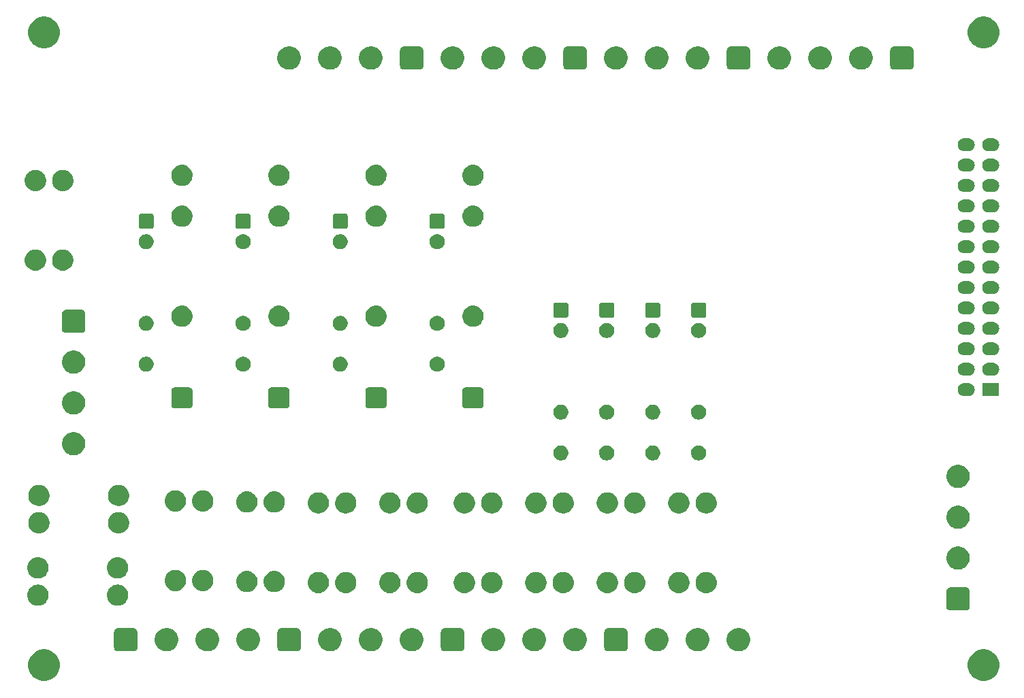
<source format=gbs>
G04 #@! TF.GenerationSoftware,KiCad,Pcbnew,(6.0.0-rc1-dev-1670-gc0cd4c03f)*
G04 #@! TF.CreationDate,2019-02-03T16:26:57-05:00
G04 #@! TF.ProjectId,AC_ISO_Board,41435f49-534f-45f4-926f-6172642e6b69,rev?*
G04 #@! TF.SameCoordinates,Original*
G04 #@! TF.FileFunction,Soldermask,Bot*
G04 #@! TF.FilePolarity,Negative*
%FSLAX46Y46*%
G04 Gerber Fmt 4.6, Leading zero omitted, Abs format (unit mm)*
G04 Created by KiCad (PCBNEW (6.0.0-rc1-dev-1670-gc0cd4c03f)) date 2019-02-03 16:26:57*
%MOMM*%
%LPD*%
G04 APERTURE LIST*
%ADD10C,0.100000*%
G04 APERTURE END LIST*
D10*
G36*
X196027420Y-133971932D02*
G01*
X196154190Y-133997148D01*
X196325688Y-134068185D01*
X196467606Y-134126969D01*
X196512435Y-134145538D01*
X196834846Y-134360966D01*
X197109034Y-134635154D01*
X197324462Y-134957565D01*
X197472852Y-135315810D01*
X197548500Y-135696120D01*
X197548500Y-136083880D01*
X197472852Y-136464190D01*
X197324462Y-136822435D01*
X197109034Y-137144846D01*
X196834846Y-137419034D01*
X196512435Y-137634462D01*
X196154190Y-137782852D01*
X196027420Y-137808068D01*
X195773882Y-137858500D01*
X195386118Y-137858500D01*
X195132580Y-137808068D01*
X195005810Y-137782852D01*
X194647565Y-137634462D01*
X194325154Y-137419034D01*
X194050966Y-137144846D01*
X193835538Y-136822435D01*
X193687148Y-136464190D01*
X193611500Y-136083880D01*
X193611500Y-135696120D01*
X193687148Y-135315810D01*
X193835538Y-134957565D01*
X194050966Y-134635154D01*
X194325154Y-134360966D01*
X194647565Y-134145538D01*
X194692395Y-134126969D01*
X194834312Y-134068185D01*
X195005810Y-133997148D01*
X195132580Y-133971932D01*
X195386118Y-133921500D01*
X195773882Y-133921500D01*
X196027420Y-133971932D01*
X196027420Y-133971932D01*
G37*
G36*
X79187420Y-133971932D02*
G01*
X79314190Y-133997148D01*
X79485688Y-134068185D01*
X79627606Y-134126969D01*
X79672435Y-134145538D01*
X79994846Y-134360966D01*
X80269034Y-134635154D01*
X80484462Y-134957565D01*
X80632852Y-135315810D01*
X80708500Y-135696120D01*
X80708500Y-136083880D01*
X80632852Y-136464190D01*
X80484462Y-136822435D01*
X80269034Y-137144846D01*
X79994846Y-137419034D01*
X79672435Y-137634462D01*
X79314190Y-137782852D01*
X79187420Y-137808068D01*
X78933882Y-137858500D01*
X78546118Y-137858500D01*
X78292580Y-137808068D01*
X78165810Y-137782852D01*
X77807565Y-137634462D01*
X77485154Y-137419034D01*
X77210966Y-137144846D01*
X76995538Y-136822435D01*
X76847148Y-136464190D01*
X76771500Y-136083880D01*
X76771500Y-135696120D01*
X76847148Y-135315810D01*
X76995538Y-134957565D01*
X77210966Y-134635154D01*
X77485154Y-134360966D01*
X77807565Y-134145538D01*
X77852395Y-134126969D01*
X77994312Y-134068185D01*
X78165810Y-133997148D01*
X78292580Y-133971932D01*
X78546118Y-133921500D01*
X78933882Y-133921500D01*
X79187420Y-133971932D01*
X79187420Y-133971932D01*
G37*
G36*
X165523241Y-131319760D02*
G01*
X165787305Y-131429139D01*
X166024958Y-131587934D01*
X166227066Y-131790042D01*
X166385861Y-132027695D01*
X166495240Y-132291759D01*
X166551000Y-132572088D01*
X166551000Y-132857912D01*
X166495240Y-133138241D01*
X166385861Y-133402305D01*
X166227066Y-133639958D01*
X166024958Y-133842066D01*
X165787305Y-134000861D01*
X165523241Y-134110240D01*
X165242912Y-134166000D01*
X164957088Y-134166000D01*
X164676759Y-134110240D01*
X164412695Y-134000861D01*
X164175042Y-133842066D01*
X163972934Y-133639958D01*
X163814139Y-133402305D01*
X163704760Y-133138241D01*
X163649000Y-132857912D01*
X163649000Y-132572088D01*
X163704760Y-132291759D01*
X163814139Y-132027695D01*
X163972934Y-131790042D01*
X164175042Y-131587934D01*
X164412695Y-131429139D01*
X164676759Y-131319760D01*
X164957088Y-131264000D01*
X165242912Y-131264000D01*
X165523241Y-131319760D01*
X165523241Y-131319760D01*
G37*
G36*
X150904079Y-131274304D02*
G01*
X150998780Y-131303031D01*
X151086048Y-131349677D01*
X151162544Y-131412456D01*
X151225323Y-131488952D01*
X151271969Y-131576220D01*
X151300696Y-131670921D01*
X151311000Y-131775540D01*
X151311000Y-133654460D01*
X151300696Y-133759079D01*
X151271969Y-133853780D01*
X151225323Y-133941048D01*
X151162544Y-134017544D01*
X151086048Y-134080323D01*
X150998780Y-134126969D01*
X150904079Y-134155696D01*
X150799460Y-134166000D01*
X148920540Y-134166000D01*
X148815921Y-134155696D01*
X148721220Y-134126969D01*
X148633952Y-134080323D01*
X148557456Y-134017544D01*
X148494677Y-133941048D01*
X148448031Y-133853780D01*
X148419304Y-133759079D01*
X148409000Y-133654460D01*
X148409000Y-131775540D01*
X148419304Y-131670921D01*
X148448031Y-131576220D01*
X148494677Y-131488952D01*
X148557456Y-131412456D01*
X148633952Y-131349677D01*
X148721220Y-131303031D01*
X148815921Y-131274304D01*
X148920540Y-131264000D01*
X150799460Y-131264000D01*
X150904079Y-131274304D01*
X150904079Y-131274304D01*
G37*
G36*
X94403241Y-131319760D02*
G01*
X94667305Y-131429139D01*
X94904958Y-131587934D01*
X95107066Y-131790042D01*
X95265861Y-132027695D01*
X95375240Y-132291759D01*
X95431000Y-132572088D01*
X95431000Y-132857912D01*
X95375240Y-133138241D01*
X95265861Y-133402305D01*
X95107066Y-133639958D01*
X94904958Y-133842066D01*
X94667305Y-134000861D01*
X94403241Y-134110240D01*
X94122912Y-134166000D01*
X93837088Y-134166000D01*
X93556759Y-134110240D01*
X93292695Y-134000861D01*
X93055042Y-133842066D01*
X92852934Y-133639958D01*
X92694139Y-133402305D01*
X92584760Y-133138241D01*
X92529000Y-132857912D01*
X92529000Y-132572088D01*
X92584760Y-132291759D01*
X92694139Y-132027695D01*
X92852934Y-131790042D01*
X93055042Y-131587934D01*
X93292695Y-131429139D01*
X93556759Y-131319760D01*
X93837088Y-131264000D01*
X94122912Y-131264000D01*
X94403241Y-131319760D01*
X94403241Y-131319760D01*
G37*
G36*
X104563241Y-131319760D02*
G01*
X104827305Y-131429139D01*
X105064958Y-131587934D01*
X105267066Y-131790042D01*
X105425861Y-132027695D01*
X105535240Y-132291759D01*
X105591000Y-132572088D01*
X105591000Y-132857912D01*
X105535240Y-133138241D01*
X105425861Y-133402305D01*
X105267066Y-133639958D01*
X105064958Y-133842066D01*
X104827305Y-134000861D01*
X104563241Y-134110240D01*
X104282912Y-134166000D01*
X103997088Y-134166000D01*
X103716759Y-134110240D01*
X103452695Y-134000861D01*
X103215042Y-133842066D01*
X103012934Y-133639958D01*
X102854139Y-133402305D01*
X102744760Y-133138241D01*
X102689000Y-132857912D01*
X102689000Y-132572088D01*
X102744760Y-132291759D01*
X102854139Y-132027695D01*
X103012934Y-131790042D01*
X103215042Y-131587934D01*
X103452695Y-131429139D01*
X103716759Y-131319760D01*
X103997088Y-131264000D01*
X104282912Y-131264000D01*
X104563241Y-131319760D01*
X104563241Y-131319760D01*
G37*
G36*
X99483241Y-131319760D02*
G01*
X99747305Y-131429139D01*
X99984958Y-131587934D01*
X100187066Y-131790042D01*
X100345861Y-132027695D01*
X100455240Y-132291759D01*
X100511000Y-132572088D01*
X100511000Y-132857912D01*
X100455240Y-133138241D01*
X100345861Y-133402305D01*
X100187066Y-133639958D01*
X99984958Y-133842066D01*
X99747305Y-134000861D01*
X99483241Y-134110240D01*
X99202912Y-134166000D01*
X98917088Y-134166000D01*
X98636759Y-134110240D01*
X98372695Y-134000861D01*
X98135042Y-133842066D01*
X97932934Y-133639958D01*
X97774139Y-133402305D01*
X97664760Y-133138241D01*
X97609000Y-132857912D01*
X97609000Y-132572088D01*
X97664760Y-132291759D01*
X97774139Y-132027695D01*
X97932934Y-131790042D01*
X98135042Y-131587934D01*
X98372695Y-131429139D01*
X98636759Y-131319760D01*
X98917088Y-131264000D01*
X99202912Y-131264000D01*
X99483241Y-131319760D01*
X99483241Y-131319760D01*
G37*
G36*
X89944079Y-131274304D02*
G01*
X90038780Y-131303031D01*
X90126048Y-131349677D01*
X90202544Y-131412456D01*
X90265323Y-131488952D01*
X90311969Y-131576220D01*
X90340696Y-131670921D01*
X90351000Y-131775540D01*
X90351000Y-133654460D01*
X90340696Y-133759079D01*
X90311969Y-133853780D01*
X90265323Y-133941048D01*
X90202544Y-134017544D01*
X90126048Y-134080323D01*
X90038780Y-134126969D01*
X89944079Y-134155696D01*
X89839460Y-134166000D01*
X87960540Y-134166000D01*
X87855921Y-134155696D01*
X87761220Y-134126969D01*
X87673952Y-134080323D01*
X87597456Y-134017544D01*
X87534677Y-133941048D01*
X87488031Y-133853780D01*
X87459304Y-133759079D01*
X87449000Y-133654460D01*
X87449000Y-131775540D01*
X87459304Y-131670921D01*
X87488031Y-131576220D01*
X87534677Y-131488952D01*
X87597456Y-131412456D01*
X87673952Y-131349677D01*
X87761220Y-131303031D01*
X87855921Y-131274304D01*
X87960540Y-131264000D01*
X89839460Y-131264000D01*
X89944079Y-131274304D01*
X89944079Y-131274304D01*
G37*
G36*
X110264079Y-131274304D02*
G01*
X110358780Y-131303031D01*
X110446048Y-131349677D01*
X110522544Y-131412456D01*
X110585323Y-131488952D01*
X110631969Y-131576220D01*
X110660696Y-131670921D01*
X110671000Y-131775540D01*
X110671000Y-133654460D01*
X110660696Y-133759079D01*
X110631969Y-133853780D01*
X110585323Y-133941048D01*
X110522544Y-134017544D01*
X110446048Y-134080323D01*
X110358780Y-134126969D01*
X110264079Y-134155696D01*
X110159460Y-134166000D01*
X108280540Y-134166000D01*
X108175921Y-134155696D01*
X108081220Y-134126969D01*
X107993952Y-134080323D01*
X107917456Y-134017544D01*
X107854677Y-133941048D01*
X107808031Y-133853780D01*
X107779304Y-133759079D01*
X107769000Y-133654460D01*
X107769000Y-131775540D01*
X107779304Y-131670921D01*
X107808031Y-131576220D01*
X107854677Y-131488952D01*
X107917456Y-131412456D01*
X107993952Y-131349677D01*
X108081220Y-131303031D01*
X108175921Y-131274304D01*
X108280540Y-131264000D01*
X110159460Y-131264000D01*
X110264079Y-131274304D01*
X110264079Y-131274304D01*
G37*
G36*
X114723241Y-131319760D02*
G01*
X114987305Y-131429139D01*
X115224958Y-131587934D01*
X115427066Y-131790042D01*
X115585861Y-132027695D01*
X115695240Y-132291759D01*
X115751000Y-132572088D01*
X115751000Y-132857912D01*
X115695240Y-133138241D01*
X115585861Y-133402305D01*
X115427066Y-133639958D01*
X115224958Y-133842066D01*
X114987305Y-134000861D01*
X114723241Y-134110240D01*
X114442912Y-134166000D01*
X114157088Y-134166000D01*
X113876759Y-134110240D01*
X113612695Y-134000861D01*
X113375042Y-133842066D01*
X113172934Y-133639958D01*
X113014139Y-133402305D01*
X112904760Y-133138241D01*
X112849000Y-132857912D01*
X112849000Y-132572088D01*
X112904760Y-132291759D01*
X113014139Y-132027695D01*
X113172934Y-131790042D01*
X113375042Y-131587934D01*
X113612695Y-131429139D01*
X113876759Y-131319760D01*
X114157088Y-131264000D01*
X114442912Y-131264000D01*
X114723241Y-131319760D01*
X114723241Y-131319760D01*
G37*
G36*
X119803241Y-131319760D02*
G01*
X120067305Y-131429139D01*
X120304958Y-131587934D01*
X120507066Y-131790042D01*
X120665861Y-132027695D01*
X120775240Y-132291759D01*
X120831000Y-132572088D01*
X120831000Y-132857912D01*
X120775240Y-133138241D01*
X120665861Y-133402305D01*
X120507066Y-133639958D01*
X120304958Y-133842066D01*
X120067305Y-134000861D01*
X119803241Y-134110240D01*
X119522912Y-134166000D01*
X119237088Y-134166000D01*
X118956759Y-134110240D01*
X118692695Y-134000861D01*
X118455042Y-133842066D01*
X118252934Y-133639958D01*
X118094139Y-133402305D01*
X117984760Y-133138241D01*
X117929000Y-132857912D01*
X117929000Y-132572088D01*
X117984760Y-132291759D01*
X118094139Y-132027695D01*
X118252934Y-131790042D01*
X118455042Y-131587934D01*
X118692695Y-131429139D01*
X118956759Y-131319760D01*
X119237088Y-131264000D01*
X119522912Y-131264000D01*
X119803241Y-131319760D01*
X119803241Y-131319760D01*
G37*
G36*
X124883241Y-131319760D02*
G01*
X125147305Y-131429139D01*
X125384958Y-131587934D01*
X125587066Y-131790042D01*
X125745861Y-132027695D01*
X125855240Y-132291759D01*
X125911000Y-132572088D01*
X125911000Y-132857912D01*
X125855240Y-133138241D01*
X125745861Y-133402305D01*
X125587066Y-133639958D01*
X125384958Y-133842066D01*
X125147305Y-134000861D01*
X124883241Y-134110240D01*
X124602912Y-134166000D01*
X124317088Y-134166000D01*
X124036759Y-134110240D01*
X123772695Y-134000861D01*
X123535042Y-133842066D01*
X123332934Y-133639958D01*
X123174139Y-133402305D01*
X123064760Y-133138241D01*
X123009000Y-132857912D01*
X123009000Y-132572088D01*
X123064760Y-132291759D01*
X123174139Y-132027695D01*
X123332934Y-131790042D01*
X123535042Y-131587934D01*
X123772695Y-131429139D01*
X124036759Y-131319760D01*
X124317088Y-131264000D01*
X124602912Y-131264000D01*
X124883241Y-131319760D01*
X124883241Y-131319760D01*
G37*
G36*
X145203241Y-131319760D02*
G01*
X145467305Y-131429139D01*
X145704958Y-131587934D01*
X145907066Y-131790042D01*
X146065861Y-132027695D01*
X146175240Y-132291759D01*
X146231000Y-132572088D01*
X146231000Y-132857912D01*
X146175240Y-133138241D01*
X146065861Y-133402305D01*
X145907066Y-133639958D01*
X145704958Y-133842066D01*
X145467305Y-134000861D01*
X145203241Y-134110240D01*
X144922912Y-134166000D01*
X144637088Y-134166000D01*
X144356759Y-134110240D01*
X144092695Y-134000861D01*
X143855042Y-133842066D01*
X143652934Y-133639958D01*
X143494139Y-133402305D01*
X143384760Y-133138241D01*
X143329000Y-132857912D01*
X143329000Y-132572088D01*
X143384760Y-132291759D01*
X143494139Y-132027695D01*
X143652934Y-131790042D01*
X143855042Y-131587934D01*
X144092695Y-131429139D01*
X144356759Y-131319760D01*
X144637088Y-131264000D01*
X144922912Y-131264000D01*
X145203241Y-131319760D01*
X145203241Y-131319760D01*
G37*
G36*
X140123241Y-131319760D02*
G01*
X140387305Y-131429139D01*
X140624958Y-131587934D01*
X140827066Y-131790042D01*
X140985861Y-132027695D01*
X141095240Y-132291759D01*
X141151000Y-132572088D01*
X141151000Y-132857912D01*
X141095240Y-133138241D01*
X140985861Y-133402305D01*
X140827066Y-133639958D01*
X140624958Y-133842066D01*
X140387305Y-134000861D01*
X140123241Y-134110240D01*
X139842912Y-134166000D01*
X139557088Y-134166000D01*
X139276759Y-134110240D01*
X139012695Y-134000861D01*
X138775042Y-133842066D01*
X138572934Y-133639958D01*
X138414139Y-133402305D01*
X138304760Y-133138241D01*
X138249000Y-132857912D01*
X138249000Y-132572088D01*
X138304760Y-132291759D01*
X138414139Y-132027695D01*
X138572934Y-131790042D01*
X138775042Y-131587934D01*
X139012695Y-131429139D01*
X139276759Y-131319760D01*
X139557088Y-131264000D01*
X139842912Y-131264000D01*
X140123241Y-131319760D01*
X140123241Y-131319760D01*
G37*
G36*
X135043241Y-131319760D02*
G01*
X135307305Y-131429139D01*
X135544958Y-131587934D01*
X135747066Y-131790042D01*
X135905861Y-132027695D01*
X136015240Y-132291759D01*
X136071000Y-132572088D01*
X136071000Y-132857912D01*
X136015240Y-133138241D01*
X135905861Y-133402305D01*
X135747066Y-133639958D01*
X135544958Y-133842066D01*
X135307305Y-134000861D01*
X135043241Y-134110240D01*
X134762912Y-134166000D01*
X134477088Y-134166000D01*
X134196759Y-134110240D01*
X133932695Y-134000861D01*
X133695042Y-133842066D01*
X133492934Y-133639958D01*
X133334139Y-133402305D01*
X133224760Y-133138241D01*
X133169000Y-132857912D01*
X133169000Y-132572088D01*
X133224760Y-132291759D01*
X133334139Y-132027695D01*
X133492934Y-131790042D01*
X133695042Y-131587934D01*
X133932695Y-131429139D01*
X134196759Y-131319760D01*
X134477088Y-131264000D01*
X134762912Y-131264000D01*
X135043241Y-131319760D01*
X135043241Y-131319760D01*
G37*
G36*
X130584079Y-131274304D02*
G01*
X130678780Y-131303031D01*
X130766048Y-131349677D01*
X130842544Y-131412456D01*
X130905323Y-131488952D01*
X130951969Y-131576220D01*
X130980696Y-131670921D01*
X130991000Y-131775540D01*
X130991000Y-133654460D01*
X130980696Y-133759079D01*
X130951969Y-133853780D01*
X130905323Y-133941048D01*
X130842544Y-134017544D01*
X130766048Y-134080323D01*
X130678780Y-134126969D01*
X130584079Y-134155696D01*
X130479460Y-134166000D01*
X128600540Y-134166000D01*
X128495921Y-134155696D01*
X128401220Y-134126969D01*
X128313952Y-134080323D01*
X128237456Y-134017544D01*
X128174677Y-133941048D01*
X128128031Y-133853780D01*
X128099304Y-133759079D01*
X128089000Y-133654460D01*
X128089000Y-131775540D01*
X128099304Y-131670921D01*
X128128031Y-131576220D01*
X128174677Y-131488952D01*
X128237456Y-131412456D01*
X128313952Y-131349677D01*
X128401220Y-131303031D01*
X128495921Y-131274304D01*
X128600540Y-131264000D01*
X130479460Y-131264000D01*
X130584079Y-131274304D01*
X130584079Y-131274304D01*
G37*
G36*
X155363241Y-131319760D02*
G01*
X155627305Y-131429139D01*
X155864958Y-131587934D01*
X156067066Y-131790042D01*
X156225861Y-132027695D01*
X156335240Y-132291759D01*
X156391000Y-132572088D01*
X156391000Y-132857912D01*
X156335240Y-133138241D01*
X156225861Y-133402305D01*
X156067066Y-133639958D01*
X155864958Y-133842066D01*
X155627305Y-134000861D01*
X155363241Y-134110240D01*
X155082912Y-134166000D01*
X154797088Y-134166000D01*
X154516759Y-134110240D01*
X154252695Y-134000861D01*
X154015042Y-133842066D01*
X153812934Y-133639958D01*
X153654139Y-133402305D01*
X153544760Y-133138241D01*
X153489000Y-132857912D01*
X153489000Y-132572088D01*
X153544760Y-132291759D01*
X153654139Y-132027695D01*
X153812934Y-131790042D01*
X154015042Y-131587934D01*
X154252695Y-131429139D01*
X154516759Y-131319760D01*
X154797088Y-131264000D01*
X155082912Y-131264000D01*
X155363241Y-131319760D01*
X155363241Y-131319760D01*
G37*
G36*
X160443241Y-131319760D02*
G01*
X160707305Y-131429139D01*
X160944958Y-131587934D01*
X161147066Y-131790042D01*
X161305861Y-132027695D01*
X161415240Y-132291759D01*
X161471000Y-132572088D01*
X161471000Y-132857912D01*
X161415240Y-133138241D01*
X161305861Y-133402305D01*
X161147066Y-133639958D01*
X160944958Y-133842066D01*
X160707305Y-134000861D01*
X160443241Y-134110240D01*
X160162912Y-134166000D01*
X159877088Y-134166000D01*
X159596759Y-134110240D01*
X159332695Y-134000861D01*
X159095042Y-133842066D01*
X158892934Y-133639958D01*
X158734139Y-133402305D01*
X158624760Y-133138241D01*
X158569000Y-132857912D01*
X158569000Y-132572088D01*
X158624760Y-132291759D01*
X158734139Y-132027695D01*
X158892934Y-131790042D01*
X159095042Y-131587934D01*
X159332695Y-131429139D01*
X159596759Y-131319760D01*
X159877088Y-131264000D01*
X160162912Y-131264000D01*
X160443241Y-131319760D01*
X160443241Y-131319760D01*
G37*
G36*
X193449079Y-126194304D02*
G01*
X193543780Y-126223031D01*
X193631048Y-126269677D01*
X193707544Y-126332456D01*
X193770323Y-126408952D01*
X193816969Y-126496220D01*
X193845696Y-126590921D01*
X193856000Y-126695540D01*
X193856000Y-128574460D01*
X193845696Y-128679079D01*
X193816969Y-128773780D01*
X193770323Y-128861048D01*
X193707544Y-128937544D01*
X193631048Y-129000323D01*
X193543780Y-129046969D01*
X193449079Y-129075696D01*
X193344460Y-129086000D01*
X191465540Y-129086000D01*
X191360921Y-129075696D01*
X191266220Y-129046969D01*
X191178952Y-129000323D01*
X191102456Y-128937544D01*
X191039677Y-128861048D01*
X190993031Y-128773780D01*
X190964304Y-128679079D01*
X190954000Y-128574460D01*
X190954000Y-126695540D01*
X190964304Y-126590921D01*
X190993031Y-126496220D01*
X191039677Y-126408952D01*
X191102456Y-126332456D01*
X191178952Y-126269677D01*
X191266220Y-126223031D01*
X191360921Y-126194304D01*
X191465540Y-126184000D01*
X193344460Y-126184000D01*
X193449079Y-126194304D01*
X193449079Y-126194304D01*
G37*
G36*
X88141715Y-125882183D02*
G01*
X88269322Y-125907565D01*
X88410148Y-125965897D01*
X88509727Y-126007144D01*
X88509728Y-126007145D01*
X88726089Y-126151712D01*
X88910088Y-126335711D01*
X89006685Y-126480279D01*
X89054656Y-126552073D01*
X89070747Y-126590921D01*
X89154235Y-126792478D01*
X89205000Y-127047693D01*
X89205000Y-127307907D01*
X89154235Y-127563122D01*
X89095903Y-127703948D01*
X89054656Y-127803527D01*
X89054655Y-127803528D01*
X88910088Y-128019889D01*
X88726089Y-128203888D01*
X88581521Y-128300485D01*
X88509727Y-128348456D01*
X88410148Y-128389703D01*
X88269322Y-128448035D01*
X88141715Y-128473417D01*
X88014109Y-128498800D01*
X87753891Y-128498800D01*
X87626285Y-128473417D01*
X87498678Y-128448035D01*
X87357852Y-128389703D01*
X87258273Y-128348456D01*
X87186479Y-128300485D01*
X87041911Y-128203888D01*
X86857912Y-128019889D01*
X86713345Y-127803528D01*
X86713344Y-127803527D01*
X86672097Y-127703948D01*
X86613765Y-127563122D01*
X86563000Y-127307907D01*
X86563000Y-127047693D01*
X86613765Y-126792478D01*
X86697253Y-126590921D01*
X86713344Y-126552073D01*
X86761315Y-126480279D01*
X86857912Y-126335711D01*
X87041911Y-126151712D01*
X87258272Y-126007145D01*
X87258273Y-126007144D01*
X87357852Y-125965897D01*
X87498678Y-125907565D01*
X87626285Y-125882183D01*
X87753891Y-125856800D01*
X88014109Y-125856800D01*
X88141715Y-125882183D01*
X88141715Y-125882183D01*
G37*
G36*
X78235715Y-125882183D02*
G01*
X78363322Y-125907565D01*
X78504148Y-125965897D01*
X78603727Y-126007144D01*
X78603728Y-126007145D01*
X78820089Y-126151712D01*
X79004088Y-126335711D01*
X79100685Y-126480279D01*
X79148656Y-126552073D01*
X79164747Y-126590921D01*
X79248235Y-126792478D01*
X79299000Y-127047693D01*
X79299000Y-127307907D01*
X79248235Y-127563122D01*
X79189903Y-127703948D01*
X79148656Y-127803527D01*
X79148655Y-127803528D01*
X79004088Y-128019889D01*
X78820089Y-128203888D01*
X78675521Y-128300485D01*
X78603727Y-128348456D01*
X78504148Y-128389703D01*
X78363322Y-128448035D01*
X78235715Y-128473417D01*
X78108109Y-128498800D01*
X77847891Y-128498800D01*
X77720285Y-128473417D01*
X77592678Y-128448035D01*
X77451852Y-128389703D01*
X77352273Y-128348456D01*
X77280479Y-128300485D01*
X77135911Y-128203888D01*
X76951912Y-128019889D01*
X76807345Y-127803528D01*
X76807344Y-127803527D01*
X76766097Y-127703948D01*
X76707765Y-127563122D01*
X76657000Y-127307907D01*
X76657000Y-127047693D01*
X76707765Y-126792478D01*
X76791253Y-126590921D01*
X76807344Y-126552073D01*
X76855315Y-126480279D01*
X76951912Y-126335711D01*
X77135911Y-126151712D01*
X77352272Y-126007145D01*
X77352273Y-126007144D01*
X77451852Y-125965897D01*
X77592678Y-125907565D01*
X77720285Y-125882183D01*
X77847891Y-125856800D01*
X78108109Y-125856800D01*
X78235715Y-125882183D01*
X78235715Y-125882183D01*
G37*
G36*
X116503266Y-124305344D02*
G01*
X116641122Y-124332765D01*
X116781948Y-124391097D01*
X116881527Y-124432344D01*
X116881528Y-124432345D01*
X117097889Y-124576912D01*
X117281888Y-124760911D01*
X117341597Y-124850272D01*
X117426456Y-124977273D01*
X117454275Y-125044435D01*
X117526035Y-125217678D01*
X117551418Y-125345286D01*
X117576800Y-125472891D01*
X117576800Y-125733109D01*
X117552196Y-125856800D01*
X117526035Y-125988322D01*
X117479061Y-126101727D01*
X117426456Y-126228727D01*
X117426455Y-126228728D01*
X117281888Y-126445089D01*
X117097889Y-126629088D01*
X116998436Y-126695540D01*
X116881527Y-126773656D01*
X116836086Y-126792478D01*
X116641122Y-126873235D01*
X116513515Y-126898617D01*
X116385909Y-126924000D01*
X116125691Y-126924000D01*
X115998085Y-126898617D01*
X115870478Y-126873235D01*
X115675514Y-126792478D01*
X115630073Y-126773656D01*
X115513164Y-126695540D01*
X115413711Y-126629088D01*
X115229712Y-126445089D01*
X115085145Y-126228728D01*
X115085144Y-126228727D01*
X115032539Y-126101727D01*
X114985565Y-125988322D01*
X114959404Y-125856800D01*
X114934800Y-125733109D01*
X114934800Y-125472891D01*
X114960182Y-125345286D01*
X114985565Y-125217678D01*
X115057325Y-125044435D01*
X115085144Y-124977273D01*
X115170003Y-124850272D01*
X115229712Y-124760911D01*
X115413711Y-124576912D01*
X115630072Y-124432345D01*
X115630073Y-124432344D01*
X115729652Y-124391097D01*
X115870478Y-124332765D01*
X116008334Y-124305344D01*
X116125691Y-124282000D01*
X116385909Y-124282000D01*
X116503266Y-124305344D01*
X116503266Y-124305344D01*
G37*
G36*
X161334266Y-124305344D02*
G01*
X161472122Y-124332765D01*
X161612948Y-124391097D01*
X161712527Y-124432344D01*
X161712528Y-124432345D01*
X161928889Y-124576912D01*
X162112888Y-124760911D01*
X162172597Y-124850272D01*
X162257456Y-124977273D01*
X162285275Y-125044435D01*
X162357035Y-125217678D01*
X162382418Y-125345286D01*
X162407800Y-125472891D01*
X162407800Y-125733109D01*
X162383196Y-125856800D01*
X162357035Y-125988322D01*
X162310061Y-126101727D01*
X162257456Y-126228727D01*
X162257455Y-126228728D01*
X162112888Y-126445089D01*
X161928889Y-126629088D01*
X161829436Y-126695540D01*
X161712527Y-126773656D01*
X161667086Y-126792478D01*
X161472122Y-126873235D01*
X161344515Y-126898617D01*
X161216909Y-126924000D01*
X160956691Y-126924000D01*
X160829085Y-126898617D01*
X160701478Y-126873235D01*
X160506514Y-126792478D01*
X160461073Y-126773656D01*
X160344164Y-126695540D01*
X160244711Y-126629088D01*
X160060712Y-126445089D01*
X159916145Y-126228728D01*
X159916144Y-126228727D01*
X159863539Y-126101727D01*
X159816565Y-125988322D01*
X159790404Y-125856800D01*
X159765800Y-125733109D01*
X159765800Y-125472891D01*
X159791182Y-125345286D01*
X159816565Y-125217678D01*
X159888325Y-125044435D01*
X159916144Y-124977273D01*
X160001003Y-124850272D01*
X160060712Y-124760911D01*
X160244711Y-124576912D01*
X160461072Y-124432345D01*
X160461073Y-124432344D01*
X160560652Y-124391097D01*
X160701478Y-124332765D01*
X160839334Y-124305344D01*
X160956691Y-124282000D01*
X161216909Y-124282000D01*
X161334266Y-124305344D01*
X161334266Y-124305344D01*
G37*
G36*
X113099666Y-124305344D02*
G01*
X113237522Y-124332765D01*
X113378348Y-124391097D01*
X113477927Y-124432344D01*
X113477928Y-124432345D01*
X113694289Y-124576912D01*
X113878288Y-124760911D01*
X113937997Y-124850272D01*
X114022856Y-124977273D01*
X114050675Y-125044435D01*
X114122435Y-125217678D01*
X114147818Y-125345286D01*
X114173200Y-125472891D01*
X114173200Y-125733109D01*
X114148596Y-125856800D01*
X114122435Y-125988322D01*
X114075461Y-126101727D01*
X114022856Y-126228727D01*
X114022855Y-126228728D01*
X113878288Y-126445089D01*
X113694289Y-126629088D01*
X113594836Y-126695540D01*
X113477927Y-126773656D01*
X113432486Y-126792478D01*
X113237522Y-126873235D01*
X113109915Y-126898617D01*
X112982309Y-126924000D01*
X112722091Y-126924000D01*
X112594485Y-126898617D01*
X112466878Y-126873235D01*
X112271914Y-126792478D01*
X112226473Y-126773656D01*
X112109564Y-126695540D01*
X112010111Y-126629088D01*
X111826112Y-126445089D01*
X111681545Y-126228728D01*
X111681544Y-126228727D01*
X111628939Y-126101727D01*
X111581965Y-125988322D01*
X111555804Y-125856800D01*
X111531200Y-125733109D01*
X111531200Y-125472891D01*
X111556582Y-125345286D01*
X111581965Y-125217678D01*
X111653725Y-125044435D01*
X111681544Y-124977273D01*
X111766403Y-124850272D01*
X111826112Y-124760911D01*
X112010111Y-124576912D01*
X112226472Y-124432345D01*
X112226473Y-124432344D01*
X112326052Y-124391097D01*
X112466878Y-124332765D01*
X112604734Y-124305344D01*
X112722091Y-124282000D01*
X112982309Y-124282000D01*
X113099666Y-124305344D01*
X113099666Y-124305344D01*
G37*
G36*
X121989666Y-124305344D02*
G01*
X122127522Y-124332765D01*
X122268348Y-124391097D01*
X122367927Y-124432344D01*
X122367928Y-124432345D01*
X122584289Y-124576912D01*
X122768288Y-124760911D01*
X122827997Y-124850272D01*
X122912856Y-124977273D01*
X122940675Y-125044435D01*
X123012435Y-125217678D01*
X123037818Y-125345286D01*
X123063200Y-125472891D01*
X123063200Y-125733109D01*
X123038596Y-125856800D01*
X123012435Y-125988322D01*
X122965461Y-126101727D01*
X122912856Y-126228727D01*
X122912855Y-126228728D01*
X122768288Y-126445089D01*
X122584289Y-126629088D01*
X122484836Y-126695540D01*
X122367927Y-126773656D01*
X122322486Y-126792478D01*
X122127522Y-126873235D01*
X121999915Y-126898617D01*
X121872309Y-126924000D01*
X121612091Y-126924000D01*
X121484485Y-126898617D01*
X121356878Y-126873235D01*
X121161914Y-126792478D01*
X121116473Y-126773656D01*
X120999564Y-126695540D01*
X120900111Y-126629088D01*
X120716112Y-126445089D01*
X120571545Y-126228728D01*
X120571544Y-126228727D01*
X120518939Y-126101727D01*
X120471965Y-125988322D01*
X120445804Y-125856800D01*
X120421200Y-125733109D01*
X120421200Y-125472891D01*
X120446582Y-125345286D01*
X120471965Y-125217678D01*
X120543725Y-125044435D01*
X120571544Y-124977273D01*
X120656403Y-124850272D01*
X120716112Y-124760911D01*
X120900111Y-124576912D01*
X121116472Y-124432345D01*
X121116473Y-124432344D01*
X121216052Y-124391097D01*
X121356878Y-124332765D01*
X121494734Y-124305344D01*
X121612091Y-124282000D01*
X121872309Y-124282000D01*
X121989666Y-124305344D01*
X121989666Y-124305344D01*
G37*
G36*
X125393266Y-124305344D02*
G01*
X125531122Y-124332765D01*
X125671948Y-124391097D01*
X125771527Y-124432344D01*
X125771528Y-124432345D01*
X125987889Y-124576912D01*
X126171888Y-124760911D01*
X126231597Y-124850272D01*
X126316456Y-124977273D01*
X126344275Y-125044435D01*
X126416035Y-125217678D01*
X126441418Y-125345286D01*
X126466800Y-125472891D01*
X126466800Y-125733109D01*
X126442196Y-125856800D01*
X126416035Y-125988322D01*
X126369061Y-126101727D01*
X126316456Y-126228727D01*
X126316455Y-126228728D01*
X126171888Y-126445089D01*
X125987889Y-126629088D01*
X125888436Y-126695540D01*
X125771527Y-126773656D01*
X125726086Y-126792478D01*
X125531122Y-126873235D01*
X125403515Y-126898617D01*
X125275909Y-126924000D01*
X125015691Y-126924000D01*
X124888085Y-126898617D01*
X124760478Y-126873235D01*
X124565514Y-126792478D01*
X124520073Y-126773656D01*
X124403164Y-126695540D01*
X124303711Y-126629088D01*
X124119712Y-126445089D01*
X123975145Y-126228728D01*
X123975144Y-126228727D01*
X123922539Y-126101727D01*
X123875565Y-125988322D01*
X123849404Y-125856800D01*
X123824800Y-125733109D01*
X123824800Y-125472891D01*
X123850182Y-125345286D01*
X123875565Y-125217678D01*
X123947325Y-125044435D01*
X123975144Y-124977273D01*
X124060003Y-124850272D01*
X124119712Y-124760911D01*
X124303711Y-124576912D01*
X124520072Y-124432345D01*
X124520073Y-124432344D01*
X124619652Y-124391097D01*
X124760478Y-124332765D01*
X124898334Y-124305344D01*
X125015691Y-124282000D01*
X125275909Y-124282000D01*
X125393266Y-124305344D01*
X125393266Y-124305344D01*
G37*
G36*
X131260666Y-124305344D02*
G01*
X131398522Y-124332765D01*
X131539348Y-124391097D01*
X131638927Y-124432344D01*
X131638928Y-124432345D01*
X131855289Y-124576912D01*
X132039288Y-124760911D01*
X132098997Y-124850272D01*
X132183856Y-124977273D01*
X132211675Y-125044435D01*
X132283435Y-125217678D01*
X132308818Y-125345286D01*
X132334200Y-125472891D01*
X132334200Y-125733109D01*
X132309596Y-125856800D01*
X132283435Y-125988322D01*
X132236461Y-126101727D01*
X132183856Y-126228727D01*
X132183855Y-126228728D01*
X132039288Y-126445089D01*
X131855289Y-126629088D01*
X131755836Y-126695540D01*
X131638927Y-126773656D01*
X131593486Y-126792478D01*
X131398522Y-126873235D01*
X131270915Y-126898617D01*
X131143309Y-126924000D01*
X130883091Y-126924000D01*
X130755485Y-126898617D01*
X130627878Y-126873235D01*
X130432914Y-126792478D01*
X130387473Y-126773656D01*
X130270564Y-126695540D01*
X130171111Y-126629088D01*
X129987112Y-126445089D01*
X129842545Y-126228728D01*
X129842544Y-126228727D01*
X129789939Y-126101727D01*
X129742965Y-125988322D01*
X129716804Y-125856800D01*
X129692200Y-125733109D01*
X129692200Y-125472891D01*
X129717582Y-125345286D01*
X129742965Y-125217678D01*
X129814725Y-125044435D01*
X129842544Y-124977273D01*
X129927403Y-124850272D01*
X129987112Y-124760911D01*
X130171111Y-124576912D01*
X130387472Y-124432345D01*
X130387473Y-124432344D01*
X130487052Y-124391097D01*
X130627878Y-124332765D01*
X130765734Y-124305344D01*
X130883091Y-124282000D01*
X131143309Y-124282000D01*
X131260666Y-124305344D01*
X131260666Y-124305344D01*
G37*
G36*
X134664266Y-124305344D02*
G01*
X134802122Y-124332765D01*
X134942948Y-124391097D01*
X135042527Y-124432344D01*
X135042528Y-124432345D01*
X135258889Y-124576912D01*
X135442888Y-124760911D01*
X135502597Y-124850272D01*
X135587456Y-124977273D01*
X135615275Y-125044435D01*
X135687035Y-125217678D01*
X135712418Y-125345286D01*
X135737800Y-125472891D01*
X135737800Y-125733109D01*
X135713196Y-125856800D01*
X135687035Y-125988322D01*
X135640061Y-126101727D01*
X135587456Y-126228727D01*
X135587455Y-126228728D01*
X135442888Y-126445089D01*
X135258889Y-126629088D01*
X135159436Y-126695540D01*
X135042527Y-126773656D01*
X134997086Y-126792478D01*
X134802122Y-126873235D01*
X134674515Y-126898617D01*
X134546909Y-126924000D01*
X134286691Y-126924000D01*
X134159085Y-126898617D01*
X134031478Y-126873235D01*
X133836514Y-126792478D01*
X133791073Y-126773656D01*
X133674164Y-126695540D01*
X133574711Y-126629088D01*
X133390712Y-126445089D01*
X133246145Y-126228728D01*
X133246144Y-126228727D01*
X133193539Y-126101727D01*
X133146565Y-125988322D01*
X133120404Y-125856800D01*
X133095800Y-125733109D01*
X133095800Y-125472891D01*
X133121182Y-125345286D01*
X133146565Y-125217678D01*
X133218325Y-125044435D01*
X133246144Y-124977273D01*
X133331003Y-124850272D01*
X133390712Y-124760911D01*
X133574711Y-124576912D01*
X133791072Y-124432345D01*
X133791073Y-124432344D01*
X133890652Y-124391097D01*
X134031478Y-124332765D01*
X134169334Y-124305344D01*
X134286691Y-124282000D01*
X134546909Y-124282000D01*
X134664266Y-124305344D01*
X134664266Y-124305344D01*
G37*
G36*
X140150666Y-124305344D02*
G01*
X140288522Y-124332765D01*
X140429348Y-124391097D01*
X140528927Y-124432344D01*
X140528928Y-124432345D01*
X140745289Y-124576912D01*
X140929288Y-124760911D01*
X140988997Y-124850272D01*
X141073856Y-124977273D01*
X141101675Y-125044435D01*
X141173435Y-125217678D01*
X141198818Y-125345286D01*
X141224200Y-125472891D01*
X141224200Y-125733109D01*
X141199596Y-125856800D01*
X141173435Y-125988322D01*
X141126461Y-126101727D01*
X141073856Y-126228727D01*
X141073855Y-126228728D01*
X140929288Y-126445089D01*
X140745289Y-126629088D01*
X140645836Y-126695540D01*
X140528927Y-126773656D01*
X140483486Y-126792478D01*
X140288522Y-126873235D01*
X140160915Y-126898617D01*
X140033309Y-126924000D01*
X139773091Y-126924000D01*
X139645485Y-126898617D01*
X139517878Y-126873235D01*
X139322914Y-126792478D01*
X139277473Y-126773656D01*
X139160564Y-126695540D01*
X139061111Y-126629088D01*
X138877112Y-126445089D01*
X138732545Y-126228728D01*
X138732544Y-126228727D01*
X138679939Y-126101727D01*
X138632965Y-125988322D01*
X138606804Y-125856800D01*
X138582200Y-125733109D01*
X138582200Y-125472891D01*
X138607582Y-125345286D01*
X138632965Y-125217678D01*
X138704725Y-125044435D01*
X138732544Y-124977273D01*
X138817403Y-124850272D01*
X138877112Y-124760911D01*
X139061111Y-124576912D01*
X139277472Y-124432345D01*
X139277473Y-124432344D01*
X139377052Y-124391097D01*
X139517878Y-124332765D01*
X139655734Y-124305344D01*
X139773091Y-124282000D01*
X140033309Y-124282000D01*
X140150666Y-124305344D01*
X140150666Y-124305344D01*
G37*
G36*
X143554266Y-124305344D02*
G01*
X143692122Y-124332765D01*
X143832948Y-124391097D01*
X143932527Y-124432344D01*
X143932528Y-124432345D01*
X144148889Y-124576912D01*
X144332888Y-124760911D01*
X144392597Y-124850272D01*
X144477456Y-124977273D01*
X144505275Y-125044435D01*
X144577035Y-125217678D01*
X144602418Y-125345286D01*
X144627800Y-125472891D01*
X144627800Y-125733109D01*
X144603196Y-125856800D01*
X144577035Y-125988322D01*
X144530061Y-126101727D01*
X144477456Y-126228727D01*
X144477455Y-126228728D01*
X144332888Y-126445089D01*
X144148889Y-126629088D01*
X144049436Y-126695540D01*
X143932527Y-126773656D01*
X143887086Y-126792478D01*
X143692122Y-126873235D01*
X143564515Y-126898617D01*
X143436909Y-126924000D01*
X143176691Y-126924000D01*
X143049085Y-126898617D01*
X142921478Y-126873235D01*
X142726514Y-126792478D01*
X142681073Y-126773656D01*
X142564164Y-126695540D01*
X142464711Y-126629088D01*
X142280712Y-126445089D01*
X142136145Y-126228728D01*
X142136144Y-126228727D01*
X142083539Y-126101727D01*
X142036565Y-125988322D01*
X142010404Y-125856800D01*
X141985800Y-125733109D01*
X141985800Y-125472891D01*
X142011182Y-125345286D01*
X142036565Y-125217678D01*
X142108325Y-125044435D01*
X142136144Y-124977273D01*
X142221003Y-124850272D01*
X142280712Y-124760911D01*
X142464711Y-124576912D01*
X142681072Y-124432345D01*
X142681073Y-124432344D01*
X142780652Y-124391097D01*
X142921478Y-124332765D01*
X143059334Y-124305344D01*
X143176691Y-124282000D01*
X143436909Y-124282000D01*
X143554266Y-124305344D01*
X143554266Y-124305344D01*
G37*
G36*
X149040666Y-124305344D02*
G01*
X149178522Y-124332765D01*
X149319348Y-124391097D01*
X149418927Y-124432344D01*
X149418928Y-124432345D01*
X149635289Y-124576912D01*
X149819288Y-124760911D01*
X149878997Y-124850272D01*
X149963856Y-124977273D01*
X149991675Y-125044435D01*
X150063435Y-125217678D01*
X150088818Y-125345286D01*
X150114200Y-125472891D01*
X150114200Y-125733109D01*
X150089596Y-125856800D01*
X150063435Y-125988322D01*
X150016461Y-126101727D01*
X149963856Y-126228727D01*
X149963855Y-126228728D01*
X149819288Y-126445089D01*
X149635289Y-126629088D01*
X149535836Y-126695540D01*
X149418927Y-126773656D01*
X149373486Y-126792478D01*
X149178522Y-126873235D01*
X149050915Y-126898617D01*
X148923309Y-126924000D01*
X148663091Y-126924000D01*
X148535485Y-126898617D01*
X148407878Y-126873235D01*
X148212914Y-126792478D01*
X148167473Y-126773656D01*
X148050564Y-126695540D01*
X147951111Y-126629088D01*
X147767112Y-126445089D01*
X147622545Y-126228728D01*
X147622544Y-126228727D01*
X147569939Y-126101727D01*
X147522965Y-125988322D01*
X147496804Y-125856800D01*
X147472200Y-125733109D01*
X147472200Y-125472891D01*
X147497582Y-125345286D01*
X147522965Y-125217678D01*
X147594725Y-125044435D01*
X147622544Y-124977273D01*
X147707403Y-124850272D01*
X147767112Y-124760911D01*
X147951111Y-124576912D01*
X148167472Y-124432345D01*
X148167473Y-124432344D01*
X148267052Y-124391097D01*
X148407878Y-124332765D01*
X148545734Y-124305344D01*
X148663091Y-124282000D01*
X148923309Y-124282000D01*
X149040666Y-124305344D01*
X149040666Y-124305344D01*
G37*
G36*
X152444266Y-124305344D02*
G01*
X152582122Y-124332765D01*
X152722948Y-124391097D01*
X152822527Y-124432344D01*
X152822528Y-124432345D01*
X153038889Y-124576912D01*
X153222888Y-124760911D01*
X153282597Y-124850272D01*
X153367456Y-124977273D01*
X153395275Y-125044435D01*
X153467035Y-125217678D01*
X153492418Y-125345286D01*
X153517800Y-125472891D01*
X153517800Y-125733109D01*
X153493196Y-125856800D01*
X153467035Y-125988322D01*
X153420061Y-126101727D01*
X153367456Y-126228727D01*
X153367455Y-126228728D01*
X153222888Y-126445089D01*
X153038889Y-126629088D01*
X152939436Y-126695540D01*
X152822527Y-126773656D01*
X152777086Y-126792478D01*
X152582122Y-126873235D01*
X152454515Y-126898617D01*
X152326909Y-126924000D01*
X152066691Y-126924000D01*
X151939085Y-126898617D01*
X151811478Y-126873235D01*
X151616514Y-126792478D01*
X151571073Y-126773656D01*
X151454164Y-126695540D01*
X151354711Y-126629088D01*
X151170712Y-126445089D01*
X151026145Y-126228728D01*
X151026144Y-126228727D01*
X150973539Y-126101727D01*
X150926565Y-125988322D01*
X150900404Y-125856800D01*
X150875800Y-125733109D01*
X150875800Y-125472891D01*
X150901182Y-125345286D01*
X150926565Y-125217678D01*
X150998325Y-125044435D01*
X151026144Y-124977273D01*
X151111003Y-124850272D01*
X151170712Y-124760911D01*
X151354711Y-124576912D01*
X151571072Y-124432345D01*
X151571073Y-124432344D01*
X151670652Y-124391097D01*
X151811478Y-124332765D01*
X151949334Y-124305344D01*
X152066691Y-124282000D01*
X152326909Y-124282000D01*
X152444266Y-124305344D01*
X152444266Y-124305344D01*
G37*
G36*
X157930666Y-124305344D02*
G01*
X158068522Y-124332765D01*
X158209348Y-124391097D01*
X158308927Y-124432344D01*
X158308928Y-124432345D01*
X158525289Y-124576912D01*
X158709288Y-124760911D01*
X158768997Y-124850272D01*
X158853856Y-124977273D01*
X158881675Y-125044435D01*
X158953435Y-125217678D01*
X158978818Y-125345286D01*
X159004200Y-125472891D01*
X159004200Y-125733109D01*
X158979596Y-125856800D01*
X158953435Y-125988322D01*
X158906461Y-126101727D01*
X158853856Y-126228727D01*
X158853855Y-126228728D01*
X158709288Y-126445089D01*
X158525289Y-126629088D01*
X158425836Y-126695540D01*
X158308927Y-126773656D01*
X158263486Y-126792478D01*
X158068522Y-126873235D01*
X157940915Y-126898617D01*
X157813309Y-126924000D01*
X157553091Y-126924000D01*
X157425485Y-126898617D01*
X157297878Y-126873235D01*
X157102914Y-126792478D01*
X157057473Y-126773656D01*
X156940564Y-126695540D01*
X156841111Y-126629088D01*
X156657112Y-126445089D01*
X156512545Y-126228728D01*
X156512544Y-126228727D01*
X156459939Y-126101727D01*
X156412965Y-125988322D01*
X156386804Y-125856800D01*
X156362200Y-125733109D01*
X156362200Y-125472891D01*
X156387582Y-125345286D01*
X156412965Y-125217678D01*
X156484725Y-125044435D01*
X156512544Y-124977273D01*
X156597403Y-124850272D01*
X156657112Y-124760911D01*
X156841111Y-124576912D01*
X157057472Y-124432345D01*
X157057473Y-124432344D01*
X157157052Y-124391097D01*
X157297878Y-124332765D01*
X157435734Y-124305344D01*
X157553091Y-124282000D01*
X157813309Y-124282000D01*
X157930666Y-124305344D01*
X157930666Y-124305344D01*
G37*
G36*
X107613266Y-124178344D02*
G01*
X107751122Y-124205765D01*
X107891948Y-124264097D01*
X107991527Y-124305344D01*
X107991528Y-124305345D01*
X108207889Y-124449912D01*
X108391888Y-124633911D01*
X108451597Y-124723272D01*
X108536456Y-124850273D01*
X108575633Y-124944855D01*
X108636035Y-125090678D01*
X108686800Y-125345893D01*
X108686800Y-125606107D01*
X108636035Y-125861322D01*
X108577703Y-126002148D01*
X108536456Y-126101727D01*
X108536455Y-126101728D01*
X108391888Y-126318089D01*
X108207889Y-126502088D01*
X108074940Y-126590921D01*
X107991527Y-126646656D01*
X107935169Y-126670000D01*
X107751122Y-126746235D01*
X107623514Y-126771618D01*
X107495909Y-126797000D01*
X107235691Y-126797000D01*
X107108086Y-126771618D01*
X106980478Y-126746235D01*
X106796431Y-126670000D01*
X106740073Y-126646656D01*
X106656660Y-126590921D01*
X106523711Y-126502088D01*
X106339712Y-126318089D01*
X106195145Y-126101728D01*
X106195144Y-126101727D01*
X106153897Y-126002148D01*
X106095565Y-125861322D01*
X106044800Y-125606107D01*
X106044800Y-125345893D01*
X106095565Y-125090678D01*
X106155967Y-124944855D01*
X106195144Y-124850273D01*
X106280003Y-124723272D01*
X106339712Y-124633911D01*
X106523711Y-124449912D01*
X106740072Y-124305345D01*
X106740073Y-124305344D01*
X106839652Y-124264097D01*
X106980478Y-124205765D01*
X107118334Y-124178344D01*
X107235691Y-124155000D01*
X107495909Y-124155000D01*
X107613266Y-124178344D01*
X107613266Y-124178344D01*
G37*
G36*
X104209666Y-124178344D02*
G01*
X104347522Y-124205765D01*
X104488348Y-124264097D01*
X104587927Y-124305344D01*
X104587928Y-124305345D01*
X104804289Y-124449912D01*
X104988288Y-124633911D01*
X105047997Y-124723272D01*
X105132856Y-124850273D01*
X105172033Y-124944855D01*
X105232435Y-125090678D01*
X105283200Y-125345893D01*
X105283200Y-125606107D01*
X105232435Y-125861322D01*
X105174103Y-126002148D01*
X105132856Y-126101727D01*
X105132855Y-126101728D01*
X104988288Y-126318089D01*
X104804289Y-126502088D01*
X104671340Y-126590921D01*
X104587927Y-126646656D01*
X104531569Y-126670000D01*
X104347522Y-126746235D01*
X104219914Y-126771618D01*
X104092309Y-126797000D01*
X103832091Y-126797000D01*
X103704486Y-126771618D01*
X103576878Y-126746235D01*
X103392831Y-126670000D01*
X103336473Y-126646656D01*
X103253060Y-126590921D01*
X103120111Y-126502088D01*
X102936112Y-126318089D01*
X102791545Y-126101728D01*
X102791544Y-126101727D01*
X102750297Y-126002148D01*
X102691965Y-125861322D01*
X102641200Y-125606107D01*
X102641200Y-125345893D01*
X102691965Y-125090678D01*
X102752367Y-124944855D01*
X102791544Y-124850273D01*
X102876403Y-124723272D01*
X102936112Y-124633911D01*
X103120111Y-124449912D01*
X103336472Y-124305345D01*
X103336473Y-124305344D01*
X103436052Y-124264097D01*
X103576878Y-124205765D01*
X103714734Y-124178344D01*
X103832091Y-124155000D01*
X104092309Y-124155000D01*
X104209666Y-124178344D01*
X104209666Y-124178344D01*
G37*
G36*
X98733514Y-124053382D02*
G01*
X98861122Y-124078765D01*
X99001948Y-124137097D01*
X99101527Y-124178344D01*
X99101528Y-124178345D01*
X99317889Y-124322912D01*
X99501888Y-124506911D01*
X99586746Y-124633911D01*
X99646456Y-124723273D01*
X99662046Y-124760911D01*
X99746035Y-124963678D01*
X99746035Y-124963680D01*
X99796559Y-125217678D01*
X99796800Y-125218893D01*
X99796800Y-125479107D01*
X99746035Y-125734322D01*
X99687703Y-125875148D01*
X99646456Y-125974727D01*
X99624795Y-126007145D01*
X99501888Y-126191089D01*
X99317889Y-126375088D01*
X99173321Y-126471685D01*
X99101527Y-126519656D01*
X99001948Y-126560903D01*
X98861122Y-126619235D01*
X98733515Y-126644617D01*
X98605909Y-126670000D01*
X98345691Y-126670000D01*
X98218085Y-126644617D01*
X98090478Y-126619235D01*
X97949652Y-126560903D01*
X97850073Y-126519656D01*
X97778279Y-126471685D01*
X97633711Y-126375088D01*
X97449712Y-126191089D01*
X97326805Y-126007145D01*
X97305144Y-125974727D01*
X97263897Y-125875148D01*
X97205565Y-125734322D01*
X97154800Y-125479107D01*
X97154800Y-125218893D01*
X97155042Y-125217678D01*
X97205565Y-124963680D01*
X97205565Y-124963678D01*
X97289554Y-124760911D01*
X97305144Y-124723273D01*
X97364854Y-124633911D01*
X97449712Y-124506911D01*
X97633711Y-124322912D01*
X97850072Y-124178345D01*
X97850073Y-124178344D01*
X97949652Y-124137097D01*
X98090478Y-124078765D01*
X98218086Y-124053382D01*
X98345691Y-124028000D01*
X98605909Y-124028000D01*
X98733514Y-124053382D01*
X98733514Y-124053382D01*
G37*
G36*
X95329914Y-124053382D02*
G01*
X95457522Y-124078765D01*
X95598348Y-124137097D01*
X95697927Y-124178344D01*
X95697928Y-124178345D01*
X95914289Y-124322912D01*
X96098288Y-124506911D01*
X96183146Y-124633911D01*
X96242856Y-124723273D01*
X96258446Y-124760911D01*
X96342435Y-124963678D01*
X96342435Y-124963680D01*
X96392959Y-125217678D01*
X96393200Y-125218893D01*
X96393200Y-125479107D01*
X96342435Y-125734322D01*
X96284103Y-125875148D01*
X96242856Y-125974727D01*
X96221195Y-126007145D01*
X96098288Y-126191089D01*
X95914289Y-126375088D01*
X95769721Y-126471685D01*
X95697927Y-126519656D01*
X95598348Y-126560903D01*
X95457522Y-126619235D01*
X95329915Y-126644617D01*
X95202309Y-126670000D01*
X94942091Y-126670000D01*
X94814485Y-126644617D01*
X94686878Y-126619235D01*
X94546052Y-126560903D01*
X94446473Y-126519656D01*
X94374679Y-126471685D01*
X94230111Y-126375088D01*
X94046112Y-126191089D01*
X93923205Y-126007145D01*
X93901544Y-125974727D01*
X93860297Y-125875148D01*
X93801965Y-125734322D01*
X93751200Y-125479107D01*
X93751200Y-125218893D01*
X93751442Y-125217678D01*
X93801965Y-124963680D01*
X93801965Y-124963678D01*
X93885954Y-124760911D01*
X93901544Y-124723273D01*
X93961254Y-124633911D01*
X94046112Y-124506911D01*
X94230111Y-124322912D01*
X94446472Y-124178345D01*
X94446473Y-124178344D01*
X94546052Y-124137097D01*
X94686878Y-124078765D01*
X94814486Y-124053382D01*
X94942091Y-124028000D01*
X95202309Y-124028000D01*
X95329914Y-124053382D01*
X95329914Y-124053382D01*
G37*
G36*
X78235714Y-122478582D02*
G01*
X78363322Y-122503965D01*
X78504148Y-122562297D01*
X78603727Y-122603544D01*
X78603728Y-122603545D01*
X78820089Y-122748112D01*
X79004088Y-122932111D01*
X79100685Y-123076679D01*
X79148656Y-123148473D01*
X79187522Y-123242305D01*
X79248235Y-123388878D01*
X79248235Y-123388880D01*
X79299000Y-123644091D01*
X79299000Y-123904309D01*
X79278772Y-124006000D01*
X79248235Y-124159522D01*
X79229080Y-124205765D01*
X79148656Y-124399927D01*
X79126995Y-124432345D01*
X79004088Y-124616289D01*
X78820089Y-124800288D01*
X78675521Y-124896885D01*
X78603727Y-124944856D01*
X78504148Y-124986103D01*
X78363322Y-125044435D01*
X78235715Y-125069817D01*
X78108109Y-125095200D01*
X77847891Y-125095200D01*
X77720285Y-125069817D01*
X77592678Y-125044435D01*
X77451852Y-124986103D01*
X77352273Y-124944856D01*
X77280479Y-124896885D01*
X77135911Y-124800288D01*
X76951912Y-124616289D01*
X76829005Y-124432345D01*
X76807344Y-124399927D01*
X76726920Y-124205765D01*
X76707765Y-124159522D01*
X76677228Y-124006000D01*
X76657000Y-123904309D01*
X76657000Y-123644091D01*
X76707765Y-123388880D01*
X76707765Y-123388878D01*
X76768478Y-123242305D01*
X76807344Y-123148473D01*
X76855315Y-123076679D01*
X76951912Y-122932111D01*
X77135911Y-122748112D01*
X77352272Y-122603545D01*
X77352273Y-122603544D01*
X77451852Y-122562297D01*
X77592678Y-122503965D01*
X77720286Y-122478582D01*
X77847891Y-122453200D01*
X78108109Y-122453200D01*
X78235714Y-122478582D01*
X78235714Y-122478582D01*
G37*
G36*
X88141714Y-122478582D02*
G01*
X88269322Y-122503965D01*
X88410148Y-122562297D01*
X88509727Y-122603544D01*
X88509728Y-122603545D01*
X88726089Y-122748112D01*
X88910088Y-122932111D01*
X89006685Y-123076679D01*
X89054656Y-123148473D01*
X89093522Y-123242305D01*
X89154235Y-123388878D01*
X89154235Y-123388880D01*
X89205000Y-123644091D01*
X89205000Y-123904309D01*
X89184772Y-124006000D01*
X89154235Y-124159522D01*
X89135080Y-124205765D01*
X89054656Y-124399927D01*
X89032995Y-124432345D01*
X88910088Y-124616289D01*
X88726089Y-124800288D01*
X88581521Y-124896885D01*
X88509727Y-124944856D01*
X88410148Y-124986103D01*
X88269322Y-125044435D01*
X88141715Y-125069817D01*
X88014109Y-125095200D01*
X87753891Y-125095200D01*
X87626285Y-125069817D01*
X87498678Y-125044435D01*
X87357852Y-124986103D01*
X87258273Y-124944856D01*
X87186479Y-124896885D01*
X87041911Y-124800288D01*
X86857912Y-124616289D01*
X86735005Y-124432345D01*
X86713344Y-124399927D01*
X86632920Y-124205765D01*
X86613765Y-124159522D01*
X86583228Y-124006000D01*
X86563000Y-123904309D01*
X86563000Y-123644091D01*
X86613765Y-123388880D01*
X86613765Y-123388878D01*
X86674478Y-123242305D01*
X86713344Y-123148473D01*
X86761315Y-123076679D01*
X86857912Y-122932111D01*
X87041911Y-122748112D01*
X87258272Y-122603545D01*
X87258273Y-122603544D01*
X87357852Y-122562297D01*
X87498678Y-122503965D01*
X87626286Y-122478582D01*
X87753891Y-122453200D01*
X88014109Y-122453200D01*
X88141714Y-122478582D01*
X88141714Y-122478582D01*
G37*
G36*
X192828241Y-121159760D02*
G01*
X193092305Y-121269139D01*
X193329958Y-121427934D01*
X193532066Y-121630042D01*
X193690861Y-121867695D01*
X193800240Y-122131759D01*
X193856000Y-122412088D01*
X193856000Y-122697912D01*
X193800240Y-122978241D01*
X193690861Y-123242305D01*
X193532066Y-123479958D01*
X193329958Y-123682066D01*
X193092305Y-123840861D01*
X192828241Y-123950240D01*
X192547912Y-124006000D01*
X192262088Y-124006000D01*
X191981759Y-123950240D01*
X191717695Y-123840861D01*
X191480042Y-123682066D01*
X191277934Y-123479958D01*
X191119139Y-123242305D01*
X191009760Y-122978241D01*
X190954000Y-122697912D01*
X190954000Y-122412088D01*
X191009760Y-122131759D01*
X191119139Y-121867695D01*
X191277934Y-121630042D01*
X191480042Y-121427934D01*
X191717695Y-121269139D01*
X191981759Y-121159760D01*
X192262088Y-121104000D01*
X192547912Y-121104000D01*
X192828241Y-121159760D01*
X192828241Y-121159760D01*
G37*
G36*
X78362715Y-116865183D02*
G01*
X78490322Y-116890565D01*
X78631148Y-116948897D01*
X78730727Y-116990144D01*
X78730728Y-116990145D01*
X78947089Y-117134712D01*
X79131088Y-117318711D01*
X79227685Y-117463279D01*
X79275656Y-117535073D01*
X79309968Y-117617911D01*
X79375235Y-117775478D01*
X79426000Y-118030693D01*
X79426000Y-118290907D01*
X79375235Y-118546122D01*
X79352062Y-118602066D01*
X79275656Y-118786527D01*
X79275655Y-118786528D01*
X79131088Y-119002889D01*
X78947089Y-119186888D01*
X78802521Y-119283485D01*
X78730727Y-119331456D01*
X78631148Y-119372703D01*
X78490322Y-119431035D01*
X78362714Y-119456418D01*
X78235109Y-119481800D01*
X77974891Y-119481800D01*
X77847286Y-119456418D01*
X77719678Y-119431035D01*
X77578852Y-119372703D01*
X77479273Y-119331456D01*
X77407479Y-119283485D01*
X77262911Y-119186888D01*
X77078912Y-119002889D01*
X76934345Y-118786528D01*
X76934344Y-118786527D01*
X76857938Y-118602066D01*
X76834765Y-118546122D01*
X76784000Y-118290907D01*
X76784000Y-118030693D01*
X76834765Y-117775478D01*
X76900032Y-117617911D01*
X76934344Y-117535073D01*
X76982315Y-117463279D01*
X77078912Y-117318711D01*
X77262911Y-117134712D01*
X77479272Y-116990145D01*
X77479273Y-116990144D01*
X77578852Y-116948897D01*
X77719678Y-116890565D01*
X77847285Y-116865183D01*
X77974891Y-116839800D01*
X78235109Y-116839800D01*
X78362715Y-116865183D01*
X78362715Y-116865183D01*
G37*
G36*
X88268715Y-116865183D02*
G01*
X88396322Y-116890565D01*
X88537148Y-116948897D01*
X88636727Y-116990144D01*
X88636728Y-116990145D01*
X88853089Y-117134712D01*
X89037088Y-117318711D01*
X89133685Y-117463279D01*
X89181656Y-117535073D01*
X89215968Y-117617911D01*
X89281235Y-117775478D01*
X89332000Y-118030693D01*
X89332000Y-118290907D01*
X89281235Y-118546122D01*
X89258062Y-118602066D01*
X89181656Y-118786527D01*
X89181655Y-118786528D01*
X89037088Y-119002889D01*
X88853089Y-119186888D01*
X88708521Y-119283485D01*
X88636727Y-119331456D01*
X88537148Y-119372703D01*
X88396322Y-119431035D01*
X88268714Y-119456418D01*
X88141109Y-119481800D01*
X87880891Y-119481800D01*
X87753286Y-119456418D01*
X87625678Y-119431035D01*
X87484852Y-119372703D01*
X87385273Y-119331456D01*
X87313479Y-119283485D01*
X87168911Y-119186888D01*
X86984912Y-119002889D01*
X86840345Y-118786528D01*
X86840344Y-118786527D01*
X86763938Y-118602066D01*
X86740765Y-118546122D01*
X86690000Y-118290907D01*
X86690000Y-118030693D01*
X86740765Y-117775478D01*
X86806032Y-117617911D01*
X86840344Y-117535073D01*
X86888315Y-117463279D01*
X86984912Y-117318711D01*
X87168911Y-117134712D01*
X87385272Y-116990145D01*
X87385273Y-116990144D01*
X87484852Y-116948897D01*
X87625678Y-116890565D01*
X87753285Y-116865183D01*
X87880891Y-116839800D01*
X88141109Y-116839800D01*
X88268715Y-116865183D01*
X88268715Y-116865183D01*
G37*
G36*
X192828241Y-116079760D02*
G01*
X193092305Y-116189139D01*
X193329958Y-116347934D01*
X193532066Y-116550042D01*
X193690861Y-116787695D01*
X193800240Y-117051759D01*
X193856000Y-117332088D01*
X193856000Y-117617912D01*
X193800240Y-117898241D01*
X193690861Y-118162305D01*
X193532066Y-118399958D01*
X193329958Y-118602066D01*
X193092305Y-118760861D01*
X192828241Y-118870240D01*
X192547912Y-118926000D01*
X192262088Y-118926000D01*
X191981759Y-118870240D01*
X191717695Y-118760861D01*
X191480042Y-118602066D01*
X191277934Y-118399958D01*
X191119139Y-118162305D01*
X191009760Y-117898241D01*
X190954000Y-117617912D01*
X190954000Y-117332088D01*
X191009760Y-117051759D01*
X191119139Y-116787695D01*
X191277934Y-116550042D01*
X191480042Y-116347934D01*
X191717695Y-116189139D01*
X191981759Y-116079760D01*
X192262088Y-116024000D01*
X192547912Y-116024000D01*
X192828241Y-116079760D01*
X192828241Y-116079760D01*
G37*
G36*
X121989666Y-114399344D02*
G01*
X122127522Y-114426765D01*
X122268348Y-114485097D01*
X122367927Y-114526344D01*
X122367928Y-114526345D01*
X122584289Y-114670912D01*
X122768288Y-114854911D01*
X122827997Y-114944272D01*
X122912856Y-115071273D01*
X122942367Y-115142520D01*
X123012435Y-115311678D01*
X123026607Y-115382927D01*
X123063200Y-115566891D01*
X123063200Y-115827109D01*
X123043160Y-115927855D01*
X123012435Y-116082322D01*
X122968189Y-116189140D01*
X122912856Y-116322727D01*
X122864885Y-116394521D01*
X122768288Y-116539089D01*
X122584289Y-116723088D01*
X122487597Y-116787695D01*
X122367927Y-116867656D01*
X122312619Y-116890565D01*
X122127522Y-116967235D01*
X122012350Y-116990144D01*
X121872309Y-117018000D01*
X121612091Y-117018000D01*
X121472050Y-116990144D01*
X121356878Y-116967235D01*
X121171781Y-116890565D01*
X121116473Y-116867656D01*
X120996803Y-116787695D01*
X120900111Y-116723088D01*
X120716112Y-116539089D01*
X120619515Y-116394521D01*
X120571544Y-116322727D01*
X120516211Y-116189140D01*
X120471965Y-116082322D01*
X120441240Y-115927855D01*
X120421200Y-115827109D01*
X120421200Y-115566891D01*
X120457793Y-115382927D01*
X120471965Y-115311678D01*
X120542033Y-115142520D01*
X120571544Y-115071273D01*
X120656403Y-114944272D01*
X120716112Y-114854911D01*
X120900111Y-114670912D01*
X121116472Y-114526345D01*
X121116473Y-114526344D01*
X121216052Y-114485097D01*
X121356878Y-114426765D01*
X121494734Y-114399344D01*
X121612091Y-114376000D01*
X121872309Y-114376000D01*
X121989666Y-114399344D01*
X121989666Y-114399344D01*
G37*
G36*
X116503266Y-114399344D02*
G01*
X116641122Y-114426765D01*
X116781948Y-114485097D01*
X116881527Y-114526344D01*
X116881528Y-114526345D01*
X117097889Y-114670912D01*
X117281888Y-114854911D01*
X117341597Y-114944272D01*
X117426456Y-115071273D01*
X117455967Y-115142520D01*
X117526035Y-115311678D01*
X117540207Y-115382927D01*
X117576800Y-115566891D01*
X117576800Y-115827109D01*
X117556760Y-115927855D01*
X117526035Y-116082322D01*
X117481789Y-116189140D01*
X117426456Y-116322727D01*
X117378485Y-116394521D01*
X117281888Y-116539089D01*
X117097889Y-116723088D01*
X117001197Y-116787695D01*
X116881527Y-116867656D01*
X116826219Y-116890565D01*
X116641122Y-116967235D01*
X116525950Y-116990144D01*
X116385909Y-117018000D01*
X116125691Y-117018000D01*
X115985650Y-116990144D01*
X115870478Y-116967235D01*
X115685381Y-116890565D01*
X115630073Y-116867656D01*
X115510403Y-116787695D01*
X115413711Y-116723088D01*
X115229712Y-116539089D01*
X115133115Y-116394521D01*
X115085144Y-116322727D01*
X115029811Y-116189140D01*
X114985565Y-116082322D01*
X114954840Y-115927855D01*
X114934800Y-115827109D01*
X114934800Y-115566891D01*
X114971393Y-115382927D01*
X114985565Y-115311678D01*
X115055633Y-115142520D01*
X115085144Y-115071273D01*
X115170003Y-114944272D01*
X115229712Y-114854911D01*
X115413711Y-114670912D01*
X115630072Y-114526345D01*
X115630073Y-114526344D01*
X115729652Y-114485097D01*
X115870478Y-114426765D01*
X116008334Y-114399344D01*
X116125691Y-114376000D01*
X116385909Y-114376000D01*
X116503266Y-114399344D01*
X116503266Y-114399344D01*
G37*
G36*
X161334266Y-114399344D02*
G01*
X161472122Y-114426765D01*
X161612948Y-114485097D01*
X161712527Y-114526344D01*
X161712528Y-114526345D01*
X161928889Y-114670912D01*
X162112888Y-114854911D01*
X162172597Y-114944272D01*
X162257456Y-115071273D01*
X162286967Y-115142520D01*
X162357035Y-115311678D01*
X162371207Y-115382927D01*
X162407800Y-115566891D01*
X162407800Y-115827109D01*
X162387760Y-115927855D01*
X162357035Y-116082322D01*
X162312789Y-116189140D01*
X162257456Y-116322727D01*
X162209485Y-116394521D01*
X162112888Y-116539089D01*
X161928889Y-116723088D01*
X161832197Y-116787695D01*
X161712527Y-116867656D01*
X161657219Y-116890565D01*
X161472122Y-116967235D01*
X161356950Y-116990144D01*
X161216909Y-117018000D01*
X160956691Y-117018000D01*
X160816650Y-116990144D01*
X160701478Y-116967235D01*
X160516381Y-116890565D01*
X160461073Y-116867656D01*
X160341403Y-116787695D01*
X160244711Y-116723088D01*
X160060712Y-116539089D01*
X159964115Y-116394521D01*
X159916144Y-116322727D01*
X159860811Y-116189140D01*
X159816565Y-116082322D01*
X159785840Y-115927855D01*
X159765800Y-115827109D01*
X159765800Y-115566891D01*
X159802393Y-115382927D01*
X159816565Y-115311678D01*
X159886633Y-115142520D01*
X159916144Y-115071273D01*
X160001003Y-114944272D01*
X160060712Y-114854911D01*
X160244711Y-114670912D01*
X160461072Y-114526345D01*
X160461073Y-114526344D01*
X160560652Y-114485097D01*
X160701478Y-114426765D01*
X160839334Y-114399344D01*
X160956691Y-114376000D01*
X161216909Y-114376000D01*
X161334266Y-114399344D01*
X161334266Y-114399344D01*
G37*
G36*
X125393266Y-114399344D02*
G01*
X125531122Y-114426765D01*
X125671948Y-114485097D01*
X125771527Y-114526344D01*
X125771528Y-114526345D01*
X125987889Y-114670912D01*
X126171888Y-114854911D01*
X126231597Y-114944272D01*
X126316456Y-115071273D01*
X126345967Y-115142520D01*
X126416035Y-115311678D01*
X126430207Y-115382927D01*
X126466800Y-115566891D01*
X126466800Y-115827109D01*
X126446760Y-115927855D01*
X126416035Y-116082322D01*
X126371789Y-116189140D01*
X126316456Y-116322727D01*
X126268485Y-116394521D01*
X126171888Y-116539089D01*
X125987889Y-116723088D01*
X125891197Y-116787695D01*
X125771527Y-116867656D01*
X125716219Y-116890565D01*
X125531122Y-116967235D01*
X125415950Y-116990144D01*
X125275909Y-117018000D01*
X125015691Y-117018000D01*
X124875650Y-116990144D01*
X124760478Y-116967235D01*
X124575381Y-116890565D01*
X124520073Y-116867656D01*
X124400403Y-116787695D01*
X124303711Y-116723088D01*
X124119712Y-116539089D01*
X124023115Y-116394521D01*
X123975144Y-116322727D01*
X123919811Y-116189140D01*
X123875565Y-116082322D01*
X123844840Y-115927855D01*
X123824800Y-115827109D01*
X123824800Y-115566891D01*
X123861393Y-115382927D01*
X123875565Y-115311678D01*
X123945633Y-115142520D01*
X123975144Y-115071273D01*
X124060003Y-114944272D01*
X124119712Y-114854911D01*
X124303711Y-114670912D01*
X124520072Y-114526345D01*
X124520073Y-114526344D01*
X124619652Y-114485097D01*
X124760478Y-114426765D01*
X124898334Y-114399344D01*
X125015691Y-114376000D01*
X125275909Y-114376000D01*
X125393266Y-114399344D01*
X125393266Y-114399344D01*
G37*
G36*
X152444266Y-114399344D02*
G01*
X152582122Y-114426765D01*
X152722948Y-114485097D01*
X152822527Y-114526344D01*
X152822528Y-114526345D01*
X153038889Y-114670912D01*
X153222888Y-114854911D01*
X153282597Y-114944272D01*
X153367456Y-115071273D01*
X153396967Y-115142520D01*
X153467035Y-115311678D01*
X153481207Y-115382927D01*
X153517800Y-115566891D01*
X153517800Y-115827109D01*
X153497760Y-115927855D01*
X153467035Y-116082322D01*
X153422789Y-116189140D01*
X153367456Y-116322727D01*
X153319485Y-116394521D01*
X153222888Y-116539089D01*
X153038889Y-116723088D01*
X152942197Y-116787695D01*
X152822527Y-116867656D01*
X152767219Y-116890565D01*
X152582122Y-116967235D01*
X152466950Y-116990144D01*
X152326909Y-117018000D01*
X152066691Y-117018000D01*
X151926650Y-116990144D01*
X151811478Y-116967235D01*
X151626381Y-116890565D01*
X151571073Y-116867656D01*
X151451403Y-116787695D01*
X151354711Y-116723088D01*
X151170712Y-116539089D01*
X151074115Y-116394521D01*
X151026144Y-116322727D01*
X150970811Y-116189140D01*
X150926565Y-116082322D01*
X150895840Y-115927855D01*
X150875800Y-115827109D01*
X150875800Y-115566891D01*
X150912393Y-115382927D01*
X150926565Y-115311678D01*
X150996633Y-115142520D01*
X151026144Y-115071273D01*
X151111003Y-114944272D01*
X151170712Y-114854911D01*
X151354711Y-114670912D01*
X151571072Y-114526345D01*
X151571073Y-114526344D01*
X151670652Y-114485097D01*
X151811478Y-114426765D01*
X151949334Y-114399344D01*
X152066691Y-114376000D01*
X152326909Y-114376000D01*
X152444266Y-114399344D01*
X152444266Y-114399344D01*
G37*
G36*
X113099666Y-114399344D02*
G01*
X113237522Y-114426765D01*
X113378348Y-114485097D01*
X113477927Y-114526344D01*
X113477928Y-114526345D01*
X113694289Y-114670912D01*
X113878288Y-114854911D01*
X113937997Y-114944272D01*
X114022856Y-115071273D01*
X114052367Y-115142520D01*
X114122435Y-115311678D01*
X114136607Y-115382927D01*
X114173200Y-115566891D01*
X114173200Y-115827109D01*
X114153160Y-115927855D01*
X114122435Y-116082322D01*
X114078189Y-116189140D01*
X114022856Y-116322727D01*
X113974885Y-116394521D01*
X113878288Y-116539089D01*
X113694289Y-116723088D01*
X113597597Y-116787695D01*
X113477927Y-116867656D01*
X113422619Y-116890565D01*
X113237522Y-116967235D01*
X113122350Y-116990144D01*
X112982309Y-117018000D01*
X112722091Y-117018000D01*
X112582050Y-116990144D01*
X112466878Y-116967235D01*
X112281781Y-116890565D01*
X112226473Y-116867656D01*
X112106803Y-116787695D01*
X112010111Y-116723088D01*
X111826112Y-116539089D01*
X111729515Y-116394521D01*
X111681544Y-116322727D01*
X111626211Y-116189140D01*
X111581965Y-116082322D01*
X111551240Y-115927855D01*
X111531200Y-115827109D01*
X111531200Y-115566891D01*
X111567793Y-115382927D01*
X111581965Y-115311678D01*
X111652033Y-115142520D01*
X111681544Y-115071273D01*
X111766403Y-114944272D01*
X111826112Y-114854911D01*
X112010111Y-114670912D01*
X112226472Y-114526345D01*
X112226473Y-114526344D01*
X112326052Y-114485097D01*
X112466878Y-114426765D01*
X112604734Y-114399344D01*
X112722091Y-114376000D01*
X112982309Y-114376000D01*
X113099666Y-114399344D01*
X113099666Y-114399344D01*
G37*
G36*
X157930666Y-114399344D02*
G01*
X158068522Y-114426765D01*
X158209348Y-114485097D01*
X158308927Y-114526344D01*
X158308928Y-114526345D01*
X158525289Y-114670912D01*
X158709288Y-114854911D01*
X158768997Y-114944272D01*
X158853856Y-115071273D01*
X158883367Y-115142520D01*
X158953435Y-115311678D01*
X158967607Y-115382927D01*
X159004200Y-115566891D01*
X159004200Y-115827109D01*
X158984160Y-115927855D01*
X158953435Y-116082322D01*
X158909189Y-116189140D01*
X158853856Y-116322727D01*
X158805885Y-116394521D01*
X158709288Y-116539089D01*
X158525289Y-116723088D01*
X158428597Y-116787695D01*
X158308927Y-116867656D01*
X158253619Y-116890565D01*
X158068522Y-116967235D01*
X157953350Y-116990144D01*
X157813309Y-117018000D01*
X157553091Y-117018000D01*
X157413050Y-116990144D01*
X157297878Y-116967235D01*
X157112781Y-116890565D01*
X157057473Y-116867656D01*
X156937803Y-116787695D01*
X156841111Y-116723088D01*
X156657112Y-116539089D01*
X156560515Y-116394521D01*
X156512544Y-116322727D01*
X156457211Y-116189140D01*
X156412965Y-116082322D01*
X156382240Y-115927855D01*
X156362200Y-115827109D01*
X156362200Y-115566891D01*
X156398793Y-115382927D01*
X156412965Y-115311678D01*
X156483033Y-115142520D01*
X156512544Y-115071273D01*
X156597403Y-114944272D01*
X156657112Y-114854911D01*
X156841111Y-114670912D01*
X157057472Y-114526345D01*
X157057473Y-114526344D01*
X157157052Y-114485097D01*
X157297878Y-114426765D01*
X157435734Y-114399344D01*
X157553091Y-114376000D01*
X157813309Y-114376000D01*
X157930666Y-114399344D01*
X157930666Y-114399344D01*
G37*
G36*
X149040666Y-114399344D02*
G01*
X149178522Y-114426765D01*
X149319348Y-114485097D01*
X149418927Y-114526344D01*
X149418928Y-114526345D01*
X149635289Y-114670912D01*
X149819288Y-114854911D01*
X149878997Y-114944272D01*
X149963856Y-115071273D01*
X149993367Y-115142520D01*
X150063435Y-115311678D01*
X150077607Y-115382927D01*
X150114200Y-115566891D01*
X150114200Y-115827109D01*
X150094160Y-115927855D01*
X150063435Y-116082322D01*
X150019189Y-116189140D01*
X149963856Y-116322727D01*
X149915885Y-116394521D01*
X149819288Y-116539089D01*
X149635289Y-116723088D01*
X149538597Y-116787695D01*
X149418927Y-116867656D01*
X149363619Y-116890565D01*
X149178522Y-116967235D01*
X149063350Y-116990144D01*
X148923309Y-117018000D01*
X148663091Y-117018000D01*
X148523050Y-116990144D01*
X148407878Y-116967235D01*
X148222781Y-116890565D01*
X148167473Y-116867656D01*
X148047803Y-116787695D01*
X147951111Y-116723088D01*
X147767112Y-116539089D01*
X147670515Y-116394521D01*
X147622544Y-116322727D01*
X147567211Y-116189140D01*
X147522965Y-116082322D01*
X147492240Y-115927855D01*
X147472200Y-115827109D01*
X147472200Y-115566891D01*
X147508793Y-115382927D01*
X147522965Y-115311678D01*
X147593033Y-115142520D01*
X147622544Y-115071273D01*
X147707403Y-114944272D01*
X147767112Y-114854911D01*
X147951111Y-114670912D01*
X148167472Y-114526345D01*
X148167473Y-114526344D01*
X148267052Y-114485097D01*
X148407878Y-114426765D01*
X148545734Y-114399344D01*
X148663091Y-114376000D01*
X148923309Y-114376000D01*
X149040666Y-114399344D01*
X149040666Y-114399344D01*
G37*
G36*
X134664266Y-114399344D02*
G01*
X134802122Y-114426765D01*
X134942948Y-114485097D01*
X135042527Y-114526344D01*
X135042528Y-114526345D01*
X135258889Y-114670912D01*
X135442888Y-114854911D01*
X135502597Y-114944272D01*
X135587456Y-115071273D01*
X135616967Y-115142520D01*
X135687035Y-115311678D01*
X135701207Y-115382927D01*
X135737800Y-115566891D01*
X135737800Y-115827109D01*
X135717760Y-115927855D01*
X135687035Y-116082322D01*
X135642789Y-116189140D01*
X135587456Y-116322727D01*
X135539485Y-116394521D01*
X135442888Y-116539089D01*
X135258889Y-116723088D01*
X135162197Y-116787695D01*
X135042527Y-116867656D01*
X134987219Y-116890565D01*
X134802122Y-116967235D01*
X134686950Y-116990144D01*
X134546909Y-117018000D01*
X134286691Y-117018000D01*
X134146650Y-116990144D01*
X134031478Y-116967235D01*
X133846381Y-116890565D01*
X133791073Y-116867656D01*
X133671403Y-116787695D01*
X133574711Y-116723088D01*
X133390712Y-116539089D01*
X133294115Y-116394521D01*
X133246144Y-116322727D01*
X133190811Y-116189140D01*
X133146565Y-116082322D01*
X133115840Y-115927855D01*
X133095800Y-115827109D01*
X133095800Y-115566891D01*
X133132393Y-115382927D01*
X133146565Y-115311678D01*
X133216633Y-115142520D01*
X133246144Y-115071273D01*
X133331003Y-114944272D01*
X133390712Y-114854911D01*
X133574711Y-114670912D01*
X133791072Y-114526345D01*
X133791073Y-114526344D01*
X133890652Y-114485097D01*
X134031478Y-114426765D01*
X134169334Y-114399344D01*
X134286691Y-114376000D01*
X134546909Y-114376000D01*
X134664266Y-114399344D01*
X134664266Y-114399344D01*
G37*
G36*
X140150666Y-114399344D02*
G01*
X140288522Y-114426765D01*
X140429348Y-114485097D01*
X140528927Y-114526344D01*
X140528928Y-114526345D01*
X140745289Y-114670912D01*
X140929288Y-114854911D01*
X140988997Y-114944272D01*
X141073856Y-115071273D01*
X141103367Y-115142520D01*
X141173435Y-115311678D01*
X141187607Y-115382927D01*
X141224200Y-115566891D01*
X141224200Y-115827109D01*
X141204160Y-115927855D01*
X141173435Y-116082322D01*
X141129189Y-116189140D01*
X141073856Y-116322727D01*
X141025885Y-116394521D01*
X140929288Y-116539089D01*
X140745289Y-116723088D01*
X140648597Y-116787695D01*
X140528927Y-116867656D01*
X140473619Y-116890565D01*
X140288522Y-116967235D01*
X140173350Y-116990144D01*
X140033309Y-117018000D01*
X139773091Y-117018000D01*
X139633050Y-116990144D01*
X139517878Y-116967235D01*
X139332781Y-116890565D01*
X139277473Y-116867656D01*
X139157803Y-116787695D01*
X139061111Y-116723088D01*
X138877112Y-116539089D01*
X138780515Y-116394521D01*
X138732544Y-116322727D01*
X138677211Y-116189140D01*
X138632965Y-116082322D01*
X138602240Y-115927855D01*
X138582200Y-115827109D01*
X138582200Y-115566891D01*
X138618793Y-115382927D01*
X138632965Y-115311678D01*
X138703033Y-115142520D01*
X138732544Y-115071273D01*
X138817403Y-114944272D01*
X138877112Y-114854911D01*
X139061111Y-114670912D01*
X139277472Y-114526345D01*
X139277473Y-114526344D01*
X139377052Y-114485097D01*
X139517878Y-114426765D01*
X139655734Y-114399344D01*
X139773091Y-114376000D01*
X140033309Y-114376000D01*
X140150666Y-114399344D01*
X140150666Y-114399344D01*
G37*
G36*
X143554266Y-114399344D02*
G01*
X143692122Y-114426765D01*
X143832948Y-114485097D01*
X143932527Y-114526344D01*
X143932528Y-114526345D01*
X144148889Y-114670912D01*
X144332888Y-114854911D01*
X144392597Y-114944272D01*
X144477456Y-115071273D01*
X144506967Y-115142520D01*
X144577035Y-115311678D01*
X144591207Y-115382927D01*
X144627800Y-115566891D01*
X144627800Y-115827109D01*
X144607760Y-115927855D01*
X144577035Y-116082322D01*
X144532789Y-116189140D01*
X144477456Y-116322727D01*
X144429485Y-116394521D01*
X144332888Y-116539089D01*
X144148889Y-116723088D01*
X144052197Y-116787695D01*
X143932527Y-116867656D01*
X143877219Y-116890565D01*
X143692122Y-116967235D01*
X143576950Y-116990144D01*
X143436909Y-117018000D01*
X143176691Y-117018000D01*
X143036650Y-116990144D01*
X142921478Y-116967235D01*
X142736381Y-116890565D01*
X142681073Y-116867656D01*
X142561403Y-116787695D01*
X142464711Y-116723088D01*
X142280712Y-116539089D01*
X142184115Y-116394521D01*
X142136144Y-116322727D01*
X142080811Y-116189140D01*
X142036565Y-116082322D01*
X142005840Y-115927855D01*
X141985800Y-115827109D01*
X141985800Y-115566891D01*
X142022393Y-115382927D01*
X142036565Y-115311678D01*
X142106633Y-115142520D01*
X142136144Y-115071273D01*
X142221003Y-114944272D01*
X142280712Y-114854911D01*
X142464711Y-114670912D01*
X142681072Y-114526345D01*
X142681073Y-114526344D01*
X142780652Y-114485097D01*
X142921478Y-114426765D01*
X143059334Y-114399344D01*
X143176691Y-114376000D01*
X143436909Y-114376000D01*
X143554266Y-114399344D01*
X143554266Y-114399344D01*
G37*
G36*
X131260666Y-114399344D02*
G01*
X131398522Y-114426765D01*
X131539348Y-114485097D01*
X131638927Y-114526344D01*
X131638928Y-114526345D01*
X131855289Y-114670912D01*
X132039288Y-114854911D01*
X132098997Y-114944272D01*
X132183856Y-115071273D01*
X132213367Y-115142520D01*
X132283435Y-115311678D01*
X132297607Y-115382927D01*
X132334200Y-115566891D01*
X132334200Y-115827109D01*
X132314160Y-115927855D01*
X132283435Y-116082322D01*
X132239189Y-116189140D01*
X132183856Y-116322727D01*
X132135885Y-116394521D01*
X132039288Y-116539089D01*
X131855289Y-116723088D01*
X131758597Y-116787695D01*
X131638927Y-116867656D01*
X131583619Y-116890565D01*
X131398522Y-116967235D01*
X131283350Y-116990144D01*
X131143309Y-117018000D01*
X130883091Y-117018000D01*
X130743050Y-116990144D01*
X130627878Y-116967235D01*
X130442781Y-116890565D01*
X130387473Y-116867656D01*
X130267803Y-116787695D01*
X130171111Y-116723088D01*
X129987112Y-116539089D01*
X129890515Y-116394521D01*
X129842544Y-116322727D01*
X129787211Y-116189140D01*
X129742965Y-116082322D01*
X129712240Y-115927855D01*
X129692200Y-115827109D01*
X129692200Y-115566891D01*
X129728793Y-115382927D01*
X129742965Y-115311678D01*
X129813033Y-115142520D01*
X129842544Y-115071273D01*
X129927403Y-114944272D01*
X129987112Y-114854911D01*
X130171111Y-114670912D01*
X130387472Y-114526345D01*
X130387473Y-114526344D01*
X130487052Y-114485097D01*
X130627878Y-114426765D01*
X130765734Y-114399344D01*
X130883091Y-114376000D01*
X131143309Y-114376000D01*
X131260666Y-114399344D01*
X131260666Y-114399344D01*
G37*
G36*
X104209666Y-114272344D02*
G01*
X104347522Y-114299765D01*
X104488348Y-114358097D01*
X104587927Y-114399344D01*
X104587928Y-114399345D01*
X104804289Y-114543912D01*
X104988288Y-114727911D01*
X105047997Y-114817272D01*
X105132856Y-114944273D01*
X105174103Y-115043852D01*
X105232435Y-115184678D01*
X105232435Y-115184680D01*
X105283200Y-115439891D01*
X105283200Y-115700109D01*
X105257938Y-115827107D01*
X105232435Y-115955322D01*
X105174103Y-116096148D01*
X105132856Y-116195727D01*
X105132855Y-116195728D01*
X104988288Y-116412089D01*
X104804289Y-116596088D01*
X104777996Y-116613656D01*
X104587927Y-116740656D01*
X104531569Y-116764000D01*
X104347522Y-116840235D01*
X104219914Y-116865618D01*
X104092309Y-116891000D01*
X103832091Y-116891000D01*
X103704486Y-116865618D01*
X103576878Y-116840235D01*
X103392831Y-116764000D01*
X103336473Y-116740656D01*
X103146404Y-116613656D01*
X103120111Y-116596088D01*
X102936112Y-116412089D01*
X102791545Y-116195728D01*
X102791544Y-116195727D01*
X102750297Y-116096148D01*
X102691965Y-115955322D01*
X102666462Y-115827107D01*
X102641200Y-115700109D01*
X102641200Y-115439891D01*
X102691965Y-115184680D01*
X102691965Y-115184678D01*
X102750297Y-115043852D01*
X102791544Y-114944273D01*
X102876403Y-114817272D01*
X102936112Y-114727911D01*
X103120111Y-114543912D01*
X103336472Y-114399345D01*
X103336473Y-114399344D01*
X103436052Y-114358097D01*
X103576878Y-114299765D01*
X103714734Y-114272344D01*
X103832091Y-114249000D01*
X104092309Y-114249000D01*
X104209666Y-114272344D01*
X104209666Y-114272344D01*
G37*
G36*
X107613266Y-114272344D02*
G01*
X107751122Y-114299765D01*
X107891948Y-114358097D01*
X107991527Y-114399344D01*
X107991528Y-114399345D01*
X108207889Y-114543912D01*
X108391888Y-114727911D01*
X108451597Y-114817272D01*
X108536456Y-114944273D01*
X108577703Y-115043852D01*
X108636035Y-115184678D01*
X108636035Y-115184680D01*
X108686800Y-115439891D01*
X108686800Y-115700109D01*
X108661538Y-115827107D01*
X108636035Y-115955322D01*
X108577703Y-116096148D01*
X108536456Y-116195727D01*
X108536455Y-116195728D01*
X108391888Y-116412089D01*
X108207889Y-116596088D01*
X108181596Y-116613656D01*
X107991527Y-116740656D01*
X107935169Y-116764000D01*
X107751122Y-116840235D01*
X107623514Y-116865618D01*
X107495909Y-116891000D01*
X107235691Y-116891000D01*
X107108086Y-116865618D01*
X106980478Y-116840235D01*
X106796431Y-116764000D01*
X106740073Y-116740656D01*
X106550004Y-116613656D01*
X106523711Y-116596088D01*
X106339712Y-116412089D01*
X106195145Y-116195728D01*
X106195144Y-116195727D01*
X106153897Y-116096148D01*
X106095565Y-115955322D01*
X106070062Y-115827107D01*
X106044800Y-115700109D01*
X106044800Y-115439891D01*
X106095565Y-115184680D01*
X106095565Y-115184678D01*
X106153897Y-115043852D01*
X106195144Y-114944273D01*
X106280003Y-114817272D01*
X106339712Y-114727911D01*
X106523711Y-114543912D01*
X106740072Y-114399345D01*
X106740073Y-114399344D01*
X106839652Y-114358097D01*
X106980478Y-114299765D01*
X107118334Y-114272344D01*
X107235691Y-114249000D01*
X107495909Y-114249000D01*
X107613266Y-114272344D01*
X107613266Y-114272344D01*
G37*
G36*
X95329915Y-114147383D02*
G01*
X95457522Y-114172765D01*
X95598348Y-114231097D01*
X95697927Y-114272344D01*
X95697928Y-114272345D01*
X95914289Y-114416912D01*
X96098288Y-114600911D01*
X96115782Y-114627093D01*
X96242856Y-114817273D01*
X96284103Y-114916852D01*
X96342435Y-115057678D01*
X96342435Y-115057680D01*
X96393200Y-115312891D01*
X96393200Y-115573109D01*
X96387992Y-115599289D01*
X96342435Y-115828322D01*
X96284103Y-115969148D01*
X96242856Y-116068727D01*
X96242855Y-116068728D01*
X96098288Y-116285089D01*
X95914289Y-116469088D01*
X95793132Y-116550042D01*
X95697927Y-116613656D01*
X95598348Y-116654903D01*
X95457522Y-116713235D01*
X95329914Y-116738618D01*
X95202309Y-116764000D01*
X94942091Y-116764000D01*
X94814486Y-116738618D01*
X94686878Y-116713235D01*
X94546052Y-116654903D01*
X94446473Y-116613656D01*
X94351268Y-116550042D01*
X94230111Y-116469088D01*
X94046112Y-116285089D01*
X93901545Y-116068728D01*
X93901544Y-116068727D01*
X93860297Y-115969148D01*
X93801965Y-115828322D01*
X93756408Y-115599289D01*
X93751200Y-115573109D01*
X93751200Y-115312891D01*
X93801965Y-115057680D01*
X93801965Y-115057678D01*
X93860297Y-114916852D01*
X93901544Y-114817273D01*
X94028618Y-114627093D01*
X94046112Y-114600911D01*
X94230111Y-114416912D01*
X94446472Y-114272345D01*
X94446473Y-114272344D01*
X94546052Y-114231097D01*
X94686878Y-114172765D01*
X94814485Y-114147383D01*
X94942091Y-114122000D01*
X95202309Y-114122000D01*
X95329915Y-114147383D01*
X95329915Y-114147383D01*
G37*
G36*
X98733515Y-114147383D02*
G01*
X98861122Y-114172765D01*
X99001948Y-114231097D01*
X99101527Y-114272344D01*
X99101528Y-114272345D01*
X99317889Y-114416912D01*
X99501888Y-114600911D01*
X99519382Y-114627093D01*
X99646456Y-114817273D01*
X99687703Y-114916852D01*
X99746035Y-115057678D01*
X99746035Y-115057680D01*
X99796800Y-115312891D01*
X99796800Y-115573109D01*
X99791592Y-115599289D01*
X99746035Y-115828322D01*
X99687703Y-115969148D01*
X99646456Y-116068727D01*
X99646455Y-116068728D01*
X99501888Y-116285089D01*
X99317889Y-116469088D01*
X99196732Y-116550042D01*
X99101527Y-116613656D01*
X99001948Y-116654903D01*
X98861122Y-116713235D01*
X98733514Y-116738618D01*
X98605909Y-116764000D01*
X98345691Y-116764000D01*
X98218086Y-116738618D01*
X98090478Y-116713235D01*
X97949652Y-116654903D01*
X97850073Y-116613656D01*
X97754868Y-116550042D01*
X97633711Y-116469088D01*
X97449712Y-116285089D01*
X97305145Y-116068728D01*
X97305144Y-116068727D01*
X97263897Y-115969148D01*
X97205565Y-115828322D01*
X97160008Y-115599289D01*
X97154800Y-115573109D01*
X97154800Y-115312891D01*
X97205565Y-115057680D01*
X97205565Y-115057678D01*
X97263897Y-114916852D01*
X97305144Y-114817273D01*
X97432218Y-114627093D01*
X97449712Y-114600911D01*
X97633711Y-114416912D01*
X97850072Y-114272345D01*
X97850073Y-114272344D01*
X97949652Y-114231097D01*
X98090478Y-114172765D01*
X98218085Y-114147383D01*
X98345691Y-114122000D01*
X98605909Y-114122000D01*
X98733515Y-114147383D01*
X98733515Y-114147383D01*
G37*
G36*
X78362714Y-113461582D02*
G01*
X78490322Y-113486965D01*
X78631148Y-113545297D01*
X78730727Y-113586544D01*
X78730728Y-113586545D01*
X78947089Y-113731112D01*
X79131088Y-113915111D01*
X79227685Y-114059679D01*
X79275656Y-114131473D01*
X79316903Y-114231052D01*
X79375235Y-114371878D01*
X79400617Y-114499485D01*
X79420793Y-114600912D01*
X79426000Y-114627093D01*
X79426000Y-114887307D01*
X79375235Y-115142522D01*
X79357773Y-115184678D01*
X79275656Y-115382927D01*
X79275655Y-115382928D01*
X79131088Y-115599289D01*
X78947089Y-115783288D01*
X78879693Y-115828320D01*
X78730727Y-115927856D01*
X78631148Y-115969103D01*
X78490322Y-116027435D01*
X78362714Y-116052818D01*
X78235109Y-116078200D01*
X77974891Y-116078200D01*
X77847286Y-116052818D01*
X77719678Y-116027435D01*
X77578852Y-115969103D01*
X77479273Y-115927856D01*
X77330307Y-115828320D01*
X77262911Y-115783288D01*
X77078912Y-115599289D01*
X76934345Y-115382928D01*
X76934344Y-115382927D01*
X76852227Y-115184678D01*
X76834765Y-115142522D01*
X76784000Y-114887307D01*
X76784000Y-114627093D01*
X76789208Y-114600912D01*
X76809383Y-114499485D01*
X76834765Y-114371878D01*
X76893097Y-114231052D01*
X76934344Y-114131473D01*
X76982315Y-114059679D01*
X77078912Y-113915111D01*
X77262911Y-113731112D01*
X77479272Y-113586545D01*
X77479273Y-113586544D01*
X77578852Y-113545297D01*
X77719678Y-113486965D01*
X77847286Y-113461582D01*
X77974891Y-113436200D01*
X78235109Y-113436200D01*
X78362714Y-113461582D01*
X78362714Y-113461582D01*
G37*
G36*
X88268714Y-113461582D02*
G01*
X88396322Y-113486965D01*
X88537148Y-113545297D01*
X88636727Y-113586544D01*
X88636728Y-113586545D01*
X88853089Y-113731112D01*
X89037088Y-113915111D01*
X89133685Y-114059679D01*
X89181656Y-114131473D01*
X89222903Y-114231052D01*
X89281235Y-114371878D01*
X89306617Y-114499485D01*
X89326793Y-114600912D01*
X89332000Y-114627093D01*
X89332000Y-114887307D01*
X89281235Y-115142522D01*
X89263773Y-115184678D01*
X89181656Y-115382927D01*
X89181655Y-115382928D01*
X89037088Y-115599289D01*
X88853089Y-115783288D01*
X88785693Y-115828320D01*
X88636727Y-115927856D01*
X88537148Y-115969103D01*
X88396322Y-116027435D01*
X88268714Y-116052818D01*
X88141109Y-116078200D01*
X87880891Y-116078200D01*
X87753286Y-116052818D01*
X87625678Y-116027435D01*
X87484852Y-115969103D01*
X87385273Y-115927856D01*
X87236307Y-115828320D01*
X87168911Y-115783288D01*
X86984912Y-115599289D01*
X86840345Y-115382928D01*
X86840344Y-115382927D01*
X86758227Y-115184678D01*
X86740765Y-115142522D01*
X86690000Y-114887307D01*
X86690000Y-114627093D01*
X86695208Y-114600912D01*
X86715383Y-114499485D01*
X86740765Y-114371878D01*
X86799097Y-114231052D01*
X86840344Y-114131473D01*
X86888315Y-114059679D01*
X86984912Y-113915111D01*
X87168911Y-113731112D01*
X87385272Y-113586545D01*
X87385273Y-113586544D01*
X87484852Y-113545297D01*
X87625678Y-113486965D01*
X87753286Y-113461582D01*
X87880891Y-113436200D01*
X88141109Y-113436200D01*
X88268714Y-113461582D01*
X88268714Y-113461582D01*
G37*
G36*
X192828241Y-110999760D02*
G01*
X193092305Y-111109139D01*
X193329958Y-111267934D01*
X193532066Y-111470042D01*
X193690861Y-111707695D01*
X193800240Y-111971759D01*
X193856000Y-112252088D01*
X193856000Y-112537912D01*
X193800240Y-112818241D01*
X193690861Y-113082305D01*
X193532066Y-113319958D01*
X193329958Y-113522066D01*
X193092305Y-113680861D01*
X192828241Y-113790240D01*
X192547912Y-113846000D01*
X192262088Y-113846000D01*
X191981759Y-113790240D01*
X191717695Y-113680861D01*
X191480042Y-113522066D01*
X191277934Y-113319958D01*
X191119139Y-113082305D01*
X191009760Y-112818241D01*
X190954000Y-112537912D01*
X190954000Y-112252088D01*
X191009760Y-111971759D01*
X191119139Y-111707695D01*
X191277934Y-111470042D01*
X191480042Y-111267934D01*
X191717695Y-111109139D01*
X191981759Y-110999760D01*
X192262088Y-110944000D01*
X192547912Y-110944000D01*
X192828241Y-110999760D01*
X192828241Y-110999760D01*
G37*
G36*
X148991187Y-108570123D02*
G01*
X149162255Y-108640982D01*
X149162257Y-108640983D01*
X149316215Y-108743855D01*
X149447145Y-108874785D01*
X149543043Y-109018305D01*
X149550018Y-109028745D01*
X149620877Y-109199813D01*
X149657000Y-109381417D01*
X149657000Y-109566583D01*
X149620877Y-109748187D01*
X149606871Y-109782000D01*
X149550017Y-109919257D01*
X149447145Y-110073215D01*
X149316215Y-110204145D01*
X149162257Y-110307017D01*
X149162256Y-110307018D01*
X149162255Y-110307018D01*
X148991187Y-110377877D01*
X148809583Y-110414000D01*
X148624417Y-110414000D01*
X148442813Y-110377877D01*
X148271745Y-110307018D01*
X148271744Y-110307018D01*
X148271743Y-110307017D01*
X148117785Y-110204145D01*
X147986855Y-110073215D01*
X147883983Y-109919257D01*
X147827129Y-109782000D01*
X147813123Y-109748187D01*
X147777000Y-109566583D01*
X147777000Y-109381417D01*
X147813123Y-109199813D01*
X147883982Y-109028745D01*
X147890958Y-109018305D01*
X147986855Y-108874785D01*
X148117785Y-108743855D01*
X148271743Y-108640983D01*
X148271745Y-108640982D01*
X148442813Y-108570123D01*
X148624417Y-108534000D01*
X148809583Y-108534000D01*
X148991187Y-108570123D01*
X148991187Y-108570123D01*
G37*
G36*
X143276187Y-108570123D02*
G01*
X143447255Y-108640982D01*
X143447257Y-108640983D01*
X143601215Y-108743855D01*
X143732145Y-108874785D01*
X143828043Y-109018305D01*
X143835018Y-109028745D01*
X143905877Y-109199813D01*
X143942000Y-109381417D01*
X143942000Y-109566583D01*
X143905877Y-109748187D01*
X143891871Y-109782000D01*
X143835017Y-109919257D01*
X143732145Y-110073215D01*
X143601215Y-110204145D01*
X143447257Y-110307017D01*
X143447256Y-110307018D01*
X143447255Y-110307018D01*
X143276187Y-110377877D01*
X143094583Y-110414000D01*
X142909417Y-110414000D01*
X142727813Y-110377877D01*
X142556745Y-110307018D01*
X142556744Y-110307018D01*
X142556743Y-110307017D01*
X142402785Y-110204145D01*
X142271855Y-110073215D01*
X142168983Y-109919257D01*
X142112129Y-109782000D01*
X142098123Y-109748187D01*
X142062000Y-109566583D01*
X142062000Y-109381417D01*
X142098123Y-109199813D01*
X142168982Y-109028745D01*
X142175958Y-109018305D01*
X142271855Y-108874785D01*
X142402785Y-108743855D01*
X142556743Y-108640983D01*
X142556745Y-108640982D01*
X142727813Y-108570123D01*
X142909417Y-108534000D01*
X143094583Y-108534000D01*
X143276187Y-108570123D01*
X143276187Y-108570123D01*
G37*
G36*
X160421187Y-108570123D02*
G01*
X160592255Y-108640982D01*
X160592257Y-108640983D01*
X160746215Y-108743855D01*
X160877145Y-108874785D01*
X160973043Y-109018305D01*
X160980018Y-109028745D01*
X161050877Y-109199813D01*
X161087000Y-109381417D01*
X161087000Y-109566583D01*
X161050877Y-109748187D01*
X161036871Y-109782000D01*
X160980017Y-109919257D01*
X160877145Y-110073215D01*
X160746215Y-110204145D01*
X160592257Y-110307017D01*
X160592256Y-110307018D01*
X160592255Y-110307018D01*
X160421187Y-110377877D01*
X160239583Y-110414000D01*
X160054417Y-110414000D01*
X159872813Y-110377877D01*
X159701745Y-110307018D01*
X159701744Y-110307018D01*
X159701743Y-110307017D01*
X159547785Y-110204145D01*
X159416855Y-110073215D01*
X159313983Y-109919257D01*
X159257129Y-109782000D01*
X159243123Y-109748187D01*
X159207000Y-109566583D01*
X159207000Y-109381417D01*
X159243123Y-109199813D01*
X159313982Y-109028745D01*
X159320958Y-109018305D01*
X159416855Y-108874785D01*
X159547785Y-108743855D01*
X159701743Y-108640983D01*
X159701745Y-108640982D01*
X159872813Y-108570123D01*
X160054417Y-108534000D01*
X160239583Y-108534000D01*
X160421187Y-108570123D01*
X160421187Y-108570123D01*
G37*
G36*
X154706187Y-108570123D02*
G01*
X154877255Y-108640982D01*
X154877257Y-108640983D01*
X155031215Y-108743855D01*
X155162145Y-108874785D01*
X155258043Y-109018305D01*
X155265018Y-109028745D01*
X155335877Y-109199813D01*
X155372000Y-109381417D01*
X155372000Y-109566583D01*
X155335877Y-109748187D01*
X155321871Y-109782000D01*
X155265017Y-109919257D01*
X155162145Y-110073215D01*
X155031215Y-110204145D01*
X154877257Y-110307017D01*
X154877256Y-110307018D01*
X154877255Y-110307018D01*
X154706187Y-110377877D01*
X154524583Y-110414000D01*
X154339417Y-110414000D01*
X154157813Y-110377877D01*
X153986745Y-110307018D01*
X153986744Y-110307018D01*
X153986743Y-110307017D01*
X153832785Y-110204145D01*
X153701855Y-110073215D01*
X153598983Y-109919257D01*
X153542129Y-109782000D01*
X153528123Y-109748187D01*
X153492000Y-109566583D01*
X153492000Y-109381417D01*
X153528123Y-109199813D01*
X153598982Y-109028745D01*
X153605958Y-109018305D01*
X153701855Y-108874785D01*
X153832785Y-108743855D01*
X153986743Y-108640983D01*
X153986745Y-108640982D01*
X154157813Y-108570123D01*
X154339417Y-108534000D01*
X154524583Y-108534000D01*
X154706187Y-108570123D01*
X154706187Y-108570123D01*
G37*
G36*
X82846241Y-106935760D02*
G01*
X83110305Y-107045139D01*
X83347958Y-107203934D01*
X83550066Y-107406042D01*
X83708861Y-107643695D01*
X83818240Y-107907759D01*
X83874000Y-108188088D01*
X83874000Y-108473912D01*
X83818240Y-108754241D01*
X83708861Y-109018305D01*
X83550066Y-109255958D01*
X83347958Y-109458066D01*
X83110305Y-109616861D01*
X82846241Y-109726240D01*
X82565912Y-109782000D01*
X82280088Y-109782000D01*
X81999759Y-109726240D01*
X81735695Y-109616861D01*
X81498042Y-109458066D01*
X81295934Y-109255958D01*
X81137139Y-109018305D01*
X81027760Y-108754241D01*
X80972000Y-108473912D01*
X80972000Y-108188088D01*
X81027760Y-107907759D01*
X81137139Y-107643695D01*
X81295934Y-107406042D01*
X81498042Y-107203934D01*
X81735695Y-107045139D01*
X81999759Y-106935760D01*
X82280088Y-106880000D01*
X82565912Y-106880000D01*
X82846241Y-106935760D01*
X82846241Y-106935760D01*
G37*
G36*
X148991187Y-103490123D02*
G01*
X149162255Y-103560982D01*
X149162257Y-103560983D01*
X149178646Y-103571934D01*
X149305774Y-103656878D01*
X149316215Y-103663855D01*
X149447145Y-103794785D01*
X149543043Y-103938305D01*
X149550018Y-103948745D01*
X149620877Y-104119813D01*
X149657000Y-104301417D01*
X149657000Y-104486583D01*
X149620877Y-104668187D01*
X149606871Y-104702000D01*
X149550017Y-104839257D01*
X149447145Y-104993215D01*
X149316215Y-105124145D01*
X149162257Y-105227017D01*
X149162256Y-105227018D01*
X149162255Y-105227018D01*
X148991187Y-105297877D01*
X148809583Y-105334000D01*
X148624417Y-105334000D01*
X148442813Y-105297877D01*
X148271745Y-105227018D01*
X148271744Y-105227018D01*
X148271743Y-105227017D01*
X148117785Y-105124145D01*
X147986855Y-104993215D01*
X147883983Y-104839257D01*
X147827129Y-104702000D01*
X147813123Y-104668187D01*
X147777000Y-104486583D01*
X147777000Y-104301417D01*
X147813123Y-104119813D01*
X147883982Y-103948745D01*
X147890958Y-103938305D01*
X147986855Y-103794785D01*
X148117785Y-103663855D01*
X148128227Y-103656878D01*
X148255354Y-103571934D01*
X148271743Y-103560983D01*
X148271745Y-103560982D01*
X148442813Y-103490123D01*
X148624417Y-103454000D01*
X148809583Y-103454000D01*
X148991187Y-103490123D01*
X148991187Y-103490123D01*
G37*
G36*
X154706187Y-103490123D02*
G01*
X154877255Y-103560982D01*
X154877257Y-103560983D01*
X154893646Y-103571934D01*
X155020774Y-103656878D01*
X155031215Y-103663855D01*
X155162145Y-103794785D01*
X155258043Y-103938305D01*
X155265018Y-103948745D01*
X155335877Y-104119813D01*
X155372000Y-104301417D01*
X155372000Y-104486583D01*
X155335877Y-104668187D01*
X155321871Y-104702000D01*
X155265017Y-104839257D01*
X155162145Y-104993215D01*
X155031215Y-105124145D01*
X154877257Y-105227017D01*
X154877256Y-105227018D01*
X154877255Y-105227018D01*
X154706187Y-105297877D01*
X154524583Y-105334000D01*
X154339417Y-105334000D01*
X154157813Y-105297877D01*
X153986745Y-105227018D01*
X153986744Y-105227018D01*
X153986743Y-105227017D01*
X153832785Y-105124145D01*
X153701855Y-104993215D01*
X153598983Y-104839257D01*
X153542129Y-104702000D01*
X153528123Y-104668187D01*
X153492000Y-104486583D01*
X153492000Y-104301417D01*
X153528123Y-104119813D01*
X153598982Y-103948745D01*
X153605958Y-103938305D01*
X153701855Y-103794785D01*
X153832785Y-103663855D01*
X153843227Y-103656878D01*
X153970354Y-103571934D01*
X153986743Y-103560983D01*
X153986745Y-103560982D01*
X154157813Y-103490123D01*
X154339417Y-103454000D01*
X154524583Y-103454000D01*
X154706187Y-103490123D01*
X154706187Y-103490123D01*
G37*
G36*
X160421187Y-103490123D02*
G01*
X160592255Y-103560982D01*
X160592257Y-103560983D01*
X160608646Y-103571934D01*
X160735774Y-103656878D01*
X160746215Y-103663855D01*
X160877145Y-103794785D01*
X160973043Y-103938305D01*
X160980018Y-103948745D01*
X161050877Y-104119813D01*
X161087000Y-104301417D01*
X161087000Y-104486583D01*
X161050877Y-104668187D01*
X161036871Y-104702000D01*
X160980017Y-104839257D01*
X160877145Y-104993215D01*
X160746215Y-105124145D01*
X160592257Y-105227017D01*
X160592256Y-105227018D01*
X160592255Y-105227018D01*
X160421187Y-105297877D01*
X160239583Y-105334000D01*
X160054417Y-105334000D01*
X159872813Y-105297877D01*
X159701745Y-105227018D01*
X159701744Y-105227018D01*
X159701743Y-105227017D01*
X159547785Y-105124145D01*
X159416855Y-104993215D01*
X159313983Y-104839257D01*
X159257129Y-104702000D01*
X159243123Y-104668187D01*
X159207000Y-104486583D01*
X159207000Y-104301417D01*
X159243123Y-104119813D01*
X159313982Y-103948745D01*
X159320958Y-103938305D01*
X159416855Y-103794785D01*
X159547785Y-103663855D01*
X159558227Y-103656878D01*
X159685354Y-103571934D01*
X159701743Y-103560983D01*
X159701745Y-103560982D01*
X159872813Y-103490123D01*
X160054417Y-103454000D01*
X160239583Y-103454000D01*
X160421187Y-103490123D01*
X160421187Y-103490123D01*
G37*
G36*
X143276187Y-103490123D02*
G01*
X143447255Y-103560982D01*
X143447257Y-103560983D01*
X143463646Y-103571934D01*
X143590774Y-103656878D01*
X143601215Y-103663855D01*
X143732145Y-103794785D01*
X143828043Y-103938305D01*
X143835018Y-103948745D01*
X143905877Y-104119813D01*
X143942000Y-104301417D01*
X143942000Y-104486583D01*
X143905877Y-104668187D01*
X143891871Y-104702000D01*
X143835017Y-104839257D01*
X143732145Y-104993215D01*
X143601215Y-105124145D01*
X143447257Y-105227017D01*
X143447256Y-105227018D01*
X143447255Y-105227018D01*
X143276187Y-105297877D01*
X143094583Y-105334000D01*
X142909417Y-105334000D01*
X142727813Y-105297877D01*
X142556745Y-105227018D01*
X142556744Y-105227018D01*
X142556743Y-105227017D01*
X142402785Y-105124145D01*
X142271855Y-104993215D01*
X142168983Y-104839257D01*
X142112129Y-104702000D01*
X142098123Y-104668187D01*
X142062000Y-104486583D01*
X142062000Y-104301417D01*
X142098123Y-104119813D01*
X142168982Y-103948745D01*
X142175958Y-103938305D01*
X142271855Y-103794785D01*
X142402785Y-103663855D01*
X142413227Y-103656878D01*
X142540354Y-103571934D01*
X142556743Y-103560983D01*
X142556745Y-103560982D01*
X142727813Y-103490123D01*
X142909417Y-103454000D01*
X143094583Y-103454000D01*
X143276187Y-103490123D01*
X143276187Y-103490123D01*
G37*
G36*
X82846241Y-101855760D02*
G01*
X83110305Y-101965139D01*
X83347958Y-102123934D01*
X83550066Y-102326042D01*
X83708861Y-102563695D01*
X83818240Y-102827759D01*
X83874000Y-103108088D01*
X83874000Y-103393912D01*
X83818240Y-103674241D01*
X83708861Y-103938305D01*
X83550066Y-104175958D01*
X83347958Y-104378066D01*
X83110305Y-104536861D01*
X82846241Y-104646240D01*
X82565912Y-104702000D01*
X82280088Y-104702000D01*
X81999759Y-104646240D01*
X81735695Y-104536861D01*
X81498042Y-104378066D01*
X81295934Y-104175958D01*
X81137139Y-103938305D01*
X81027760Y-103674241D01*
X80972000Y-103393912D01*
X80972000Y-103108088D01*
X81027760Y-102827759D01*
X81137139Y-102563695D01*
X81295934Y-102326042D01*
X81498042Y-102123934D01*
X81735695Y-101965139D01*
X81999759Y-101855760D01*
X82280088Y-101800000D01*
X82565912Y-101800000D01*
X82846241Y-101855760D01*
X82846241Y-101855760D01*
G37*
G36*
X108905934Y-101304305D02*
G01*
X108990878Y-101330072D01*
X109069160Y-101371915D01*
X109137775Y-101428225D01*
X109194085Y-101496840D01*
X109235928Y-101575122D01*
X109261695Y-101660066D01*
X109271000Y-101754540D01*
X109271000Y-103477460D01*
X109261695Y-103571934D01*
X109235928Y-103656878D01*
X109194085Y-103735160D01*
X109137775Y-103803775D01*
X109069160Y-103860085D01*
X108990878Y-103901928D01*
X108905934Y-103927695D01*
X108811460Y-103937000D01*
X107088540Y-103937000D01*
X106994066Y-103927695D01*
X106909122Y-103901928D01*
X106830840Y-103860085D01*
X106762225Y-103803775D01*
X106705915Y-103735160D01*
X106664072Y-103656878D01*
X106638305Y-103571934D01*
X106629000Y-103477460D01*
X106629000Y-101754540D01*
X106638305Y-101660066D01*
X106664072Y-101575122D01*
X106705915Y-101496840D01*
X106762225Y-101428225D01*
X106830840Y-101371915D01*
X106909122Y-101330072D01*
X106994066Y-101304305D01*
X107088540Y-101295000D01*
X108811460Y-101295000D01*
X108905934Y-101304305D01*
X108905934Y-101304305D01*
G37*
G36*
X96840934Y-101304305D02*
G01*
X96925878Y-101330072D01*
X97004160Y-101371915D01*
X97072775Y-101428225D01*
X97129085Y-101496840D01*
X97170928Y-101575122D01*
X97196695Y-101660066D01*
X97206000Y-101754540D01*
X97206000Y-103477460D01*
X97196695Y-103571934D01*
X97170928Y-103656878D01*
X97129085Y-103735160D01*
X97072775Y-103803775D01*
X97004160Y-103860085D01*
X96925878Y-103901928D01*
X96840934Y-103927695D01*
X96746460Y-103937000D01*
X95023540Y-103937000D01*
X94929066Y-103927695D01*
X94844122Y-103901928D01*
X94765840Y-103860085D01*
X94697225Y-103803775D01*
X94640915Y-103735160D01*
X94599072Y-103656878D01*
X94573305Y-103571934D01*
X94564000Y-103477460D01*
X94564000Y-101754540D01*
X94573305Y-101660066D01*
X94599072Y-101575122D01*
X94640915Y-101496840D01*
X94697225Y-101428225D01*
X94765840Y-101371915D01*
X94844122Y-101330072D01*
X94929066Y-101304305D01*
X95023540Y-101295000D01*
X96746460Y-101295000D01*
X96840934Y-101304305D01*
X96840934Y-101304305D01*
G37*
G36*
X120970934Y-101304305D02*
G01*
X121055878Y-101330072D01*
X121134160Y-101371915D01*
X121202775Y-101428225D01*
X121259085Y-101496840D01*
X121300928Y-101575122D01*
X121326695Y-101660066D01*
X121336000Y-101754540D01*
X121336000Y-103477460D01*
X121326695Y-103571934D01*
X121300928Y-103656878D01*
X121259085Y-103735160D01*
X121202775Y-103803775D01*
X121134160Y-103860085D01*
X121055878Y-103901928D01*
X120970934Y-103927695D01*
X120876460Y-103937000D01*
X119153540Y-103937000D01*
X119059066Y-103927695D01*
X118974122Y-103901928D01*
X118895840Y-103860085D01*
X118827225Y-103803775D01*
X118770915Y-103735160D01*
X118729072Y-103656878D01*
X118703305Y-103571934D01*
X118694000Y-103477460D01*
X118694000Y-101754540D01*
X118703305Y-101660066D01*
X118729072Y-101575122D01*
X118770915Y-101496840D01*
X118827225Y-101428225D01*
X118895840Y-101371915D01*
X118974122Y-101330072D01*
X119059066Y-101304305D01*
X119153540Y-101295000D01*
X120876460Y-101295000D01*
X120970934Y-101304305D01*
X120970934Y-101304305D01*
G37*
G36*
X133035934Y-101304305D02*
G01*
X133120878Y-101330072D01*
X133199160Y-101371915D01*
X133267775Y-101428225D01*
X133324085Y-101496840D01*
X133365928Y-101575122D01*
X133391695Y-101660066D01*
X133401000Y-101754540D01*
X133401000Y-103477460D01*
X133391695Y-103571934D01*
X133365928Y-103656878D01*
X133324085Y-103735160D01*
X133267775Y-103803775D01*
X133199160Y-103860085D01*
X133120878Y-103901928D01*
X133035934Y-103927695D01*
X132941460Y-103937000D01*
X131218540Y-103937000D01*
X131124066Y-103927695D01*
X131039122Y-103901928D01*
X130960840Y-103860085D01*
X130892225Y-103803775D01*
X130835915Y-103735160D01*
X130794072Y-103656878D01*
X130768305Y-103571934D01*
X130759000Y-103477460D01*
X130759000Y-101754540D01*
X130768305Y-101660066D01*
X130794072Y-101575122D01*
X130835915Y-101496840D01*
X130892225Y-101428225D01*
X130960840Y-101371915D01*
X131039122Y-101330072D01*
X131124066Y-101304305D01*
X131218540Y-101295000D01*
X132941460Y-101295000D01*
X133035934Y-101304305D01*
X133035934Y-101304305D01*
G37*
G36*
X193753571Y-100802863D02*
G01*
X193832023Y-100810590D01*
X193932682Y-100841125D01*
X193983013Y-100856392D01*
X194122165Y-100930771D01*
X194244133Y-101030867D01*
X194344229Y-101152835D01*
X194418608Y-101291987D01*
X194422602Y-101305153D01*
X194464410Y-101442977D01*
X194479875Y-101600000D01*
X194464410Y-101757023D01*
X194451373Y-101800000D01*
X194418608Y-101908013D01*
X194344229Y-102047165D01*
X194244133Y-102169133D01*
X194122165Y-102269229D01*
X193983013Y-102343608D01*
X193932682Y-102358875D01*
X193832023Y-102389410D01*
X193753571Y-102397137D01*
X193714346Y-102401000D01*
X193135654Y-102401000D01*
X193096429Y-102397137D01*
X193017977Y-102389410D01*
X192917318Y-102358875D01*
X192866987Y-102343608D01*
X192727835Y-102269229D01*
X192605867Y-102169133D01*
X192505771Y-102047165D01*
X192431392Y-101908013D01*
X192398627Y-101800000D01*
X192385590Y-101757023D01*
X192370125Y-101600000D01*
X192385590Y-101442977D01*
X192427398Y-101305153D01*
X192431392Y-101291987D01*
X192505771Y-101152835D01*
X192605867Y-101030867D01*
X192727835Y-100930771D01*
X192866987Y-100856392D01*
X192917318Y-100841125D01*
X193017977Y-100810590D01*
X193096429Y-100802863D01*
X193135654Y-100799000D01*
X193714346Y-100799000D01*
X193753571Y-100802863D01*
X193753571Y-100802863D01*
G37*
G36*
X197516000Y-102401000D02*
G01*
X195414000Y-102401000D01*
X195414000Y-100799000D01*
X197516000Y-100799000D01*
X197516000Y-102401000D01*
X197516000Y-102401000D01*
G37*
G36*
X196793571Y-98262863D02*
G01*
X196872023Y-98270590D01*
X196972682Y-98301125D01*
X197023013Y-98316392D01*
X197162165Y-98390771D01*
X197284133Y-98490867D01*
X197384229Y-98612835D01*
X197458608Y-98751987D01*
X197458608Y-98751988D01*
X197504410Y-98902977D01*
X197519875Y-99060000D01*
X197504410Y-99217023D01*
X197491974Y-99258018D01*
X197458608Y-99368013D01*
X197384229Y-99507165D01*
X197284133Y-99629133D01*
X197162165Y-99729229D01*
X197023013Y-99803608D01*
X196972682Y-99818875D01*
X196872023Y-99849410D01*
X196793571Y-99857137D01*
X196754346Y-99861000D01*
X196175654Y-99861000D01*
X196136429Y-99857137D01*
X196057977Y-99849410D01*
X195957318Y-99818875D01*
X195906987Y-99803608D01*
X195767835Y-99729229D01*
X195645867Y-99629133D01*
X195545771Y-99507165D01*
X195471392Y-99368013D01*
X195438026Y-99258018D01*
X195425590Y-99217023D01*
X195410125Y-99060000D01*
X195425590Y-98902977D01*
X195471392Y-98751988D01*
X195471392Y-98751987D01*
X195545771Y-98612835D01*
X195645867Y-98490867D01*
X195767835Y-98390771D01*
X195906987Y-98316392D01*
X195957318Y-98301125D01*
X196057977Y-98270590D01*
X196136429Y-98262863D01*
X196175654Y-98259000D01*
X196754346Y-98259000D01*
X196793571Y-98262863D01*
X196793571Y-98262863D01*
G37*
G36*
X193753571Y-98262863D02*
G01*
X193832023Y-98270590D01*
X193932682Y-98301125D01*
X193983013Y-98316392D01*
X194122165Y-98390771D01*
X194244133Y-98490867D01*
X194344229Y-98612835D01*
X194418608Y-98751987D01*
X194418608Y-98751988D01*
X194464410Y-98902977D01*
X194479875Y-99060000D01*
X194464410Y-99217023D01*
X194451974Y-99258018D01*
X194418608Y-99368013D01*
X194344229Y-99507165D01*
X194244133Y-99629133D01*
X194122165Y-99729229D01*
X193983013Y-99803608D01*
X193932682Y-99818875D01*
X193832023Y-99849410D01*
X193753571Y-99857137D01*
X193714346Y-99861000D01*
X193135654Y-99861000D01*
X193096429Y-99857137D01*
X193017977Y-99849410D01*
X192917318Y-99818875D01*
X192866987Y-99803608D01*
X192727835Y-99729229D01*
X192605867Y-99629133D01*
X192505771Y-99507165D01*
X192431392Y-99368013D01*
X192398026Y-99258018D01*
X192385590Y-99217023D01*
X192370125Y-99060000D01*
X192385590Y-98902977D01*
X192431392Y-98751988D01*
X192431392Y-98751987D01*
X192505771Y-98612835D01*
X192605867Y-98490867D01*
X192727835Y-98390771D01*
X192866987Y-98316392D01*
X192917318Y-98301125D01*
X193017977Y-98270590D01*
X193096429Y-98262863D01*
X193135654Y-98259000D01*
X193714346Y-98259000D01*
X193753571Y-98262863D01*
X193753571Y-98262863D01*
G37*
G36*
X82846241Y-96775760D02*
G01*
X83110305Y-96885139D01*
X83347958Y-97043934D01*
X83550066Y-97246042D01*
X83708861Y-97483695D01*
X83818240Y-97747759D01*
X83874000Y-98028088D01*
X83874000Y-98313912D01*
X83818240Y-98594241D01*
X83708861Y-98858305D01*
X83550066Y-99095958D01*
X83347958Y-99298066D01*
X83110305Y-99456861D01*
X82846241Y-99566240D01*
X82565912Y-99622000D01*
X82280088Y-99622000D01*
X81999759Y-99566240D01*
X81735695Y-99456861D01*
X81498042Y-99298066D01*
X81295934Y-99095958D01*
X81137139Y-98858305D01*
X81027760Y-98594241D01*
X80972000Y-98313912D01*
X80972000Y-98028088D01*
X81027760Y-97747759D01*
X81137139Y-97483695D01*
X81295934Y-97246042D01*
X81498042Y-97043934D01*
X81735695Y-96885139D01*
X81999759Y-96775760D01*
X82280088Y-96720000D01*
X82565912Y-96720000D01*
X82846241Y-96775760D01*
X82846241Y-96775760D01*
G37*
G36*
X103779187Y-97521123D02*
G01*
X103950255Y-97591982D01*
X103950257Y-97591983D01*
X104027758Y-97643768D01*
X104104214Y-97694854D01*
X104235146Y-97825786D01*
X104338018Y-97979745D01*
X104408877Y-98150813D01*
X104445000Y-98332417D01*
X104445000Y-98517583D01*
X104408877Y-98699187D01*
X104387006Y-98751987D01*
X104338017Y-98870257D01*
X104235145Y-99024215D01*
X104104215Y-99155145D01*
X103950257Y-99258017D01*
X103950256Y-99258018D01*
X103950255Y-99258018D01*
X103779187Y-99328877D01*
X103597583Y-99365000D01*
X103412417Y-99365000D01*
X103230813Y-99328877D01*
X103059745Y-99258018D01*
X103059744Y-99258018D01*
X103059743Y-99258017D01*
X102905785Y-99155145D01*
X102774855Y-99024215D01*
X102671983Y-98870257D01*
X102622994Y-98751987D01*
X102601123Y-98699187D01*
X102565000Y-98517583D01*
X102565000Y-98332417D01*
X102601123Y-98150813D01*
X102671982Y-97979745D01*
X102774854Y-97825786D01*
X102905786Y-97694854D01*
X102982242Y-97643768D01*
X103059743Y-97591983D01*
X103059745Y-97591982D01*
X103230813Y-97521123D01*
X103412417Y-97485000D01*
X103597583Y-97485000D01*
X103779187Y-97521123D01*
X103779187Y-97521123D01*
G37*
G36*
X127909187Y-97521123D02*
G01*
X128080255Y-97591982D01*
X128080257Y-97591983D01*
X128157758Y-97643768D01*
X128234214Y-97694854D01*
X128365146Y-97825786D01*
X128468018Y-97979745D01*
X128538877Y-98150813D01*
X128575000Y-98332417D01*
X128575000Y-98517583D01*
X128538877Y-98699187D01*
X128517006Y-98751987D01*
X128468017Y-98870257D01*
X128365145Y-99024215D01*
X128234215Y-99155145D01*
X128080257Y-99258017D01*
X128080256Y-99258018D01*
X128080255Y-99258018D01*
X127909187Y-99328877D01*
X127727583Y-99365000D01*
X127542417Y-99365000D01*
X127360813Y-99328877D01*
X127189745Y-99258018D01*
X127189744Y-99258018D01*
X127189743Y-99258017D01*
X127035785Y-99155145D01*
X126904855Y-99024215D01*
X126801983Y-98870257D01*
X126752994Y-98751987D01*
X126731123Y-98699187D01*
X126695000Y-98517583D01*
X126695000Y-98332417D01*
X126731123Y-98150813D01*
X126801982Y-97979745D01*
X126904854Y-97825786D01*
X127035786Y-97694854D01*
X127112242Y-97643768D01*
X127189743Y-97591983D01*
X127189745Y-97591982D01*
X127360813Y-97521123D01*
X127542417Y-97485000D01*
X127727583Y-97485000D01*
X127909187Y-97521123D01*
X127909187Y-97521123D01*
G37*
G36*
X91714187Y-97521123D02*
G01*
X91885255Y-97591982D01*
X91885257Y-97591983D01*
X91962758Y-97643768D01*
X92039214Y-97694854D01*
X92170146Y-97825786D01*
X92273018Y-97979745D01*
X92343877Y-98150813D01*
X92380000Y-98332417D01*
X92380000Y-98517583D01*
X92343877Y-98699187D01*
X92322006Y-98751987D01*
X92273017Y-98870257D01*
X92170145Y-99024215D01*
X92039215Y-99155145D01*
X91885257Y-99258017D01*
X91885256Y-99258018D01*
X91885255Y-99258018D01*
X91714187Y-99328877D01*
X91532583Y-99365000D01*
X91347417Y-99365000D01*
X91165813Y-99328877D01*
X90994745Y-99258018D01*
X90994744Y-99258018D01*
X90994743Y-99258017D01*
X90840785Y-99155145D01*
X90709855Y-99024215D01*
X90606983Y-98870257D01*
X90557994Y-98751987D01*
X90536123Y-98699187D01*
X90500000Y-98517583D01*
X90500000Y-98332417D01*
X90536123Y-98150813D01*
X90606982Y-97979745D01*
X90709854Y-97825786D01*
X90840786Y-97694854D01*
X90917242Y-97643768D01*
X90994743Y-97591983D01*
X90994745Y-97591982D01*
X91165813Y-97521123D01*
X91347417Y-97485000D01*
X91532583Y-97485000D01*
X91714187Y-97521123D01*
X91714187Y-97521123D01*
G37*
G36*
X115844187Y-97521123D02*
G01*
X116015255Y-97591982D01*
X116015257Y-97591983D01*
X116092758Y-97643768D01*
X116169214Y-97694854D01*
X116300146Y-97825786D01*
X116403018Y-97979745D01*
X116473877Y-98150813D01*
X116510000Y-98332417D01*
X116510000Y-98517583D01*
X116473877Y-98699187D01*
X116452006Y-98751987D01*
X116403017Y-98870257D01*
X116300145Y-99024215D01*
X116169215Y-99155145D01*
X116015257Y-99258017D01*
X116015256Y-99258018D01*
X116015255Y-99258018D01*
X115844187Y-99328877D01*
X115662583Y-99365000D01*
X115477417Y-99365000D01*
X115295813Y-99328877D01*
X115124745Y-99258018D01*
X115124744Y-99258018D01*
X115124743Y-99258017D01*
X114970785Y-99155145D01*
X114839855Y-99024215D01*
X114736983Y-98870257D01*
X114687994Y-98751987D01*
X114666123Y-98699187D01*
X114630000Y-98517583D01*
X114630000Y-98332417D01*
X114666123Y-98150813D01*
X114736982Y-97979745D01*
X114839854Y-97825786D01*
X114970786Y-97694854D01*
X115047242Y-97643768D01*
X115124743Y-97591983D01*
X115124745Y-97591982D01*
X115295813Y-97521123D01*
X115477417Y-97485000D01*
X115662583Y-97485000D01*
X115844187Y-97521123D01*
X115844187Y-97521123D01*
G37*
G36*
X193753571Y-95722863D02*
G01*
X193832023Y-95730590D01*
X193932682Y-95761125D01*
X193983013Y-95776392D01*
X194122165Y-95850771D01*
X194244133Y-95950867D01*
X194344229Y-96072835D01*
X194418608Y-96211987D01*
X194418608Y-96211988D01*
X194464410Y-96362977D01*
X194479875Y-96520000D01*
X194464410Y-96677023D01*
X194451373Y-96720000D01*
X194418608Y-96828013D01*
X194344229Y-96967165D01*
X194244133Y-97089133D01*
X194122165Y-97189229D01*
X193983013Y-97263608D01*
X193932682Y-97278875D01*
X193832023Y-97309410D01*
X193753571Y-97317137D01*
X193714346Y-97321000D01*
X193135654Y-97321000D01*
X193096429Y-97317137D01*
X193017977Y-97309410D01*
X192917318Y-97278875D01*
X192866987Y-97263608D01*
X192727835Y-97189229D01*
X192605867Y-97089133D01*
X192505771Y-96967165D01*
X192431392Y-96828013D01*
X192398627Y-96720000D01*
X192385590Y-96677023D01*
X192370125Y-96520000D01*
X192385590Y-96362977D01*
X192431392Y-96211988D01*
X192431392Y-96211987D01*
X192505771Y-96072835D01*
X192605867Y-95950867D01*
X192727835Y-95850771D01*
X192866987Y-95776392D01*
X192917318Y-95761125D01*
X193017977Y-95730590D01*
X193096429Y-95722863D01*
X193135654Y-95719000D01*
X193714346Y-95719000D01*
X193753571Y-95722863D01*
X193753571Y-95722863D01*
G37*
G36*
X196793571Y-95722863D02*
G01*
X196872023Y-95730590D01*
X196972682Y-95761125D01*
X197023013Y-95776392D01*
X197162165Y-95850771D01*
X197284133Y-95950867D01*
X197384229Y-96072835D01*
X197458608Y-96211987D01*
X197458608Y-96211988D01*
X197504410Y-96362977D01*
X197519875Y-96520000D01*
X197504410Y-96677023D01*
X197491373Y-96720000D01*
X197458608Y-96828013D01*
X197384229Y-96967165D01*
X197284133Y-97089133D01*
X197162165Y-97189229D01*
X197023013Y-97263608D01*
X196972682Y-97278875D01*
X196872023Y-97309410D01*
X196793571Y-97317137D01*
X196754346Y-97321000D01*
X196175654Y-97321000D01*
X196136429Y-97317137D01*
X196057977Y-97309410D01*
X195957318Y-97278875D01*
X195906987Y-97263608D01*
X195767835Y-97189229D01*
X195645867Y-97089133D01*
X195545771Y-96967165D01*
X195471392Y-96828013D01*
X195438627Y-96720000D01*
X195425590Y-96677023D01*
X195410125Y-96520000D01*
X195425590Y-96362977D01*
X195471392Y-96211988D01*
X195471392Y-96211987D01*
X195545771Y-96072835D01*
X195645867Y-95950867D01*
X195767835Y-95850771D01*
X195906987Y-95776392D01*
X195957318Y-95761125D01*
X196057977Y-95730590D01*
X196136429Y-95722863D01*
X196175654Y-95719000D01*
X196754346Y-95719000D01*
X196793571Y-95722863D01*
X196793571Y-95722863D01*
G37*
G36*
X160421187Y-93330123D02*
G01*
X160592255Y-93400982D01*
X160592257Y-93400983D01*
X160607049Y-93410867D01*
X160746214Y-93503854D01*
X160877146Y-93634786D01*
X160928232Y-93711242D01*
X160972171Y-93777000D01*
X160980018Y-93788745D01*
X161050877Y-93959813D01*
X161087000Y-94141417D01*
X161087000Y-94326583D01*
X161050877Y-94508187D01*
X160992455Y-94649229D01*
X160980017Y-94679257D01*
X160877145Y-94833215D01*
X160746215Y-94964145D01*
X160592257Y-95067017D01*
X160592256Y-95067018D01*
X160592255Y-95067018D01*
X160421187Y-95137877D01*
X160239583Y-95174000D01*
X160054417Y-95174000D01*
X159872813Y-95137877D01*
X159701745Y-95067018D01*
X159701744Y-95067018D01*
X159701743Y-95067017D01*
X159547785Y-94964145D01*
X159416855Y-94833215D01*
X159313983Y-94679257D01*
X159301545Y-94649229D01*
X159243123Y-94508187D01*
X159207000Y-94326583D01*
X159207000Y-94141417D01*
X159243123Y-93959813D01*
X159313982Y-93788745D01*
X159321830Y-93777000D01*
X159365768Y-93711242D01*
X159416854Y-93634786D01*
X159547786Y-93503854D01*
X159686951Y-93410867D01*
X159701743Y-93400983D01*
X159701745Y-93400982D01*
X159872813Y-93330123D01*
X160054417Y-93294000D01*
X160239583Y-93294000D01*
X160421187Y-93330123D01*
X160421187Y-93330123D01*
G37*
G36*
X154706187Y-93330123D02*
G01*
X154877255Y-93400982D01*
X154877257Y-93400983D01*
X154892049Y-93410867D01*
X155031214Y-93503854D01*
X155162146Y-93634786D01*
X155213232Y-93711242D01*
X155257171Y-93777000D01*
X155265018Y-93788745D01*
X155335877Y-93959813D01*
X155372000Y-94141417D01*
X155372000Y-94326583D01*
X155335877Y-94508187D01*
X155277455Y-94649229D01*
X155265017Y-94679257D01*
X155162145Y-94833215D01*
X155031215Y-94964145D01*
X154877257Y-95067017D01*
X154877256Y-95067018D01*
X154877255Y-95067018D01*
X154706187Y-95137877D01*
X154524583Y-95174000D01*
X154339417Y-95174000D01*
X154157813Y-95137877D01*
X153986745Y-95067018D01*
X153986744Y-95067018D01*
X153986743Y-95067017D01*
X153832785Y-94964145D01*
X153701855Y-94833215D01*
X153598983Y-94679257D01*
X153586545Y-94649229D01*
X153528123Y-94508187D01*
X153492000Y-94326583D01*
X153492000Y-94141417D01*
X153528123Y-93959813D01*
X153598982Y-93788745D01*
X153606830Y-93777000D01*
X153650768Y-93711242D01*
X153701854Y-93634786D01*
X153832786Y-93503854D01*
X153971951Y-93410867D01*
X153986743Y-93400983D01*
X153986745Y-93400982D01*
X154157813Y-93330123D01*
X154339417Y-93294000D01*
X154524583Y-93294000D01*
X154706187Y-93330123D01*
X154706187Y-93330123D01*
G37*
G36*
X148991187Y-93330123D02*
G01*
X149162255Y-93400982D01*
X149162257Y-93400983D01*
X149177049Y-93410867D01*
X149316214Y-93503854D01*
X149447146Y-93634786D01*
X149498232Y-93711242D01*
X149542171Y-93777000D01*
X149550018Y-93788745D01*
X149620877Y-93959813D01*
X149657000Y-94141417D01*
X149657000Y-94326583D01*
X149620877Y-94508187D01*
X149562455Y-94649229D01*
X149550017Y-94679257D01*
X149447145Y-94833215D01*
X149316215Y-94964145D01*
X149162257Y-95067017D01*
X149162256Y-95067018D01*
X149162255Y-95067018D01*
X148991187Y-95137877D01*
X148809583Y-95174000D01*
X148624417Y-95174000D01*
X148442813Y-95137877D01*
X148271745Y-95067018D01*
X148271744Y-95067018D01*
X148271743Y-95067017D01*
X148117785Y-94964145D01*
X147986855Y-94833215D01*
X147883983Y-94679257D01*
X147871545Y-94649229D01*
X147813123Y-94508187D01*
X147777000Y-94326583D01*
X147777000Y-94141417D01*
X147813123Y-93959813D01*
X147883982Y-93788745D01*
X147891830Y-93777000D01*
X147935768Y-93711242D01*
X147986854Y-93634786D01*
X148117786Y-93503854D01*
X148256951Y-93410867D01*
X148271743Y-93400983D01*
X148271745Y-93400982D01*
X148442813Y-93330123D01*
X148624417Y-93294000D01*
X148809583Y-93294000D01*
X148991187Y-93330123D01*
X148991187Y-93330123D01*
G37*
G36*
X143276187Y-93330123D02*
G01*
X143447255Y-93400982D01*
X143447257Y-93400983D01*
X143462049Y-93410867D01*
X143601214Y-93503854D01*
X143732146Y-93634786D01*
X143783232Y-93711242D01*
X143827171Y-93777000D01*
X143835018Y-93788745D01*
X143905877Y-93959813D01*
X143942000Y-94141417D01*
X143942000Y-94326583D01*
X143905877Y-94508187D01*
X143847455Y-94649229D01*
X143835017Y-94679257D01*
X143732145Y-94833215D01*
X143601215Y-94964145D01*
X143447257Y-95067017D01*
X143447256Y-95067018D01*
X143447255Y-95067018D01*
X143276187Y-95137877D01*
X143094583Y-95174000D01*
X142909417Y-95174000D01*
X142727813Y-95137877D01*
X142556745Y-95067018D01*
X142556744Y-95067018D01*
X142556743Y-95067017D01*
X142402785Y-94964145D01*
X142271855Y-94833215D01*
X142168983Y-94679257D01*
X142156545Y-94649229D01*
X142098123Y-94508187D01*
X142062000Y-94326583D01*
X142062000Y-94141417D01*
X142098123Y-93959813D01*
X142168982Y-93788745D01*
X142176830Y-93777000D01*
X142220768Y-93711242D01*
X142271854Y-93634786D01*
X142402786Y-93503854D01*
X142541951Y-93410867D01*
X142556743Y-93400983D01*
X142556745Y-93400982D01*
X142727813Y-93330123D01*
X142909417Y-93294000D01*
X143094583Y-93294000D01*
X143276187Y-93330123D01*
X143276187Y-93330123D01*
G37*
G36*
X193753571Y-93182863D02*
G01*
X193832023Y-93190590D01*
X193932682Y-93221125D01*
X193983013Y-93236392D01*
X194122165Y-93310771D01*
X194244133Y-93410867D01*
X194344229Y-93532835D01*
X194418608Y-93671987D01*
X194418608Y-93671988D01*
X194464410Y-93822977D01*
X194479875Y-93980000D01*
X194464410Y-94137023D01*
X194451974Y-94178018D01*
X194418608Y-94288013D01*
X194344229Y-94427165D01*
X194244133Y-94549133D01*
X194122165Y-94649229D01*
X193983013Y-94723608D01*
X193932682Y-94738875D01*
X193832023Y-94769410D01*
X193753571Y-94777137D01*
X193714346Y-94781000D01*
X193135654Y-94781000D01*
X193096429Y-94777137D01*
X193017977Y-94769410D01*
X192917318Y-94738875D01*
X192866987Y-94723608D01*
X192727835Y-94649229D01*
X192605867Y-94549133D01*
X192505771Y-94427165D01*
X192431392Y-94288013D01*
X192398026Y-94178018D01*
X192385590Y-94137023D01*
X192370125Y-93980000D01*
X192385590Y-93822977D01*
X192431392Y-93671988D01*
X192431392Y-93671987D01*
X192505771Y-93532835D01*
X192605867Y-93410867D01*
X192727835Y-93310771D01*
X192866987Y-93236392D01*
X192917318Y-93221125D01*
X193017977Y-93190590D01*
X193096429Y-93182863D01*
X193135654Y-93179000D01*
X193714346Y-93179000D01*
X193753571Y-93182863D01*
X193753571Y-93182863D01*
G37*
G36*
X196793571Y-93182863D02*
G01*
X196872023Y-93190590D01*
X196972682Y-93221125D01*
X197023013Y-93236392D01*
X197162165Y-93310771D01*
X197284133Y-93410867D01*
X197384229Y-93532835D01*
X197458608Y-93671987D01*
X197458608Y-93671988D01*
X197504410Y-93822977D01*
X197519875Y-93980000D01*
X197504410Y-94137023D01*
X197491974Y-94178018D01*
X197458608Y-94288013D01*
X197384229Y-94427165D01*
X197284133Y-94549133D01*
X197162165Y-94649229D01*
X197023013Y-94723608D01*
X196972682Y-94738875D01*
X196872023Y-94769410D01*
X196793571Y-94777137D01*
X196754346Y-94781000D01*
X196175654Y-94781000D01*
X196136429Y-94777137D01*
X196057977Y-94769410D01*
X195957318Y-94738875D01*
X195906987Y-94723608D01*
X195767835Y-94649229D01*
X195645867Y-94549133D01*
X195545771Y-94427165D01*
X195471392Y-94288013D01*
X195438026Y-94178018D01*
X195425590Y-94137023D01*
X195410125Y-93980000D01*
X195425590Y-93822977D01*
X195471392Y-93671988D01*
X195471392Y-93671987D01*
X195545771Y-93532835D01*
X195645867Y-93410867D01*
X195767835Y-93310771D01*
X195906987Y-93236392D01*
X195957318Y-93221125D01*
X196057977Y-93190590D01*
X196136429Y-93182863D01*
X196175654Y-93179000D01*
X196754346Y-93179000D01*
X196793571Y-93182863D01*
X196793571Y-93182863D01*
G37*
G36*
X83467079Y-91650304D02*
G01*
X83561780Y-91679031D01*
X83649048Y-91725677D01*
X83725544Y-91788456D01*
X83788323Y-91864952D01*
X83834969Y-91952220D01*
X83863696Y-92046921D01*
X83874000Y-92151540D01*
X83874000Y-94030460D01*
X83863696Y-94135079D01*
X83834969Y-94229780D01*
X83788323Y-94317048D01*
X83725544Y-94393544D01*
X83649048Y-94456323D01*
X83561780Y-94502969D01*
X83467079Y-94531696D01*
X83362460Y-94542000D01*
X81483540Y-94542000D01*
X81378921Y-94531696D01*
X81284220Y-94502969D01*
X81196952Y-94456323D01*
X81120456Y-94393544D01*
X81057677Y-94317048D01*
X81011031Y-94229780D01*
X80982304Y-94135079D01*
X80972000Y-94030460D01*
X80972000Y-92151540D01*
X80982304Y-92046921D01*
X81011031Y-91952220D01*
X81057677Y-91864952D01*
X81120456Y-91788456D01*
X81196952Y-91725677D01*
X81284220Y-91679031D01*
X81378921Y-91650304D01*
X81483540Y-91640000D01*
X83362460Y-91640000D01*
X83467079Y-91650304D01*
X83467079Y-91650304D01*
G37*
G36*
X91714187Y-92441123D02*
G01*
X91885255Y-92511982D01*
X91885257Y-92511983D01*
X91903050Y-92523872D01*
X92039214Y-92614854D01*
X92170146Y-92745786D01*
X92273018Y-92899745D01*
X92343877Y-93070813D01*
X92380000Y-93252417D01*
X92380000Y-93437583D01*
X92343877Y-93619187D01*
X92322006Y-93671987D01*
X92273017Y-93790257D01*
X92170145Y-93944215D01*
X92039215Y-94075145D01*
X91885257Y-94178017D01*
X91885256Y-94178018D01*
X91885255Y-94178018D01*
X91714187Y-94248877D01*
X91532583Y-94285000D01*
X91347417Y-94285000D01*
X91165813Y-94248877D01*
X90994745Y-94178018D01*
X90994744Y-94178018D01*
X90994743Y-94178017D01*
X90840785Y-94075145D01*
X90709855Y-93944215D01*
X90606983Y-93790257D01*
X90557994Y-93671987D01*
X90536123Y-93619187D01*
X90500000Y-93437583D01*
X90500000Y-93252417D01*
X90536123Y-93070813D01*
X90606982Y-92899745D01*
X90709854Y-92745786D01*
X90840786Y-92614854D01*
X90976950Y-92523872D01*
X90994743Y-92511983D01*
X90994745Y-92511982D01*
X91165813Y-92441123D01*
X91347417Y-92405000D01*
X91532583Y-92405000D01*
X91714187Y-92441123D01*
X91714187Y-92441123D01*
G37*
G36*
X127909187Y-92441123D02*
G01*
X128080255Y-92511982D01*
X128080257Y-92511983D01*
X128098050Y-92523872D01*
X128234214Y-92614854D01*
X128365146Y-92745786D01*
X128468018Y-92899745D01*
X128538877Y-93070813D01*
X128575000Y-93252417D01*
X128575000Y-93437583D01*
X128538877Y-93619187D01*
X128517006Y-93671987D01*
X128468017Y-93790257D01*
X128365145Y-93944215D01*
X128234215Y-94075145D01*
X128080257Y-94178017D01*
X128080256Y-94178018D01*
X128080255Y-94178018D01*
X127909187Y-94248877D01*
X127727583Y-94285000D01*
X127542417Y-94285000D01*
X127360813Y-94248877D01*
X127189745Y-94178018D01*
X127189744Y-94178018D01*
X127189743Y-94178017D01*
X127035785Y-94075145D01*
X126904855Y-93944215D01*
X126801983Y-93790257D01*
X126752994Y-93671987D01*
X126731123Y-93619187D01*
X126695000Y-93437583D01*
X126695000Y-93252417D01*
X126731123Y-93070813D01*
X126801982Y-92899745D01*
X126904854Y-92745786D01*
X127035786Y-92614854D01*
X127171950Y-92523872D01*
X127189743Y-92511983D01*
X127189745Y-92511982D01*
X127360813Y-92441123D01*
X127542417Y-92405000D01*
X127727583Y-92405000D01*
X127909187Y-92441123D01*
X127909187Y-92441123D01*
G37*
G36*
X115844187Y-92441123D02*
G01*
X116015255Y-92511982D01*
X116015257Y-92511983D01*
X116033050Y-92523872D01*
X116169214Y-92614854D01*
X116300146Y-92745786D01*
X116403018Y-92899745D01*
X116473877Y-93070813D01*
X116510000Y-93252417D01*
X116510000Y-93437583D01*
X116473877Y-93619187D01*
X116452006Y-93671987D01*
X116403017Y-93790257D01*
X116300145Y-93944215D01*
X116169215Y-94075145D01*
X116015257Y-94178017D01*
X116015256Y-94178018D01*
X116015255Y-94178018D01*
X115844187Y-94248877D01*
X115662583Y-94285000D01*
X115477417Y-94285000D01*
X115295813Y-94248877D01*
X115124745Y-94178018D01*
X115124744Y-94178018D01*
X115124743Y-94178017D01*
X114970785Y-94075145D01*
X114839855Y-93944215D01*
X114736983Y-93790257D01*
X114687994Y-93671987D01*
X114666123Y-93619187D01*
X114630000Y-93437583D01*
X114630000Y-93252417D01*
X114666123Y-93070813D01*
X114736982Y-92899745D01*
X114839854Y-92745786D01*
X114970786Y-92614854D01*
X115106950Y-92523872D01*
X115124743Y-92511983D01*
X115124745Y-92511982D01*
X115295813Y-92441123D01*
X115477417Y-92405000D01*
X115662583Y-92405000D01*
X115844187Y-92441123D01*
X115844187Y-92441123D01*
G37*
G36*
X103779187Y-92441123D02*
G01*
X103950255Y-92511982D01*
X103950257Y-92511983D01*
X103968050Y-92523872D01*
X104104214Y-92614854D01*
X104235146Y-92745786D01*
X104338018Y-92899745D01*
X104408877Y-93070813D01*
X104445000Y-93252417D01*
X104445000Y-93437583D01*
X104408877Y-93619187D01*
X104387006Y-93671987D01*
X104338017Y-93790257D01*
X104235145Y-93944215D01*
X104104215Y-94075145D01*
X103950257Y-94178017D01*
X103950256Y-94178018D01*
X103950255Y-94178018D01*
X103779187Y-94248877D01*
X103597583Y-94285000D01*
X103412417Y-94285000D01*
X103230813Y-94248877D01*
X103059745Y-94178018D01*
X103059744Y-94178018D01*
X103059743Y-94178017D01*
X102905785Y-94075145D01*
X102774855Y-93944215D01*
X102671983Y-93790257D01*
X102622994Y-93671987D01*
X102601123Y-93619187D01*
X102565000Y-93437583D01*
X102565000Y-93252417D01*
X102601123Y-93070813D01*
X102671982Y-92899745D01*
X102774854Y-92745786D01*
X102905786Y-92614854D01*
X103041950Y-92523872D01*
X103059743Y-92511983D01*
X103059745Y-92511982D01*
X103230813Y-92441123D01*
X103412417Y-92405000D01*
X103597583Y-92405000D01*
X103779187Y-92441123D01*
X103779187Y-92441123D01*
G37*
G36*
X96142715Y-91160383D02*
G01*
X96270322Y-91185765D01*
X96411148Y-91244097D01*
X96510727Y-91285344D01*
X96510728Y-91285345D01*
X96727089Y-91429912D01*
X96911088Y-91613911D01*
X97000691Y-91748012D01*
X97055656Y-91830273D01*
X97070020Y-91864952D01*
X97155235Y-92070678D01*
X97162903Y-92109229D01*
X97206000Y-92325891D01*
X97206000Y-92586109D01*
X97200282Y-92614854D01*
X97155235Y-92841322D01*
X97131036Y-92899743D01*
X97055656Y-93081727D01*
X97055655Y-93081728D01*
X96911088Y-93298089D01*
X96727089Y-93482088D01*
X96651140Y-93532835D01*
X96510727Y-93626656D01*
X96411148Y-93667903D01*
X96270322Y-93726235D01*
X96142715Y-93751617D01*
X96015109Y-93777000D01*
X95754891Y-93777000D01*
X95627285Y-93751617D01*
X95499678Y-93726235D01*
X95358852Y-93667903D01*
X95259273Y-93626656D01*
X95118860Y-93532835D01*
X95042911Y-93482088D01*
X94858912Y-93298089D01*
X94714345Y-93081728D01*
X94714344Y-93081727D01*
X94638964Y-92899743D01*
X94614765Y-92841322D01*
X94569718Y-92614854D01*
X94564000Y-92586109D01*
X94564000Y-92325891D01*
X94607097Y-92109229D01*
X94614765Y-92070678D01*
X94699980Y-91864952D01*
X94714344Y-91830273D01*
X94769309Y-91748012D01*
X94858912Y-91613911D01*
X95042911Y-91429912D01*
X95259272Y-91285345D01*
X95259273Y-91285344D01*
X95358852Y-91244097D01*
X95499678Y-91185765D01*
X95627285Y-91160383D01*
X95754891Y-91135000D01*
X96015109Y-91135000D01*
X96142715Y-91160383D01*
X96142715Y-91160383D01*
G37*
G36*
X132337715Y-91160383D02*
G01*
X132465322Y-91185765D01*
X132606148Y-91244097D01*
X132705727Y-91285344D01*
X132705728Y-91285345D01*
X132922089Y-91429912D01*
X133106088Y-91613911D01*
X133195691Y-91748012D01*
X133250656Y-91830273D01*
X133265020Y-91864952D01*
X133350235Y-92070678D01*
X133357903Y-92109229D01*
X133401000Y-92325891D01*
X133401000Y-92586109D01*
X133395282Y-92614854D01*
X133350235Y-92841322D01*
X133326036Y-92899743D01*
X133250656Y-93081727D01*
X133250655Y-93081728D01*
X133106088Y-93298089D01*
X132922089Y-93482088D01*
X132846140Y-93532835D01*
X132705727Y-93626656D01*
X132606148Y-93667903D01*
X132465322Y-93726235D01*
X132337715Y-93751617D01*
X132210109Y-93777000D01*
X131949891Y-93777000D01*
X131822285Y-93751617D01*
X131694678Y-93726235D01*
X131553852Y-93667903D01*
X131454273Y-93626656D01*
X131313860Y-93532835D01*
X131237911Y-93482088D01*
X131053912Y-93298089D01*
X130909345Y-93081728D01*
X130909344Y-93081727D01*
X130833964Y-92899743D01*
X130809765Y-92841322D01*
X130764718Y-92614854D01*
X130759000Y-92586109D01*
X130759000Y-92325891D01*
X130802097Y-92109229D01*
X130809765Y-92070678D01*
X130894980Y-91864952D01*
X130909344Y-91830273D01*
X130964309Y-91748012D01*
X131053912Y-91613911D01*
X131237911Y-91429912D01*
X131454272Y-91285345D01*
X131454273Y-91285344D01*
X131553852Y-91244097D01*
X131694678Y-91185765D01*
X131822285Y-91160383D01*
X131949891Y-91135000D01*
X132210109Y-91135000D01*
X132337715Y-91160383D01*
X132337715Y-91160383D01*
G37*
G36*
X108207715Y-91160383D02*
G01*
X108335322Y-91185765D01*
X108476148Y-91244097D01*
X108575727Y-91285344D01*
X108575728Y-91285345D01*
X108792089Y-91429912D01*
X108976088Y-91613911D01*
X109065691Y-91748012D01*
X109120656Y-91830273D01*
X109135020Y-91864952D01*
X109220235Y-92070678D01*
X109227903Y-92109229D01*
X109271000Y-92325891D01*
X109271000Y-92586109D01*
X109265282Y-92614854D01*
X109220235Y-92841322D01*
X109196036Y-92899743D01*
X109120656Y-93081727D01*
X109120655Y-93081728D01*
X108976088Y-93298089D01*
X108792089Y-93482088D01*
X108716140Y-93532835D01*
X108575727Y-93626656D01*
X108476148Y-93667903D01*
X108335322Y-93726235D01*
X108207715Y-93751617D01*
X108080109Y-93777000D01*
X107819891Y-93777000D01*
X107692285Y-93751617D01*
X107564678Y-93726235D01*
X107423852Y-93667903D01*
X107324273Y-93626656D01*
X107183860Y-93532835D01*
X107107911Y-93482088D01*
X106923912Y-93298089D01*
X106779345Y-93081728D01*
X106779344Y-93081727D01*
X106703964Y-92899743D01*
X106679765Y-92841322D01*
X106634718Y-92614854D01*
X106629000Y-92586109D01*
X106629000Y-92325891D01*
X106672097Y-92109229D01*
X106679765Y-92070678D01*
X106764980Y-91864952D01*
X106779344Y-91830273D01*
X106834309Y-91748012D01*
X106923912Y-91613911D01*
X107107911Y-91429912D01*
X107324272Y-91285345D01*
X107324273Y-91285344D01*
X107423852Y-91244097D01*
X107564678Y-91185765D01*
X107692285Y-91160383D01*
X107819891Y-91135000D01*
X108080109Y-91135000D01*
X108207715Y-91160383D01*
X108207715Y-91160383D01*
G37*
G36*
X120272715Y-91160383D02*
G01*
X120400322Y-91185765D01*
X120541148Y-91244097D01*
X120640727Y-91285344D01*
X120640728Y-91285345D01*
X120857089Y-91429912D01*
X121041088Y-91613911D01*
X121130691Y-91748012D01*
X121185656Y-91830273D01*
X121200020Y-91864952D01*
X121285235Y-92070678D01*
X121292903Y-92109229D01*
X121336000Y-92325891D01*
X121336000Y-92586109D01*
X121330282Y-92614854D01*
X121285235Y-92841322D01*
X121261036Y-92899743D01*
X121185656Y-93081727D01*
X121185655Y-93081728D01*
X121041088Y-93298089D01*
X120857089Y-93482088D01*
X120781140Y-93532835D01*
X120640727Y-93626656D01*
X120541148Y-93667903D01*
X120400322Y-93726235D01*
X120272715Y-93751617D01*
X120145109Y-93777000D01*
X119884891Y-93777000D01*
X119757285Y-93751617D01*
X119629678Y-93726235D01*
X119488852Y-93667903D01*
X119389273Y-93626656D01*
X119248860Y-93532835D01*
X119172911Y-93482088D01*
X118988912Y-93298089D01*
X118844345Y-93081728D01*
X118844344Y-93081727D01*
X118768964Y-92899743D01*
X118744765Y-92841322D01*
X118699718Y-92614854D01*
X118694000Y-92586109D01*
X118694000Y-92325891D01*
X118737097Y-92109229D01*
X118744765Y-92070678D01*
X118829980Y-91864952D01*
X118844344Y-91830273D01*
X118899309Y-91748012D01*
X118988912Y-91613911D01*
X119172911Y-91429912D01*
X119389272Y-91285345D01*
X119389273Y-91285344D01*
X119488852Y-91244097D01*
X119629678Y-91185765D01*
X119757285Y-91160383D01*
X119884891Y-91135000D01*
X120145109Y-91135000D01*
X120272715Y-91160383D01*
X120272715Y-91160383D01*
G37*
G36*
X155129602Y-90760376D02*
G01*
X155185957Y-90777471D01*
X155237891Y-90805231D01*
X155283412Y-90842588D01*
X155320769Y-90888109D01*
X155348529Y-90940043D01*
X155365624Y-90996398D01*
X155372000Y-91061138D01*
X155372000Y-92326862D01*
X155365624Y-92391602D01*
X155348529Y-92447957D01*
X155320769Y-92499891D01*
X155283412Y-92545412D01*
X155237891Y-92582769D01*
X155185957Y-92610529D01*
X155129602Y-92627624D01*
X155064862Y-92634000D01*
X153799138Y-92634000D01*
X153734398Y-92627624D01*
X153678043Y-92610529D01*
X153626109Y-92582769D01*
X153580588Y-92545412D01*
X153543231Y-92499891D01*
X153515471Y-92447957D01*
X153498376Y-92391602D01*
X153492000Y-92326862D01*
X153492000Y-91061138D01*
X153498376Y-90996398D01*
X153515471Y-90940043D01*
X153543231Y-90888109D01*
X153580588Y-90842588D01*
X153626109Y-90805231D01*
X153678043Y-90777471D01*
X153734398Y-90760376D01*
X153799138Y-90754000D01*
X155064862Y-90754000D01*
X155129602Y-90760376D01*
X155129602Y-90760376D01*
G37*
G36*
X143699602Y-90760376D02*
G01*
X143755957Y-90777471D01*
X143807891Y-90805231D01*
X143853412Y-90842588D01*
X143890769Y-90888109D01*
X143918529Y-90940043D01*
X143935624Y-90996398D01*
X143942000Y-91061138D01*
X143942000Y-92326862D01*
X143935624Y-92391602D01*
X143918529Y-92447957D01*
X143890769Y-92499891D01*
X143853412Y-92545412D01*
X143807891Y-92582769D01*
X143755957Y-92610529D01*
X143699602Y-92627624D01*
X143634862Y-92634000D01*
X142369138Y-92634000D01*
X142304398Y-92627624D01*
X142248043Y-92610529D01*
X142196109Y-92582769D01*
X142150588Y-92545412D01*
X142113231Y-92499891D01*
X142085471Y-92447957D01*
X142068376Y-92391602D01*
X142062000Y-92326862D01*
X142062000Y-91061138D01*
X142068376Y-90996398D01*
X142085471Y-90940043D01*
X142113231Y-90888109D01*
X142150588Y-90842588D01*
X142196109Y-90805231D01*
X142248043Y-90777471D01*
X142304398Y-90760376D01*
X142369138Y-90754000D01*
X143634862Y-90754000D01*
X143699602Y-90760376D01*
X143699602Y-90760376D01*
G37*
G36*
X149414602Y-90760376D02*
G01*
X149470957Y-90777471D01*
X149522891Y-90805231D01*
X149568412Y-90842588D01*
X149605769Y-90888109D01*
X149633529Y-90940043D01*
X149650624Y-90996398D01*
X149657000Y-91061138D01*
X149657000Y-92326862D01*
X149650624Y-92391602D01*
X149633529Y-92447957D01*
X149605769Y-92499891D01*
X149568412Y-92545412D01*
X149522891Y-92582769D01*
X149470957Y-92610529D01*
X149414602Y-92627624D01*
X149349862Y-92634000D01*
X148084138Y-92634000D01*
X148019398Y-92627624D01*
X147963043Y-92610529D01*
X147911109Y-92582769D01*
X147865588Y-92545412D01*
X147828231Y-92499891D01*
X147800471Y-92447957D01*
X147783376Y-92391602D01*
X147777000Y-92326862D01*
X147777000Y-91061138D01*
X147783376Y-90996398D01*
X147800471Y-90940043D01*
X147828231Y-90888109D01*
X147865588Y-90842588D01*
X147911109Y-90805231D01*
X147963043Y-90777471D01*
X148019398Y-90760376D01*
X148084138Y-90754000D01*
X149349862Y-90754000D01*
X149414602Y-90760376D01*
X149414602Y-90760376D01*
G37*
G36*
X160844602Y-90760376D02*
G01*
X160900957Y-90777471D01*
X160952891Y-90805231D01*
X160998412Y-90842588D01*
X161035769Y-90888109D01*
X161063529Y-90940043D01*
X161080624Y-90996398D01*
X161087000Y-91061138D01*
X161087000Y-92326862D01*
X161080624Y-92391602D01*
X161063529Y-92447957D01*
X161035769Y-92499891D01*
X160998412Y-92545412D01*
X160952891Y-92582769D01*
X160900957Y-92610529D01*
X160844602Y-92627624D01*
X160779862Y-92634000D01*
X159514138Y-92634000D01*
X159449398Y-92627624D01*
X159393043Y-92610529D01*
X159341109Y-92582769D01*
X159295588Y-92545412D01*
X159258231Y-92499891D01*
X159230471Y-92447957D01*
X159213376Y-92391602D01*
X159207000Y-92326862D01*
X159207000Y-91061138D01*
X159213376Y-90996398D01*
X159230471Y-90940043D01*
X159258231Y-90888109D01*
X159295588Y-90842588D01*
X159341109Y-90805231D01*
X159393043Y-90777471D01*
X159449398Y-90760376D01*
X159514138Y-90754000D01*
X160779862Y-90754000D01*
X160844602Y-90760376D01*
X160844602Y-90760376D01*
G37*
G36*
X196793571Y-90642863D02*
G01*
X196872023Y-90650590D01*
X196972682Y-90681125D01*
X197023013Y-90696392D01*
X197162165Y-90770771D01*
X197284133Y-90870867D01*
X197384229Y-90992835D01*
X197458608Y-91131987D01*
X197458608Y-91131988D01*
X197504410Y-91282977D01*
X197519875Y-91440000D01*
X197504410Y-91597023D01*
X197491373Y-91640000D01*
X197458608Y-91748013D01*
X197384229Y-91887165D01*
X197284133Y-92009133D01*
X197162165Y-92109229D01*
X197023013Y-92183608D01*
X196972682Y-92198875D01*
X196872023Y-92229410D01*
X196793571Y-92237137D01*
X196754346Y-92241000D01*
X196175654Y-92241000D01*
X196136429Y-92237137D01*
X196057977Y-92229410D01*
X195957318Y-92198875D01*
X195906987Y-92183608D01*
X195767835Y-92109229D01*
X195645867Y-92009133D01*
X195545771Y-91887165D01*
X195471392Y-91748013D01*
X195438627Y-91640000D01*
X195425590Y-91597023D01*
X195410125Y-91440000D01*
X195425590Y-91282977D01*
X195471392Y-91131988D01*
X195471392Y-91131987D01*
X195545771Y-90992835D01*
X195645867Y-90870867D01*
X195767835Y-90770771D01*
X195906987Y-90696392D01*
X195957318Y-90681125D01*
X196057977Y-90650590D01*
X196136429Y-90642863D01*
X196175654Y-90639000D01*
X196754346Y-90639000D01*
X196793571Y-90642863D01*
X196793571Y-90642863D01*
G37*
G36*
X193753571Y-90642863D02*
G01*
X193832023Y-90650590D01*
X193932682Y-90681125D01*
X193983013Y-90696392D01*
X194122165Y-90770771D01*
X194244133Y-90870867D01*
X194344229Y-90992835D01*
X194418608Y-91131987D01*
X194418608Y-91131988D01*
X194464410Y-91282977D01*
X194479875Y-91440000D01*
X194464410Y-91597023D01*
X194451373Y-91640000D01*
X194418608Y-91748013D01*
X194344229Y-91887165D01*
X194244133Y-92009133D01*
X194122165Y-92109229D01*
X193983013Y-92183608D01*
X193932682Y-92198875D01*
X193832023Y-92229410D01*
X193753571Y-92237137D01*
X193714346Y-92241000D01*
X193135654Y-92241000D01*
X193096429Y-92237137D01*
X193017977Y-92229410D01*
X192917318Y-92198875D01*
X192866987Y-92183608D01*
X192727835Y-92109229D01*
X192605867Y-92009133D01*
X192505771Y-91887165D01*
X192431392Y-91748013D01*
X192398627Y-91640000D01*
X192385590Y-91597023D01*
X192370125Y-91440000D01*
X192385590Y-91282977D01*
X192431392Y-91131988D01*
X192431392Y-91131987D01*
X192505771Y-90992835D01*
X192605867Y-90870867D01*
X192727835Y-90770771D01*
X192866987Y-90696392D01*
X192917318Y-90681125D01*
X193017977Y-90650590D01*
X193096429Y-90642863D01*
X193135654Y-90639000D01*
X193714346Y-90639000D01*
X193753571Y-90642863D01*
X193753571Y-90642863D01*
G37*
G36*
X196793571Y-88102863D02*
G01*
X196872023Y-88110590D01*
X196972682Y-88141125D01*
X197023013Y-88156392D01*
X197162165Y-88230771D01*
X197284133Y-88330867D01*
X197384229Y-88452835D01*
X197458608Y-88591987D01*
X197458608Y-88591988D01*
X197504410Y-88742977D01*
X197519875Y-88900000D01*
X197504410Y-89057023D01*
X197473875Y-89157682D01*
X197458608Y-89208013D01*
X197384229Y-89347165D01*
X197284133Y-89469133D01*
X197162165Y-89569229D01*
X197023013Y-89643608D01*
X196972682Y-89658875D01*
X196872023Y-89689410D01*
X196793571Y-89697137D01*
X196754346Y-89701000D01*
X196175654Y-89701000D01*
X196136429Y-89697137D01*
X196057977Y-89689410D01*
X195957318Y-89658875D01*
X195906987Y-89643608D01*
X195767835Y-89569229D01*
X195645867Y-89469133D01*
X195545771Y-89347165D01*
X195471392Y-89208013D01*
X195456125Y-89157682D01*
X195425590Y-89057023D01*
X195410125Y-88900000D01*
X195425590Y-88742977D01*
X195471392Y-88591988D01*
X195471392Y-88591987D01*
X195545771Y-88452835D01*
X195645867Y-88330867D01*
X195767835Y-88230771D01*
X195906987Y-88156392D01*
X195957318Y-88141125D01*
X196057977Y-88110590D01*
X196136429Y-88102863D01*
X196175654Y-88099000D01*
X196754346Y-88099000D01*
X196793571Y-88102863D01*
X196793571Y-88102863D01*
G37*
G36*
X193753571Y-88102863D02*
G01*
X193832023Y-88110590D01*
X193932682Y-88141125D01*
X193983013Y-88156392D01*
X194122165Y-88230771D01*
X194244133Y-88330867D01*
X194344229Y-88452835D01*
X194418608Y-88591987D01*
X194418608Y-88591988D01*
X194464410Y-88742977D01*
X194479875Y-88900000D01*
X194464410Y-89057023D01*
X194433875Y-89157682D01*
X194418608Y-89208013D01*
X194344229Y-89347165D01*
X194244133Y-89469133D01*
X194122165Y-89569229D01*
X193983013Y-89643608D01*
X193932682Y-89658875D01*
X193832023Y-89689410D01*
X193753571Y-89697137D01*
X193714346Y-89701000D01*
X193135654Y-89701000D01*
X193096429Y-89697137D01*
X193017977Y-89689410D01*
X192917318Y-89658875D01*
X192866987Y-89643608D01*
X192727835Y-89569229D01*
X192605867Y-89469133D01*
X192505771Y-89347165D01*
X192431392Y-89208013D01*
X192416125Y-89157682D01*
X192385590Y-89057023D01*
X192370125Y-88900000D01*
X192385590Y-88742977D01*
X192431392Y-88591988D01*
X192431392Y-88591987D01*
X192505771Y-88452835D01*
X192605867Y-88330867D01*
X192727835Y-88230771D01*
X192866987Y-88156392D01*
X192917318Y-88141125D01*
X193017977Y-88110590D01*
X193096429Y-88102863D01*
X193135654Y-88099000D01*
X193714346Y-88099000D01*
X193753571Y-88102863D01*
X193753571Y-88102863D01*
G37*
G36*
X193753571Y-85562863D02*
G01*
X193832023Y-85570590D01*
X193932624Y-85601107D01*
X193983013Y-85616392D01*
X194122165Y-85690771D01*
X194244133Y-85790867D01*
X194344229Y-85912835D01*
X194418608Y-86051987D01*
X194418608Y-86051988D01*
X194464410Y-86202977D01*
X194479875Y-86360000D01*
X194464410Y-86517023D01*
X194433875Y-86617682D01*
X194418608Y-86668013D01*
X194344229Y-86807165D01*
X194244133Y-86929133D01*
X194122165Y-87029229D01*
X193983013Y-87103608D01*
X193932682Y-87118875D01*
X193832023Y-87149410D01*
X193753571Y-87157137D01*
X193714346Y-87161000D01*
X193135654Y-87161000D01*
X193096429Y-87157137D01*
X193017977Y-87149410D01*
X192917318Y-87118875D01*
X192866987Y-87103608D01*
X192727835Y-87029229D01*
X192605867Y-86929133D01*
X192505771Y-86807165D01*
X192431392Y-86668013D01*
X192416125Y-86617682D01*
X192385590Y-86517023D01*
X192370125Y-86360000D01*
X192385590Y-86202977D01*
X192431392Y-86051988D01*
X192431392Y-86051987D01*
X192505771Y-85912835D01*
X192605867Y-85790867D01*
X192727835Y-85690771D01*
X192866987Y-85616392D01*
X192917376Y-85601107D01*
X193017977Y-85570590D01*
X193096429Y-85562863D01*
X193135654Y-85559000D01*
X193714346Y-85559000D01*
X193753571Y-85562863D01*
X193753571Y-85562863D01*
G37*
G36*
X196793571Y-85562863D02*
G01*
X196872023Y-85570590D01*
X196972624Y-85601107D01*
X197023013Y-85616392D01*
X197162165Y-85690771D01*
X197284133Y-85790867D01*
X197384229Y-85912835D01*
X197458608Y-86051987D01*
X197458608Y-86051988D01*
X197504410Y-86202977D01*
X197519875Y-86360000D01*
X197504410Y-86517023D01*
X197473875Y-86617682D01*
X197458608Y-86668013D01*
X197384229Y-86807165D01*
X197284133Y-86929133D01*
X197162165Y-87029229D01*
X197023013Y-87103608D01*
X196972682Y-87118875D01*
X196872023Y-87149410D01*
X196793571Y-87157137D01*
X196754346Y-87161000D01*
X196175654Y-87161000D01*
X196136429Y-87157137D01*
X196057977Y-87149410D01*
X195957318Y-87118875D01*
X195906987Y-87103608D01*
X195767835Y-87029229D01*
X195645867Y-86929133D01*
X195545771Y-86807165D01*
X195471392Y-86668013D01*
X195456125Y-86617682D01*
X195425590Y-86517023D01*
X195410125Y-86360000D01*
X195425590Y-86202977D01*
X195471392Y-86051988D01*
X195471392Y-86051987D01*
X195545771Y-85912835D01*
X195645867Y-85790867D01*
X195767835Y-85690771D01*
X195906987Y-85616392D01*
X195957376Y-85601107D01*
X196057977Y-85570590D01*
X196136429Y-85562863D01*
X196175654Y-85559000D01*
X196754346Y-85559000D01*
X196793571Y-85562863D01*
X196793571Y-85562863D01*
G37*
G36*
X81334514Y-84175382D02*
G01*
X81462122Y-84200765D01*
X81602948Y-84259097D01*
X81702527Y-84300344D01*
X81702528Y-84300345D01*
X81918889Y-84444912D01*
X82102888Y-84628911D01*
X82199485Y-84773479D01*
X82247456Y-84845273D01*
X82288703Y-84944852D01*
X82347035Y-85085678D01*
X82397800Y-85340893D01*
X82397800Y-85601107D01*
X82347035Y-85856322D01*
X82323626Y-85912835D01*
X82247456Y-86096727D01*
X82247455Y-86096728D01*
X82102888Y-86313089D01*
X81918889Y-86497088D01*
X81774321Y-86593685D01*
X81702527Y-86641656D01*
X81638897Y-86668012D01*
X81462122Y-86741235D01*
X81334514Y-86766618D01*
X81206909Y-86792000D01*
X80946691Y-86792000D01*
X80819086Y-86766618D01*
X80691478Y-86741235D01*
X80514703Y-86668012D01*
X80451073Y-86641656D01*
X80379279Y-86593685D01*
X80234711Y-86497088D01*
X80050712Y-86313089D01*
X79906145Y-86096728D01*
X79906144Y-86096727D01*
X79829974Y-85912835D01*
X79806565Y-85856322D01*
X79755800Y-85601107D01*
X79755800Y-85340893D01*
X79806565Y-85085678D01*
X79864897Y-84944852D01*
X79906144Y-84845273D01*
X79954115Y-84773479D01*
X80050712Y-84628911D01*
X80234711Y-84444912D01*
X80451072Y-84300345D01*
X80451073Y-84300344D01*
X80550652Y-84259097D01*
X80691478Y-84200765D01*
X80819086Y-84175382D01*
X80946691Y-84150000D01*
X81206909Y-84150000D01*
X81334514Y-84175382D01*
X81334514Y-84175382D01*
G37*
G36*
X77930914Y-84175382D02*
G01*
X78058522Y-84200765D01*
X78199348Y-84259097D01*
X78298927Y-84300344D01*
X78298928Y-84300345D01*
X78515289Y-84444912D01*
X78699288Y-84628911D01*
X78795885Y-84773479D01*
X78843856Y-84845273D01*
X78885103Y-84944852D01*
X78943435Y-85085678D01*
X78994200Y-85340893D01*
X78994200Y-85601107D01*
X78943435Y-85856322D01*
X78920026Y-85912835D01*
X78843856Y-86096727D01*
X78843855Y-86096728D01*
X78699288Y-86313089D01*
X78515289Y-86497088D01*
X78370721Y-86593685D01*
X78298927Y-86641656D01*
X78235297Y-86668012D01*
X78058522Y-86741235D01*
X77930914Y-86766618D01*
X77803309Y-86792000D01*
X77543091Y-86792000D01*
X77415486Y-86766618D01*
X77287878Y-86741235D01*
X77111103Y-86668012D01*
X77047473Y-86641656D01*
X76975679Y-86593685D01*
X76831111Y-86497088D01*
X76647112Y-86313089D01*
X76502545Y-86096728D01*
X76502544Y-86096727D01*
X76426374Y-85912835D01*
X76402965Y-85856322D01*
X76352200Y-85601107D01*
X76352200Y-85340893D01*
X76402965Y-85085678D01*
X76461297Y-84944852D01*
X76502544Y-84845273D01*
X76550515Y-84773479D01*
X76647112Y-84628911D01*
X76831111Y-84444912D01*
X77047472Y-84300345D01*
X77047473Y-84300344D01*
X77147052Y-84259097D01*
X77287878Y-84200765D01*
X77415486Y-84175382D01*
X77543091Y-84150000D01*
X77803309Y-84150000D01*
X77930914Y-84175382D01*
X77930914Y-84175382D01*
G37*
G36*
X196793571Y-83022863D02*
G01*
X196872023Y-83030590D01*
X196972682Y-83061125D01*
X197023013Y-83076392D01*
X197162165Y-83150771D01*
X197284133Y-83250867D01*
X197384229Y-83372835D01*
X197458608Y-83511987D01*
X197458608Y-83511988D01*
X197504410Y-83662977D01*
X197519875Y-83820000D01*
X197504410Y-83977023D01*
X197491974Y-84018018D01*
X197458608Y-84128013D01*
X197384229Y-84267165D01*
X197284133Y-84389133D01*
X197162165Y-84489229D01*
X197023013Y-84563608D01*
X196972682Y-84578875D01*
X196872023Y-84609410D01*
X196793571Y-84617137D01*
X196754346Y-84621000D01*
X196175654Y-84621000D01*
X196136429Y-84617137D01*
X196057977Y-84609410D01*
X195957318Y-84578875D01*
X195906987Y-84563608D01*
X195767835Y-84489229D01*
X195645867Y-84389133D01*
X195545771Y-84267165D01*
X195471392Y-84128013D01*
X195438026Y-84018018D01*
X195425590Y-83977023D01*
X195410125Y-83820000D01*
X195425590Y-83662977D01*
X195471392Y-83511988D01*
X195471392Y-83511987D01*
X195545771Y-83372835D01*
X195645867Y-83250867D01*
X195767835Y-83150771D01*
X195906987Y-83076392D01*
X195957318Y-83061125D01*
X196057977Y-83030590D01*
X196136429Y-83022863D01*
X196175654Y-83019000D01*
X196754346Y-83019000D01*
X196793571Y-83022863D01*
X196793571Y-83022863D01*
G37*
G36*
X193753571Y-83022863D02*
G01*
X193832023Y-83030590D01*
X193932682Y-83061125D01*
X193983013Y-83076392D01*
X194122165Y-83150771D01*
X194244133Y-83250867D01*
X194344229Y-83372835D01*
X194418608Y-83511987D01*
X194418608Y-83511988D01*
X194464410Y-83662977D01*
X194479875Y-83820000D01*
X194464410Y-83977023D01*
X194451974Y-84018018D01*
X194418608Y-84128013D01*
X194344229Y-84267165D01*
X194244133Y-84389133D01*
X194122165Y-84489229D01*
X193983013Y-84563608D01*
X193932682Y-84578875D01*
X193832023Y-84609410D01*
X193753571Y-84617137D01*
X193714346Y-84621000D01*
X193135654Y-84621000D01*
X193096429Y-84617137D01*
X193017977Y-84609410D01*
X192917318Y-84578875D01*
X192866987Y-84563608D01*
X192727835Y-84489229D01*
X192605867Y-84389133D01*
X192505771Y-84267165D01*
X192431392Y-84128013D01*
X192398026Y-84018018D01*
X192385590Y-83977023D01*
X192370125Y-83820000D01*
X192385590Y-83662977D01*
X192431392Y-83511988D01*
X192431392Y-83511987D01*
X192505771Y-83372835D01*
X192605867Y-83250867D01*
X192727835Y-83150771D01*
X192866987Y-83076392D01*
X192917318Y-83061125D01*
X193017977Y-83030590D01*
X193096429Y-83022863D01*
X193135654Y-83019000D01*
X193714346Y-83019000D01*
X193753571Y-83022863D01*
X193753571Y-83022863D01*
G37*
G36*
X103779187Y-82281123D02*
G01*
X103950255Y-82351982D01*
X103950257Y-82351983D01*
X104027758Y-82403768D01*
X104104214Y-82454854D01*
X104235146Y-82585786D01*
X104338018Y-82739745D01*
X104408877Y-82910813D01*
X104445000Y-83092417D01*
X104445000Y-83277583D01*
X104408877Y-83459187D01*
X104387006Y-83511987D01*
X104338017Y-83630257D01*
X104235145Y-83784215D01*
X104104215Y-83915145D01*
X103950257Y-84018017D01*
X103950256Y-84018018D01*
X103950255Y-84018018D01*
X103779187Y-84088877D01*
X103597583Y-84125000D01*
X103412417Y-84125000D01*
X103230813Y-84088877D01*
X103059745Y-84018018D01*
X103059744Y-84018018D01*
X103059743Y-84018017D01*
X102905785Y-83915145D01*
X102774855Y-83784215D01*
X102671983Y-83630257D01*
X102622994Y-83511987D01*
X102601123Y-83459187D01*
X102565000Y-83277583D01*
X102565000Y-83092417D01*
X102601123Y-82910813D01*
X102671982Y-82739745D01*
X102774854Y-82585786D01*
X102905786Y-82454854D01*
X102982242Y-82403768D01*
X103059743Y-82351983D01*
X103059745Y-82351982D01*
X103230813Y-82281123D01*
X103412417Y-82245000D01*
X103597583Y-82245000D01*
X103779187Y-82281123D01*
X103779187Y-82281123D01*
G37*
G36*
X115844187Y-82281123D02*
G01*
X116015255Y-82351982D01*
X116015257Y-82351983D01*
X116092758Y-82403768D01*
X116169214Y-82454854D01*
X116300146Y-82585786D01*
X116403018Y-82739745D01*
X116473877Y-82910813D01*
X116510000Y-83092417D01*
X116510000Y-83277583D01*
X116473877Y-83459187D01*
X116452006Y-83511987D01*
X116403017Y-83630257D01*
X116300145Y-83784215D01*
X116169215Y-83915145D01*
X116015257Y-84018017D01*
X116015256Y-84018018D01*
X116015255Y-84018018D01*
X115844187Y-84088877D01*
X115662583Y-84125000D01*
X115477417Y-84125000D01*
X115295813Y-84088877D01*
X115124745Y-84018018D01*
X115124744Y-84018018D01*
X115124743Y-84018017D01*
X114970785Y-83915145D01*
X114839855Y-83784215D01*
X114736983Y-83630257D01*
X114687994Y-83511987D01*
X114666123Y-83459187D01*
X114630000Y-83277583D01*
X114630000Y-83092417D01*
X114666123Y-82910813D01*
X114736982Y-82739745D01*
X114839854Y-82585786D01*
X114970786Y-82454854D01*
X115047242Y-82403768D01*
X115124743Y-82351983D01*
X115124745Y-82351982D01*
X115295813Y-82281123D01*
X115477417Y-82245000D01*
X115662583Y-82245000D01*
X115844187Y-82281123D01*
X115844187Y-82281123D01*
G37*
G36*
X127909187Y-82281123D02*
G01*
X128080255Y-82351982D01*
X128080257Y-82351983D01*
X128157758Y-82403768D01*
X128234214Y-82454854D01*
X128365146Y-82585786D01*
X128468018Y-82739745D01*
X128538877Y-82910813D01*
X128575000Y-83092417D01*
X128575000Y-83277583D01*
X128538877Y-83459187D01*
X128517006Y-83511987D01*
X128468017Y-83630257D01*
X128365145Y-83784215D01*
X128234215Y-83915145D01*
X128080257Y-84018017D01*
X128080256Y-84018018D01*
X128080255Y-84018018D01*
X127909187Y-84088877D01*
X127727583Y-84125000D01*
X127542417Y-84125000D01*
X127360813Y-84088877D01*
X127189745Y-84018018D01*
X127189744Y-84018018D01*
X127189743Y-84018017D01*
X127035785Y-83915145D01*
X126904855Y-83784215D01*
X126801983Y-83630257D01*
X126752994Y-83511987D01*
X126731123Y-83459187D01*
X126695000Y-83277583D01*
X126695000Y-83092417D01*
X126731123Y-82910813D01*
X126801982Y-82739745D01*
X126904854Y-82585786D01*
X127035786Y-82454854D01*
X127112242Y-82403768D01*
X127189743Y-82351983D01*
X127189745Y-82351982D01*
X127360813Y-82281123D01*
X127542417Y-82245000D01*
X127727583Y-82245000D01*
X127909187Y-82281123D01*
X127909187Y-82281123D01*
G37*
G36*
X91714187Y-82281123D02*
G01*
X91885255Y-82351982D01*
X91885257Y-82351983D01*
X91962758Y-82403768D01*
X92039214Y-82454854D01*
X92170146Y-82585786D01*
X92273018Y-82739745D01*
X92343877Y-82910813D01*
X92380000Y-83092417D01*
X92380000Y-83277583D01*
X92343877Y-83459187D01*
X92322006Y-83511987D01*
X92273017Y-83630257D01*
X92170145Y-83784215D01*
X92039215Y-83915145D01*
X91885257Y-84018017D01*
X91885256Y-84018018D01*
X91885255Y-84018018D01*
X91714187Y-84088877D01*
X91532583Y-84125000D01*
X91347417Y-84125000D01*
X91165813Y-84088877D01*
X90994745Y-84018018D01*
X90994744Y-84018018D01*
X90994743Y-84018017D01*
X90840785Y-83915145D01*
X90709855Y-83784215D01*
X90606983Y-83630257D01*
X90557994Y-83511987D01*
X90536123Y-83459187D01*
X90500000Y-83277583D01*
X90500000Y-83092417D01*
X90536123Y-82910813D01*
X90606982Y-82739745D01*
X90709854Y-82585786D01*
X90840786Y-82454854D01*
X90917242Y-82403768D01*
X90994743Y-82351983D01*
X90994745Y-82351982D01*
X91165813Y-82281123D01*
X91347417Y-82245000D01*
X91532583Y-82245000D01*
X91714187Y-82281123D01*
X91714187Y-82281123D01*
G37*
G36*
X196793571Y-80482863D02*
G01*
X196872023Y-80490590D01*
X196972682Y-80521125D01*
X197023013Y-80536392D01*
X197162165Y-80610771D01*
X197284133Y-80710867D01*
X197384229Y-80832835D01*
X197458608Y-80971987D01*
X197458608Y-80971988D01*
X197504410Y-81122977D01*
X197519875Y-81280000D01*
X197504410Y-81437023D01*
X197478744Y-81521633D01*
X197458608Y-81588013D01*
X197384229Y-81727165D01*
X197284133Y-81849133D01*
X197162165Y-81949229D01*
X197023013Y-82023608D01*
X196972682Y-82038875D01*
X196872023Y-82069410D01*
X196793571Y-82077137D01*
X196754346Y-82081000D01*
X196175654Y-82081000D01*
X196136429Y-82077137D01*
X196057977Y-82069410D01*
X195957318Y-82038875D01*
X195906987Y-82023608D01*
X195767835Y-81949229D01*
X195645867Y-81849133D01*
X195545771Y-81727165D01*
X195471392Y-81588013D01*
X195451256Y-81521633D01*
X195425590Y-81437023D01*
X195410125Y-81280000D01*
X195425590Y-81122977D01*
X195471392Y-80971988D01*
X195471392Y-80971987D01*
X195545771Y-80832835D01*
X195645867Y-80710867D01*
X195767835Y-80610771D01*
X195906987Y-80536392D01*
X195957318Y-80521125D01*
X196057977Y-80490590D01*
X196136429Y-80482863D01*
X196175654Y-80479000D01*
X196754346Y-80479000D01*
X196793571Y-80482863D01*
X196793571Y-80482863D01*
G37*
G36*
X193753571Y-80482863D02*
G01*
X193832023Y-80490590D01*
X193932682Y-80521125D01*
X193983013Y-80536392D01*
X194122165Y-80610771D01*
X194244133Y-80710867D01*
X194344229Y-80832835D01*
X194418608Y-80971987D01*
X194418608Y-80971988D01*
X194464410Y-81122977D01*
X194479875Y-81280000D01*
X194464410Y-81437023D01*
X194438744Y-81521633D01*
X194418608Y-81588013D01*
X194344229Y-81727165D01*
X194244133Y-81849133D01*
X194122165Y-81949229D01*
X193983013Y-82023608D01*
X193932682Y-82038875D01*
X193832023Y-82069410D01*
X193753571Y-82077137D01*
X193714346Y-82081000D01*
X193135654Y-82081000D01*
X193096429Y-82077137D01*
X193017977Y-82069410D01*
X192917318Y-82038875D01*
X192866987Y-82023608D01*
X192727835Y-81949229D01*
X192605867Y-81849133D01*
X192505771Y-81727165D01*
X192431392Y-81588013D01*
X192411256Y-81521633D01*
X192385590Y-81437023D01*
X192370125Y-81280000D01*
X192385590Y-81122977D01*
X192431392Y-80971988D01*
X192431392Y-80971987D01*
X192505771Y-80832835D01*
X192605867Y-80710867D01*
X192727835Y-80610771D01*
X192866987Y-80536392D01*
X192917318Y-80521125D01*
X193017977Y-80490590D01*
X193096429Y-80482863D01*
X193135654Y-80479000D01*
X193714346Y-80479000D01*
X193753571Y-80482863D01*
X193753571Y-80482863D01*
G37*
G36*
X104202602Y-79711376D02*
G01*
X104258957Y-79728471D01*
X104310891Y-79756231D01*
X104356412Y-79793588D01*
X104393769Y-79839109D01*
X104421529Y-79891043D01*
X104438624Y-79947398D01*
X104445000Y-80012138D01*
X104445000Y-81277862D01*
X104438624Y-81342602D01*
X104421529Y-81398957D01*
X104393769Y-81450891D01*
X104356412Y-81496412D01*
X104310891Y-81533769D01*
X104258957Y-81561529D01*
X104202602Y-81578624D01*
X104137862Y-81585000D01*
X102872138Y-81585000D01*
X102807398Y-81578624D01*
X102751043Y-81561529D01*
X102699109Y-81533769D01*
X102653588Y-81496412D01*
X102616231Y-81450891D01*
X102588471Y-81398957D01*
X102571376Y-81342602D01*
X102565000Y-81277862D01*
X102565000Y-80012138D01*
X102571376Y-79947398D01*
X102588471Y-79891043D01*
X102616231Y-79839109D01*
X102653588Y-79793588D01*
X102699109Y-79756231D01*
X102751043Y-79728471D01*
X102807398Y-79711376D01*
X102872138Y-79705000D01*
X104137862Y-79705000D01*
X104202602Y-79711376D01*
X104202602Y-79711376D01*
G37*
G36*
X116267602Y-79711376D02*
G01*
X116323957Y-79728471D01*
X116375891Y-79756231D01*
X116421412Y-79793588D01*
X116458769Y-79839109D01*
X116486529Y-79891043D01*
X116503624Y-79947398D01*
X116510000Y-80012138D01*
X116510000Y-81277862D01*
X116503624Y-81342602D01*
X116486529Y-81398957D01*
X116458769Y-81450891D01*
X116421412Y-81496412D01*
X116375891Y-81533769D01*
X116323957Y-81561529D01*
X116267602Y-81578624D01*
X116202862Y-81585000D01*
X114937138Y-81585000D01*
X114872398Y-81578624D01*
X114816043Y-81561529D01*
X114764109Y-81533769D01*
X114718588Y-81496412D01*
X114681231Y-81450891D01*
X114653471Y-81398957D01*
X114636376Y-81342602D01*
X114630000Y-81277862D01*
X114630000Y-80012138D01*
X114636376Y-79947398D01*
X114653471Y-79891043D01*
X114681231Y-79839109D01*
X114718588Y-79793588D01*
X114764109Y-79756231D01*
X114816043Y-79728471D01*
X114872398Y-79711376D01*
X114937138Y-79705000D01*
X116202862Y-79705000D01*
X116267602Y-79711376D01*
X116267602Y-79711376D01*
G37*
G36*
X128332602Y-79711376D02*
G01*
X128388957Y-79728471D01*
X128440891Y-79756231D01*
X128486412Y-79793588D01*
X128523769Y-79839109D01*
X128551529Y-79891043D01*
X128568624Y-79947398D01*
X128575000Y-80012138D01*
X128575000Y-81277862D01*
X128568624Y-81342602D01*
X128551529Y-81398957D01*
X128523769Y-81450891D01*
X128486412Y-81496412D01*
X128440891Y-81533769D01*
X128388957Y-81561529D01*
X128332602Y-81578624D01*
X128267862Y-81585000D01*
X127002138Y-81585000D01*
X126937398Y-81578624D01*
X126881043Y-81561529D01*
X126829109Y-81533769D01*
X126783588Y-81496412D01*
X126746231Y-81450891D01*
X126718471Y-81398957D01*
X126701376Y-81342602D01*
X126695000Y-81277862D01*
X126695000Y-80012138D01*
X126701376Y-79947398D01*
X126718471Y-79891043D01*
X126746231Y-79839109D01*
X126783588Y-79793588D01*
X126829109Y-79756231D01*
X126881043Y-79728471D01*
X126937398Y-79711376D01*
X127002138Y-79705000D01*
X128267862Y-79705000D01*
X128332602Y-79711376D01*
X128332602Y-79711376D01*
G37*
G36*
X92137602Y-79711376D02*
G01*
X92193957Y-79728471D01*
X92245891Y-79756231D01*
X92291412Y-79793588D01*
X92328769Y-79839109D01*
X92356529Y-79891043D01*
X92373624Y-79947398D01*
X92380000Y-80012138D01*
X92380000Y-81277862D01*
X92373624Y-81342602D01*
X92356529Y-81398957D01*
X92328769Y-81450891D01*
X92291412Y-81496412D01*
X92245891Y-81533769D01*
X92193957Y-81561529D01*
X92137602Y-81578624D01*
X92072862Y-81585000D01*
X90807138Y-81585000D01*
X90742398Y-81578624D01*
X90686043Y-81561529D01*
X90634109Y-81533769D01*
X90588588Y-81496412D01*
X90551231Y-81450891D01*
X90523471Y-81398957D01*
X90506376Y-81342602D01*
X90500000Y-81277862D01*
X90500000Y-80012138D01*
X90506376Y-79947398D01*
X90523471Y-79891043D01*
X90551231Y-79839109D01*
X90588588Y-79793588D01*
X90634109Y-79756231D01*
X90686043Y-79728471D01*
X90742398Y-79711376D01*
X90807138Y-79705000D01*
X92072862Y-79705000D01*
X92137602Y-79711376D01*
X92137602Y-79711376D01*
G37*
G36*
X132337714Y-78714382D02*
G01*
X132465322Y-78739765D01*
X132606148Y-78798097D01*
X132705727Y-78839344D01*
X132705728Y-78839345D01*
X132922089Y-78983912D01*
X133106088Y-79167911D01*
X133200449Y-79309133D01*
X133250656Y-79384273D01*
X133260993Y-79409229D01*
X133350235Y-79624678D01*
X133401000Y-79879893D01*
X133401000Y-80140107D01*
X133350235Y-80395322D01*
X133315574Y-80479000D01*
X133250656Y-80635727D01*
X133250655Y-80635728D01*
X133106088Y-80852089D01*
X132922089Y-81036088D01*
X132792050Y-81122977D01*
X132705727Y-81180656D01*
X132637298Y-81209000D01*
X132465322Y-81280235D01*
X132337715Y-81305617D01*
X132210109Y-81331000D01*
X131949891Y-81331000D01*
X131822286Y-81305618D01*
X131694678Y-81280235D01*
X131522702Y-81209000D01*
X131454273Y-81180656D01*
X131367950Y-81122977D01*
X131237911Y-81036088D01*
X131053912Y-80852089D01*
X130909345Y-80635728D01*
X130909344Y-80635727D01*
X130844426Y-80479000D01*
X130809765Y-80395322D01*
X130759000Y-80140107D01*
X130759000Y-79879893D01*
X130809765Y-79624678D01*
X130899007Y-79409229D01*
X130909344Y-79384273D01*
X130959551Y-79309133D01*
X131053912Y-79167911D01*
X131237911Y-78983912D01*
X131454272Y-78839345D01*
X131454273Y-78839344D01*
X131553852Y-78798097D01*
X131694678Y-78739765D01*
X131822286Y-78714382D01*
X131949891Y-78689000D01*
X132210109Y-78689000D01*
X132337714Y-78714382D01*
X132337714Y-78714382D01*
G37*
G36*
X120272714Y-78714382D02*
G01*
X120400322Y-78739765D01*
X120541148Y-78798097D01*
X120640727Y-78839344D01*
X120640728Y-78839345D01*
X120857089Y-78983912D01*
X121041088Y-79167911D01*
X121135449Y-79309133D01*
X121185656Y-79384273D01*
X121195993Y-79409229D01*
X121285235Y-79624678D01*
X121336000Y-79879893D01*
X121336000Y-80140107D01*
X121285235Y-80395322D01*
X121250574Y-80479000D01*
X121185656Y-80635727D01*
X121185655Y-80635728D01*
X121041088Y-80852089D01*
X120857089Y-81036088D01*
X120727050Y-81122977D01*
X120640727Y-81180656D01*
X120572298Y-81209000D01*
X120400322Y-81280235D01*
X120272714Y-81305618D01*
X120145109Y-81331000D01*
X119884891Y-81331000D01*
X119757286Y-81305618D01*
X119629678Y-81280235D01*
X119457702Y-81209000D01*
X119389273Y-81180656D01*
X119302950Y-81122977D01*
X119172911Y-81036088D01*
X118988912Y-80852089D01*
X118844345Y-80635728D01*
X118844344Y-80635727D01*
X118779426Y-80479000D01*
X118744765Y-80395322D01*
X118694000Y-80140107D01*
X118694000Y-79879893D01*
X118744765Y-79624678D01*
X118834007Y-79409229D01*
X118844344Y-79384273D01*
X118894551Y-79309133D01*
X118988912Y-79167911D01*
X119172911Y-78983912D01*
X119389272Y-78839345D01*
X119389273Y-78839344D01*
X119488852Y-78798097D01*
X119629678Y-78739765D01*
X119757286Y-78714382D01*
X119884891Y-78689000D01*
X120145109Y-78689000D01*
X120272714Y-78714382D01*
X120272714Y-78714382D01*
G37*
G36*
X108207714Y-78714382D02*
G01*
X108335322Y-78739765D01*
X108476148Y-78798097D01*
X108575727Y-78839344D01*
X108575728Y-78839345D01*
X108792089Y-78983912D01*
X108976088Y-79167911D01*
X109070449Y-79309133D01*
X109120656Y-79384273D01*
X109130993Y-79409229D01*
X109220235Y-79624678D01*
X109271000Y-79879893D01*
X109271000Y-80140107D01*
X109220235Y-80395322D01*
X109185574Y-80479000D01*
X109120656Y-80635727D01*
X109120655Y-80635728D01*
X108976088Y-80852089D01*
X108792089Y-81036088D01*
X108662050Y-81122977D01*
X108575727Y-81180656D01*
X108507298Y-81209000D01*
X108335322Y-81280235D01*
X108207714Y-81305618D01*
X108080109Y-81331000D01*
X107819891Y-81331000D01*
X107692286Y-81305618D01*
X107564678Y-81280235D01*
X107392702Y-81209000D01*
X107324273Y-81180656D01*
X107237950Y-81122977D01*
X107107911Y-81036088D01*
X106923912Y-80852089D01*
X106779345Y-80635728D01*
X106779344Y-80635727D01*
X106714426Y-80479000D01*
X106679765Y-80395322D01*
X106629000Y-80140107D01*
X106629000Y-79879893D01*
X106679765Y-79624678D01*
X106769007Y-79409229D01*
X106779344Y-79384273D01*
X106829551Y-79309133D01*
X106923912Y-79167911D01*
X107107911Y-78983912D01*
X107324272Y-78839345D01*
X107324273Y-78839344D01*
X107423852Y-78798097D01*
X107564678Y-78739765D01*
X107692286Y-78714382D01*
X107819891Y-78689000D01*
X108080109Y-78689000D01*
X108207714Y-78714382D01*
X108207714Y-78714382D01*
G37*
G36*
X96142714Y-78714382D02*
G01*
X96270322Y-78739765D01*
X96411148Y-78798097D01*
X96510727Y-78839344D01*
X96510728Y-78839345D01*
X96727089Y-78983912D01*
X96911088Y-79167911D01*
X97005449Y-79309133D01*
X97055656Y-79384273D01*
X97065993Y-79409229D01*
X97155235Y-79624678D01*
X97206000Y-79879893D01*
X97206000Y-80140107D01*
X97155235Y-80395322D01*
X97120574Y-80479000D01*
X97055656Y-80635727D01*
X97055655Y-80635728D01*
X96911088Y-80852089D01*
X96727089Y-81036088D01*
X96597050Y-81122977D01*
X96510727Y-81180656D01*
X96442298Y-81209000D01*
X96270322Y-81280235D01*
X96142714Y-81305618D01*
X96015109Y-81331000D01*
X95754891Y-81331000D01*
X95627286Y-81305618D01*
X95499678Y-81280235D01*
X95327702Y-81209000D01*
X95259273Y-81180656D01*
X95172950Y-81122977D01*
X95042911Y-81036088D01*
X94858912Y-80852089D01*
X94714345Y-80635728D01*
X94714344Y-80635727D01*
X94649426Y-80479000D01*
X94614765Y-80395322D01*
X94564000Y-80140107D01*
X94564000Y-79879893D01*
X94614765Y-79624678D01*
X94704007Y-79409229D01*
X94714344Y-79384273D01*
X94764551Y-79309133D01*
X94858912Y-79167911D01*
X95042911Y-78983912D01*
X95259272Y-78839345D01*
X95259273Y-78839344D01*
X95358852Y-78798097D01*
X95499678Y-78739765D01*
X95627286Y-78714382D01*
X95754891Y-78689000D01*
X96015109Y-78689000D01*
X96142714Y-78714382D01*
X96142714Y-78714382D01*
G37*
G36*
X196793571Y-77942863D02*
G01*
X196872023Y-77950590D01*
X196972682Y-77981125D01*
X197023013Y-77996392D01*
X197162165Y-78070771D01*
X197284133Y-78170867D01*
X197384229Y-78292835D01*
X197458608Y-78431987D01*
X197458608Y-78431988D01*
X197504410Y-78582977D01*
X197519875Y-78740000D01*
X197504410Y-78897023D01*
X197473875Y-78997682D01*
X197458608Y-79048013D01*
X197384229Y-79187165D01*
X197284133Y-79309133D01*
X197162165Y-79409229D01*
X197023013Y-79483608D01*
X196972682Y-79498875D01*
X196872023Y-79529410D01*
X196793571Y-79537137D01*
X196754346Y-79541000D01*
X196175654Y-79541000D01*
X196136429Y-79537137D01*
X196057977Y-79529410D01*
X195957318Y-79498875D01*
X195906987Y-79483608D01*
X195767835Y-79409229D01*
X195645867Y-79309133D01*
X195545771Y-79187165D01*
X195471392Y-79048013D01*
X195456125Y-78997682D01*
X195425590Y-78897023D01*
X195410125Y-78740000D01*
X195425590Y-78582977D01*
X195471392Y-78431988D01*
X195471392Y-78431987D01*
X195545771Y-78292835D01*
X195645867Y-78170867D01*
X195767835Y-78070771D01*
X195906987Y-77996392D01*
X195957318Y-77981125D01*
X196057977Y-77950590D01*
X196136429Y-77942863D01*
X196175654Y-77939000D01*
X196754346Y-77939000D01*
X196793571Y-77942863D01*
X196793571Y-77942863D01*
G37*
G36*
X193753571Y-77942863D02*
G01*
X193832023Y-77950590D01*
X193932682Y-77981125D01*
X193983013Y-77996392D01*
X194122165Y-78070771D01*
X194244133Y-78170867D01*
X194344229Y-78292835D01*
X194418608Y-78431987D01*
X194418608Y-78431988D01*
X194464410Y-78582977D01*
X194479875Y-78740000D01*
X194464410Y-78897023D01*
X194433875Y-78997682D01*
X194418608Y-79048013D01*
X194344229Y-79187165D01*
X194244133Y-79309133D01*
X194122165Y-79409229D01*
X193983013Y-79483608D01*
X193932682Y-79498875D01*
X193832023Y-79529410D01*
X193753571Y-79537137D01*
X193714346Y-79541000D01*
X193135654Y-79541000D01*
X193096429Y-79537137D01*
X193017977Y-79529410D01*
X192917318Y-79498875D01*
X192866987Y-79483608D01*
X192727835Y-79409229D01*
X192605867Y-79309133D01*
X192505771Y-79187165D01*
X192431392Y-79048013D01*
X192416125Y-78997682D01*
X192385590Y-78897023D01*
X192370125Y-78740000D01*
X192385590Y-78582977D01*
X192431392Y-78431988D01*
X192431392Y-78431987D01*
X192505771Y-78292835D01*
X192605867Y-78170867D01*
X192727835Y-78070771D01*
X192866987Y-77996392D01*
X192917318Y-77981125D01*
X193017977Y-77950590D01*
X193096429Y-77942863D01*
X193135654Y-77939000D01*
X193714346Y-77939000D01*
X193753571Y-77942863D01*
X193753571Y-77942863D01*
G37*
G36*
X193753571Y-75402863D02*
G01*
X193832023Y-75410590D01*
X193912139Y-75434893D01*
X193983013Y-75456392D01*
X194122165Y-75530771D01*
X194244133Y-75630867D01*
X194344229Y-75752835D01*
X194418608Y-75891987D01*
X194418608Y-75891988D01*
X194464410Y-76042977D01*
X194479875Y-76200000D01*
X194464410Y-76357023D01*
X194433875Y-76457682D01*
X194418608Y-76508013D01*
X194344229Y-76647165D01*
X194244133Y-76769133D01*
X194122165Y-76869229D01*
X193983013Y-76943608D01*
X193932682Y-76958875D01*
X193832023Y-76989410D01*
X193753571Y-76997137D01*
X193714346Y-77001000D01*
X193135654Y-77001000D01*
X193096429Y-76997137D01*
X193017977Y-76989410D01*
X192917318Y-76958875D01*
X192866987Y-76943608D01*
X192727835Y-76869229D01*
X192605867Y-76769133D01*
X192505771Y-76647165D01*
X192431392Y-76508013D01*
X192416125Y-76457682D01*
X192385590Y-76357023D01*
X192370125Y-76200000D01*
X192385590Y-76042977D01*
X192431392Y-75891988D01*
X192431392Y-75891987D01*
X192505771Y-75752835D01*
X192605867Y-75630867D01*
X192727835Y-75530771D01*
X192866987Y-75456392D01*
X192937861Y-75434893D01*
X193017977Y-75410590D01*
X193096429Y-75402863D01*
X193135654Y-75399000D01*
X193714346Y-75399000D01*
X193753571Y-75402863D01*
X193753571Y-75402863D01*
G37*
G36*
X196793571Y-75402863D02*
G01*
X196872023Y-75410590D01*
X196952139Y-75434893D01*
X197023013Y-75456392D01*
X197162165Y-75530771D01*
X197284133Y-75630867D01*
X197384229Y-75752835D01*
X197458608Y-75891987D01*
X197458608Y-75891988D01*
X197504410Y-76042977D01*
X197519875Y-76200000D01*
X197504410Y-76357023D01*
X197473875Y-76457682D01*
X197458608Y-76508013D01*
X197384229Y-76647165D01*
X197284133Y-76769133D01*
X197162165Y-76869229D01*
X197023013Y-76943608D01*
X196972682Y-76958875D01*
X196872023Y-76989410D01*
X196793571Y-76997137D01*
X196754346Y-77001000D01*
X196175654Y-77001000D01*
X196136429Y-76997137D01*
X196057977Y-76989410D01*
X195957318Y-76958875D01*
X195906987Y-76943608D01*
X195767835Y-76869229D01*
X195645867Y-76769133D01*
X195545771Y-76647165D01*
X195471392Y-76508013D01*
X195456125Y-76457682D01*
X195425590Y-76357023D01*
X195410125Y-76200000D01*
X195425590Y-76042977D01*
X195471392Y-75891988D01*
X195471392Y-75891987D01*
X195545771Y-75752835D01*
X195645867Y-75630867D01*
X195767835Y-75530771D01*
X195906987Y-75456392D01*
X195977861Y-75434893D01*
X196057977Y-75410590D01*
X196136429Y-75402863D01*
X196175654Y-75399000D01*
X196754346Y-75399000D01*
X196793571Y-75402863D01*
X196793571Y-75402863D01*
G37*
G36*
X81334514Y-74269382D02*
G01*
X81462122Y-74294765D01*
X81602948Y-74353097D01*
X81702527Y-74394344D01*
X81774321Y-74442315D01*
X81918889Y-74538912D01*
X82102888Y-74722911D01*
X82154324Y-74799891D01*
X82247456Y-74939273D01*
X82288703Y-75038852D01*
X82347035Y-75179678D01*
X82347035Y-75179680D01*
X82397800Y-75434891D01*
X82397800Y-75695109D01*
X82372417Y-75822715D01*
X82347035Y-75950322D01*
X82308656Y-76042977D01*
X82247456Y-76190727D01*
X82247455Y-76190728D01*
X82102888Y-76407089D01*
X81918889Y-76591088D01*
X81834963Y-76647165D01*
X81702527Y-76735656D01*
X81602948Y-76776903D01*
X81462122Y-76835235D01*
X81334514Y-76860618D01*
X81206909Y-76886000D01*
X80946691Y-76886000D01*
X80819086Y-76860618D01*
X80691478Y-76835235D01*
X80550652Y-76776903D01*
X80451073Y-76735656D01*
X80318637Y-76647165D01*
X80234711Y-76591088D01*
X80050712Y-76407089D01*
X79906145Y-76190728D01*
X79906144Y-76190727D01*
X79844944Y-76042977D01*
X79806565Y-75950322D01*
X79781183Y-75822715D01*
X79755800Y-75695109D01*
X79755800Y-75434891D01*
X79806565Y-75179680D01*
X79806565Y-75179678D01*
X79864897Y-75038852D01*
X79906144Y-74939273D01*
X79999276Y-74799891D01*
X80050712Y-74722911D01*
X80234711Y-74538912D01*
X80379279Y-74442315D01*
X80451073Y-74394344D01*
X80550652Y-74353097D01*
X80691478Y-74294765D01*
X80819086Y-74269382D01*
X80946691Y-74244000D01*
X81206909Y-74244000D01*
X81334514Y-74269382D01*
X81334514Y-74269382D01*
G37*
G36*
X77930914Y-74269382D02*
G01*
X78058522Y-74294765D01*
X78199348Y-74353097D01*
X78298927Y-74394344D01*
X78370721Y-74442315D01*
X78515289Y-74538912D01*
X78699288Y-74722911D01*
X78750724Y-74799891D01*
X78843856Y-74939273D01*
X78885103Y-75038852D01*
X78943435Y-75179678D01*
X78943435Y-75179680D01*
X78994200Y-75434891D01*
X78994200Y-75695109D01*
X78968817Y-75822715D01*
X78943435Y-75950322D01*
X78905056Y-76042977D01*
X78843856Y-76190727D01*
X78843855Y-76190728D01*
X78699288Y-76407089D01*
X78515289Y-76591088D01*
X78431363Y-76647165D01*
X78298927Y-76735656D01*
X78199348Y-76776903D01*
X78058522Y-76835235D01*
X77930914Y-76860618D01*
X77803309Y-76886000D01*
X77543091Y-76886000D01*
X77415486Y-76860618D01*
X77287878Y-76835235D01*
X77147052Y-76776903D01*
X77047473Y-76735656D01*
X76915037Y-76647165D01*
X76831111Y-76591088D01*
X76647112Y-76407089D01*
X76502545Y-76190728D01*
X76502544Y-76190727D01*
X76441344Y-76042977D01*
X76402965Y-75950322D01*
X76377583Y-75822715D01*
X76352200Y-75695109D01*
X76352200Y-75434891D01*
X76402965Y-75179680D01*
X76402965Y-75179678D01*
X76461297Y-75038852D01*
X76502544Y-74939273D01*
X76595676Y-74799891D01*
X76647112Y-74722911D01*
X76831111Y-74538912D01*
X76975679Y-74442315D01*
X77047473Y-74394344D01*
X77147052Y-74353097D01*
X77287878Y-74294765D01*
X77415486Y-74269382D01*
X77543091Y-74244000D01*
X77803309Y-74244000D01*
X77930914Y-74269382D01*
X77930914Y-74269382D01*
G37*
G36*
X120272714Y-73634382D02*
G01*
X120400322Y-73659765D01*
X120541148Y-73718097D01*
X120640727Y-73759344D01*
X120640728Y-73759345D01*
X120857089Y-73903912D01*
X121041088Y-74087911D01*
X121135449Y-74229133D01*
X121185656Y-74304273D01*
X121195993Y-74329229D01*
X121285235Y-74544678D01*
X121285235Y-74544680D01*
X121320688Y-74722911D01*
X121336000Y-74799893D01*
X121336000Y-75060107D01*
X121285235Y-75315322D01*
X121235707Y-75434893D01*
X121185656Y-75555727D01*
X121185655Y-75555728D01*
X121041088Y-75772089D01*
X120857089Y-75956088D01*
X120727050Y-76042977D01*
X120640727Y-76100656D01*
X120541148Y-76141903D01*
X120400322Y-76200235D01*
X120272715Y-76225617D01*
X120145109Y-76251000D01*
X119884891Y-76251000D01*
X119757285Y-76225617D01*
X119629678Y-76200235D01*
X119488852Y-76141903D01*
X119389273Y-76100656D01*
X119302950Y-76042977D01*
X119172911Y-75956088D01*
X118988912Y-75772089D01*
X118844345Y-75555728D01*
X118844344Y-75555727D01*
X118794293Y-75434893D01*
X118744765Y-75315322D01*
X118694000Y-75060107D01*
X118694000Y-74799893D01*
X118709313Y-74722911D01*
X118744765Y-74544680D01*
X118744765Y-74544678D01*
X118834007Y-74329229D01*
X118844344Y-74304273D01*
X118894551Y-74229133D01*
X118988912Y-74087911D01*
X119172911Y-73903912D01*
X119389272Y-73759345D01*
X119389273Y-73759344D01*
X119488852Y-73718097D01*
X119629678Y-73659765D01*
X119757286Y-73634382D01*
X119884891Y-73609000D01*
X120145109Y-73609000D01*
X120272714Y-73634382D01*
X120272714Y-73634382D01*
G37*
G36*
X132337714Y-73634382D02*
G01*
X132465322Y-73659765D01*
X132606148Y-73718097D01*
X132705727Y-73759344D01*
X132705728Y-73759345D01*
X132922089Y-73903912D01*
X133106088Y-74087911D01*
X133200449Y-74229133D01*
X133250656Y-74304273D01*
X133260993Y-74329229D01*
X133350235Y-74544678D01*
X133350235Y-74544680D01*
X133385688Y-74722911D01*
X133401000Y-74799893D01*
X133401000Y-75060107D01*
X133350235Y-75315322D01*
X133300707Y-75434893D01*
X133250656Y-75555727D01*
X133250655Y-75555728D01*
X133106088Y-75772089D01*
X132922089Y-75956088D01*
X132792050Y-76042977D01*
X132705727Y-76100656D01*
X132606148Y-76141903D01*
X132465322Y-76200235D01*
X132337715Y-76225617D01*
X132210109Y-76251000D01*
X131949891Y-76251000D01*
X131822285Y-76225617D01*
X131694678Y-76200235D01*
X131553852Y-76141903D01*
X131454273Y-76100656D01*
X131367950Y-76042977D01*
X131237911Y-75956088D01*
X131053912Y-75772089D01*
X130909345Y-75555728D01*
X130909344Y-75555727D01*
X130859293Y-75434893D01*
X130809765Y-75315322D01*
X130759000Y-75060107D01*
X130759000Y-74799893D01*
X130774313Y-74722911D01*
X130809765Y-74544680D01*
X130809765Y-74544678D01*
X130899007Y-74329229D01*
X130909344Y-74304273D01*
X130959551Y-74229133D01*
X131053912Y-74087911D01*
X131237911Y-73903912D01*
X131454272Y-73759345D01*
X131454273Y-73759344D01*
X131553852Y-73718097D01*
X131694678Y-73659765D01*
X131822286Y-73634382D01*
X131949891Y-73609000D01*
X132210109Y-73609000D01*
X132337714Y-73634382D01*
X132337714Y-73634382D01*
G37*
G36*
X96142714Y-73634382D02*
G01*
X96270322Y-73659765D01*
X96411148Y-73718097D01*
X96510727Y-73759344D01*
X96510728Y-73759345D01*
X96727089Y-73903912D01*
X96911088Y-74087911D01*
X97005449Y-74229133D01*
X97055656Y-74304273D01*
X97065993Y-74329229D01*
X97155235Y-74544678D01*
X97155235Y-74544680D01*
X97190688Y-74722911D01*
X97206000Y-74799893D01*
X97206000Y-75060107D01*
X97155235Y-75315322D01*
X97105707Y-75434893D01*
X97055656Y-75555727D01*
X97055655Y-75555728D01*
X96911088Y-75772089D01*
X96727089Y-75956088D01*
X96597050Y-76042977D01*
X96510727Y-76100656D01*
X96411148Y-76141903D01*
X96270322Y-76200235D01*
X96142715Y-76225617D01*
X96015109Y-76251000D01*
X95754891Y-76251000D01*
X95627285Y-76225617D01*
X95499678Y-76200235D01*
X95358852Y-76141903D01*
X95259273Y-76100656D01*
X95172950Y-76042977D01*
X95042911Y-75956088D01*
X94858912Y-75772089D01*
X94714345Y-75555728D01*
X94714344Y-75555727D01*
X94664293Y-75434893D01*
X94614765Y-75315322D01*
X94564000Y-75060107D01*
X94564000Y-74799893D01*
X94579313Y-74722911D01*
X94614765Y-74544680D01*
X94614765Y-74544678D01*
X94704007Y-74329229D01*
X94714344Y-74304273D01*
X94764551Y-74229133D01*
X94858912Y-74087911D01*
X95042911Y-73903912D01*
X95259272Y-73759345D01*
X95259273Y-73759344D01*
X95358852Y-73718097D01*
X95499678Y-73659765D01*
X95627286Y-73634382D01*
X95754891Y-73609000D01*
X96015109Y-73609000D01*
X96142714Y-73634382D01*
X96142714Y-73634382D01*
G37*
G36*
X108207714Y-73634382D02*
G01*
X108335322Y-73659765D01*
X108476148Y-73718097D01*
X108575727Y-73759344D01*
X108575728Y-73759345D01*
X108792089Y-73903912D01*
X108976088Y-74087911D01*
X109070449Y-74229133D01*
X109120656Y-74304273D01*
X109130993Y-74329229D01*
X109220235Y-74544678D01*
X109220235Y-74544680D01*
X109255688Y-74722911D01*
X109271000Y-74799893D01*
X109271000Y-75060107D01*
X109220235Y-75315322D01*
X109170707Y-75434893D01*
X109120656Y-75555727D01*
X109120655Y-75555728D01*
X108976088Y-75772089D01*
X108792089Y-75956088D01*
X108662050Y-76042977D01*
X108575727Y-76100656D01*
X108476148Y-76141903D01*
X108335322Y-76200235D01*
X108207715Y-76225617D01*
X108080109Y-76251000D01*
X107819891Y-76251000D01*
X107692285Y-76225617D01*
X107564678Y-76200235D01*
X107423852Y-76141903D01*
X107324273Y-76100656D01*
X107237950Y-76042977D01*
X107107911Y-75956088D01*
X106923912Y-75772089D01*
X106779345Y-75555728D01*
X106779344Y-75555727D01*
X106729293Y-75434893D01*
X106679765Y-75315322D01*
X106629000Y-75060107D01*
X106629000Y-74799893D01*
X106644313Y-74722911D01*
X106679765Y-74544680D01*
X106679765Y-74544678D01*
X106769007Y-74329229D01*
X106779344Y-74304273D01*
X106829551Y-74229133D01*
X106923912Y-74087911D01*
X107107911Y-73903912D01*
X107324272Y-73759345D01*
X107324273Y-73759344D01*
X107423852Y-73718097D01*
X107564678Y-73659765D01*
X107692286Y-73634382D01*
X107819891Y-73609000D01*
X108080109Y-73609000D01*
X108207714Y-73634382D01*
X108207714Y-73634382D01*
G37*
G36*
X196793571Y-72862863D02*
G01*
X196872023Y-72870590D01*
X196972682Y-72901125D01*
X197023013Y-72916392D01*
X197162165Y-72990771D01*
X197284133Y-73090867D01*
X197384229Y-73212835D01*
X197458608Y-73351987D01*
X197458608Y-73351988D01*
X197504410Y-73502977D01*
X197519875Y-73660000D01*
X197504410Y-73817023D01*
X197473875Y-73917682D01*
X197458608Y-73968013D01*
X197384229Y-74107165D01*
X197284133Y-74229133D01*
X197162165Y-74329229D01*
X197023013Y-74403608D01*
X196972682Y-74418875D01*
X196872023Y-74449410D01*
X196793571Y-74457137D01*
X196754346Y-74461000D01*
X196175654Y-74461000D01*
X196136429Y-74457137D01*
X196057977Y-74449410D01*
X195957318Y-74418875D01*
X195906987Y-74403608D01*
X195767835Y-74329229D01*
X195645867Y-74229133D01*
X195545771Y-74107165D01*
X195471392Y-73968013D01*
X195456125Y-73917682D01*
X195425590Y-73817023D01*
X195410125Y-73660000D01*
X195425590Y-73502977D01*
X195471392Y-73351988D01*
X195471392Y-73351987D01*
X195545771Y-73212835D01*
X195645867Y-73090867D01*
X195767835Y-72990771D01*
X195906987Y-72916392D01*
X195957318Y-72901125D01*
X196057977Y-72870590D01*
X196136429Y-72862863D01*
X196175654Y-72859000D01*
X196754346Y-72859000D01*
X196793571Y-72862863D01*
X196793571Y-72862863D01*
G37*
G36*
X193753571Y-72862863D02*
G01*
X193832023Y-72870590D01*
X193932682Y-72901125D01*
X193983013Y-72916392D01*
X194122165Y-72990771D01*
X194244133Y-73090867D01*
X194344229Y-73212835D01*
X194418608Y-73351987D01*
X194418608Y-73351988D01*
X194464410Y-73502977D01*
X194479875Y-73660000D01*
X194464410Y-73817023D01*
X194433875Y-73917682D01*
X194418608Y-73968013D01*
X194344229Y-74107165D01*
X194244133Y-74229133D01*
X194122165Y-74329229D01*
X193983013Y-74403608D01*
X193932682Y-74418875D01*
X193832023Y-74449410D01*
X193753571Y-74457137D01*
X193714346Y-74461000D01*
X193135654Y-74461000D01*
X193096429Y-74457137D01*
X193017977Y-74449410D01*
X192917318Y-74418875D01*
X192866987Y-74403608D01*
X192727835Y-74329229D01*
X192605867Y-74229133D01*
X192505771Y-74107165D01*
X192431392Y-73968013D01*
X192416125Y-73917682D01*
X192385590Y-73817023D01*
X192370125Y-73660000D01*
X192385590Y-73502977D01*
X192431392Y-73351988D01*
X192431392Y-73351987D01*
X192505771Y-73212835D01*
X192605867Y-73090867D01*
X192727835Y-72990771D01*
X192866987Y-72916392D01*
X192917318Y-72901125D01*
X193017977Y-72870590D01*
X193096429Y-72862863D01*
X193135654Y-72859000D01*
X193714346Y-72859000D01*
X193753571Y-72862863D01*
X193753571Y-72862863D01*
G37*
G36*
X196793571Y-70322863D02*
G01*
X196872023Y-70330590D01*
X196972682Y-70361125D01*
X197023013Y-70376392D01*
X197162165Y-70450771D01*
X197284133Y-70550867D01*
X197384229Y-70672835D01*
X197458608Y-70811987D01*
X197458608Y-70811988D01*
X197504410Y-70962977D01*
X197519875Y-71120000D01*
X197504410Y-71277023D01*
X197473875Y-71377682D01*
X197458608Y-71428013D01*
X197384229Y-71567165D01*
X197284133Y-71689133D01*
X197162165Y-71789229D01*
X197023013Y-71863608D01*
X196972682Y-71878875D01*
X196872023Y-71909410D01*
X196793571Y-71917137D01*
X196754346Y-71921000D01*
X196175654Y-71921000D01*
X196136429Y-71917137D01*
X196057977Y-71909410D01*
X195957318Y-71878875D01*
X195906987Y-71863608D01*
X195767835Y-71789229D01*
X195645867Y-71689133D01*
X195545771Y-71567165D01*
X195471392Y-71428013D01*
X195456125Y-71377682D01*
X195425590Y-71277023D01*
X195410125Y-71120000D01*
X195425590Y-70962977D01*
X195471392Y-70811988D01*
X195471392Y-70811987D01*
X195545771Y-70672835D01*
X195645867Y-70550867D01*
X195767835Y-70450771D01*
X195906987Y-70376392D01*
X195957318Y-70361125D01*
X196057977Y-70330590D01*
X196136429Y-70322863D01*
X196175654Y-70319000D01*
X196754346Y-70319000D01*
X196793571Y-70322863D01*
X196793571Y-70322863D01*
G37*
G36*
X193753571Y-70322863D02*
G01*
X193832023Y-70330590D01*
X193932682Y-70361125D01*
X193983013Y-70376392D01*
X194122165Y-70450771D01*
X194244133Y-70550867D01*
X194344229Y-70672835D01*
X194418608Y-70811987D01*
X194418608Y-70811988D01*
X194464410Y-70962977D01*
X194479875Y-71120000D01*
X194464410Y-71277023D01*
X194433875Y-71377682D01*
X194418608Y-71428013D01*
X194344229Y-71567165D01*
X194244133Y-71689133D01*
X194122165Y-71789229D01*
X193983013Y-71863608D01*
X193932682Y-71878875D01*
X193832023Y-71909410D01*
X193753571Y-71917137D01*
X193714346Y-71921000D01*
X193135654Y-71921000D01*
X193096429Y-71917137D01*
X193017977Y-71909410D01*
X192917318Y-71878875D01*
X192866987Y-71863608D01*
X192727835Y-71789229D01*
X192605867Y-71689133D01*
X192505771Y-71567165D01*
X192431392Y-71428013D01*
X192416125Y-71377682D01*
X192385590Y-71277023D01*
X192370125Y-71120000D01*
X192385590Y-70962977D01*
X192431392Y-70811988D01*
X192431392Y-70811987D01*
X192505771Y-70672835D01*
X192605867Y-70550867D01*
X192727835Y-70450771D01*
X192866987Y-70376392D01*
X192917318Y-70361125D01*
X193017977Y-70330590D01*
X193096429Y-70322863D01*
X193135654Y-70319000D01*
X193714346Y-70319000D01*
X193753571Y-70322863D01*
X193753571Y-70322863D01*
G37*
G36*
X119803241Y-58929760D02*
G01*
X120067305Y-59039139D01*
X120304958Y-59197934D01*
X120507066Y-59400042D01*
X120665861Y-59637695D01*
X120775240Y-59901759D01*
X120831000Y-60182088D01*
X120831000Y-60467912D01*
X120775240Y-60748241D01*
X120665861Y-61012305D01*
X120507066Y-61249958D01*
X120304958Y-61452066D01*
X120067305Y-61610861D01*
X119803241Y-61720240D01*
X119522912Y-61776000D01*
X119237088Y-61776000D01*
X118956759Y-61720240D01*
X118692695Y-61610861D01*
X118455042Y-61452066D01*
X118252934Y-61249958D01*
X118094139Y-61012305D01*
X117984760Y-60748241D01*
X117929000Y-60467912D01*
X117929000Y-60182088D01*
X117984760Y-59901759D01*
X118094139Y-59637695D01*
X118252934Y-59400042D01*
X118455042Y-59197934D01*
X118692695Y-59039139D01*
X118956759Y-58929760D01*
X119237088Y-58874000D01*
X119522912Y-58874000D01*
X119803241Y-58929760D01*
X119803241Y-58929760D01*
G37*
G36*
X150283241Y-58929760D02*
G01*
X150547305Y-59039139D01*
X150784958Y-59197934D01*
X150987066Y-59400042D01*
X151145861Y-59637695D01*
X151255240Y-59901759D01*
X151311000Y-60182088D01*
X151311000Y-60467912D01*
X151255240Y-60748241D01*
X151145861Y-61012305D01*
X150987066Y-61249958D01*
X150784958Y-61452066D01*
X150547305Y-61610861D01*
X150283241Y-61720240D01*
X150002912Y-61776000D01*
X149717088Y-61776000D01*
X149436759Y-61720240D01*
X149172695Y-61610861D01*
X148935042Y-61452066D01*
X148732934Y-61249958D01*
X148574139Y-61012305D01*
X148464760Y-60748241D01*
X148409000Y-60467912D01*
X148409000Y-60182088D01*
X148464760Y-59901759D01*
X148574139Y-59637695D01*
X148732934Y-59400042D01*
X148935042Y-59197934D01*
X149172695Y-59039139D01*
X149436759Y-58929760D01*
X149717088Y-58874000D01*
X150002912Y-58874000D01*
X150283241Y-58929760D01*
X150283241Y-58929760D01*
G37*
G36*
X155363241Y-58929760D02*
G01*
X155627305Y-59039139D01*
X155864958Y-59197934D01*
X156067066Y-59400042D01*
X156225861Y-59637695D01*
X156335240Y-59901759D01*
X156391000Y-60182088D01*
X156391000Y-60467912D01*
X156335240Y-60748241D01*
X156225861Y-61012305D01*
X156067066Y-61249958D01*
X155864958Y-61452066D01*
X155627305Y-61610861D01*
X155363241Y-61720240D01*
X155082912Y-61776000D01*
X154797088Y-61776000D01*
X154516759Y-61720240D01*
X154252695Y-61610861D01*
X154015042Y-61452066D01*
X153812934Y-61249958D01*
X153654139Y-61012305D01*
X153544760Y-60748241D01*
X153489000Y-60467912D01*
X153489000Y-60182088D01*
X153544760Y-59901759D01*
X153654139Y-59637695D01*
X153812934Y-59400042D01*
X154015042Y-59197934D01*
X154252695Y-59039139D01*
X154516759Y-58929760D01*
X154797088Y-58874000D01*
X155082912Y-58874000D01*
X155363241Y-58929760D01*
X155363241Y-58929760D01*
G37*
G36*
X170603241Y-58929760D02*
G01*
X170867305Y-59039139D01*
X171104958Y-59197934D01*
X171307066Y-59400042D01*
X171465861Y-59637695D01*
X171575240Y-59901759D01*
X171631000Y-60182088D01*
X171631000Y-60467912D01*
X171575240Y-60748241D01*
X171465861Y-61012305D01*
X171307066Y-61249958D01*
X171104958Y-61452066D01*
X170867305Y-61610861D01*
X170603241Y-61720240D01*
X170322912Y-61776000D01*
X170037088Y-61776000D01*
X169756759Y-61720240D01*
X169492695Y-61610861D01*
X169255042Y-61452066D01*
X169052934Y-61249958D01*
X168894139Y-61012305D01*
X168784760Y-60748241D01*
X168729000Y-60467912D01*
X168729000Y-60182088D01*
X168784760Y-59901759D01*
X168894139Y-59637695D01*
X169052934Y-59400042D01*
X169255042Y-59197934D01*
X169492695Y-59039139D01*
X169756759Y-58929760D01*
X170037088Y-58874000D01*
X170322912Y-58874000D01*
X170603241Y-58929760D01*
X170603241Y-58929760D01*
G37*
G36*
X175683241Y-58929760D02*
G01*
X175947305Y-59039139D01*
X176184958Y-59197934D01*
X176387066Y-59400042D01*
X176545861Y-59637695D01*
X176655240Y-59901759D01*
X176711000Y-60182088D01*
X176711000Y-60467912D01*
X176655240Y-60748241D01*
X176545861Y-61012305D01*
X176387066Y-61249958D01*
X176184958Y-61452066D01*
X175947305Y-61610861D01*
X175683241Y-61720240D01*
X175402912Y-61776000D01*
X175117088Y-61776000D01*
X174836759Y-61720240D01*
X174572695Y-61610861D01*
X174335042Y-61452066D01*
X174132934Y-61249958D01*
X173974139Y-61012305D01*
X173864760Y-60748241D01*
X173809000Y-60467912D01*
X173809000Y-60182088D01*
X173864760Y-59901759D01*
X173974139Y-59637695D01*
X174132934Y-59400042D01*
X174335042Y-59197934D01*
X174572695Y-59039139D01*
X174836759Y-58929760D01*
X175117088Y-58874000D01*
X175402912Y-58874000D01*
X175683241Y-58929760D01*
X175683241Y-58929760D01*
G37*
G36*
X180763241Y-58929760D02*
G01*
X181027305Y-59039139D01*
X181264958Y-59197934D01*
X181467066Y-59400042D01*
X181625861Y-59637695D01*
X181735240Y-59901759D01*
X181791000Y-60182088D01*
X181791000Y-60467912D01*
X181735240Y-60748241D01*
X181625861Y-61012305D01*
X181467066Y-61249958D01*
X181264958Y-61452066D01*
X181027305Y-61610861D01*
X180763241Y-61720240D01*
X180482912Y-61776000D01*
X180197088Y-61776000D01*
X179916759Y-61720240D01*
X179652695Y-61610861D01*
X179415042Y-61452066D01*
X179212934Y-61249958D01*
X179054139Y-61012305D01*
X178944760Y-60748241D01*
X178889000Y-60467912D01*
X178889000Y-60182088D01*
X178944760Y-59901759D01*
X179054139Y-59637695D01*
X179212934Y-59400042D01*
X179415042Y-59197934D01*
X179652695Y-59039139D01*
X179916759Y-58929760D01*
X180197088Y-58874000D01*
X180482912Y-58874000D01*
X180763241Y-58929760D01*
X180763241Y-58929760D01*
G37*
G36*
X186464079Y-58884304D02*
G01*
X186558780Y-58913031D01*
X186646048Y-58959677D01*
X186722544Y-59022456D01*
X186785323Y-59098952D01*
X186831969Y-59186220D01*
X186860696Y-59280921D01*
X186871000Y-59385540D01*
X186871000Y-61264460D01*
X186860696Y-61369079D01*
X186831969Y-61463780D01*
X186785323Y-61551048D01*
X186722544Y-61627544D01*
X186646048Y-61690323D01*
X186558780Y-61736969D01*
X186464079Y-61765696D01*
X186359460Y-61776000D01*
X184480540Y-61776000D01*
X184375921Y-61765696D01*
X184281220Y-61736969D01*
X184193952Y-61690323D01*
X184117456Y-61627544D01*
X184054677Y-61551048D01*
X184008031Y-61463780D01*
X183979304Y-61369079D01*
X183969000Y-61264460D01*
X183969000Y-59385540D01*
X183979304Y-59280921D01*
X184008031Y-59186220D01*
X184054677Y-59098952D01*
X184117456Y-59022456D01*
X184193952Y-58959677D01*
X184281220Y-58913031D01*
X184375921Y-58884304D01*
X184480540Y-58874000D01*
X186359460Y-58874000D01*
X186464079Y-58884304D01*
X186464079Y-58884304D01*
G37*
G36*
X125504079Y-58884304D02*
G01*
X125598780Y-58913031D01*
X125686048Y-58959677D01*
X125762544Y-59022456D01*
X125825323Y-59098952D01*
X125871969Y-59186220D01*
X125900696Y-59280921D01*
X125911000Y-59385540D01*
X125911000Y-61264460D01*
X125900696Y-61369079D01*
X125871969Y-61463780D01*
X125825323Y-61551048D01*
X125762544Y-61627544D01*
X125686048Y-61690323D01*
X125598780Y-61736969D01*
X125504079Y-61765696D01*
X125399460Y-61776000D01*
X123520540Y-61776000D01*
X123415921Y-61765696D01*
X123321220Y-61736969D01*
X123233952Y-61690323D01*
X123157456Y-61627544D01*
X123094677Y-61551048D01*
X123048031Y-61463780D01*
X123019304Y-61369079D01*
X123009000Y-61264460D01*
X123009000Y-59385540D01*
X123019304Y-59280921D01*
X123048031Y-59186220D01*
X123094677Y-59098952D01*
X123157456Y-59022456D01*
X123233952Y-58959677D01*
X123321220Y-58913031D01*
X123415921Y-58884304D01*
X123520540Y-58874000D01*
X125399460Y-58874000D01*
X125504079Y-58884304D01*
X125504079Y-58884304D01*
G37*
G36*
X114723241Y-58929760D02*
G01*
X114987305Y-59039139D01*
X115224958Y-59197934D01*
X115427066Y-59400042D01*
X115585861Y-59637695D01*
X115695240Y-59901759D01*
X115751000Y-60182088D01*
X115751000Y-60467912D01*
X115695240Y-60748241D01*
X115585861Y-61012305D01*
X115427066Y-61249958D01*
X115224958Y-61452066D01*
X114987305Y-61610861D01*
X114723241Y-61720240D01*
X114442912Y-61776000D01*
X114157088Y-61776000D01*
X113876759Y-61720240D01*
X113612695Y-61610861D01*
X113375042Y-61452066D01*
X113172934Y-61249958D01*
X113014139Y-61012305D01*
X112904760Y-60748241D01*
X112849000Y-60467912D01*
X112849000Y-60182088D01*
X112904760Y-59901759D01*
X113014139Y-59637695D01*
X113172934Y-59400042D01*
X113375042Y-59197934D01*
X113612695Y-59039139D01*
X113876759Y-58929760D01*
X114157088Y-58874000D01*
X114442912Y-58874000D01*
X114723241Y-58929760D01*
X114723241Y-58929760D01*
G37*
G36*
X109643241Y-58929760D02*
G01*
X109907305Y-59039139D01*
X110144958Y-59197934D01*
X110347066Y-59400042D01*
X110505861Y-59637695D01*
X110615240Y-59901759D01*
X110671000Y-60182088D01*
X110671000Y-60467912D01*
X110615240Y-60748241D01*
X110505861Y-61012305D01*
X110347066Y-61249958D01*
X110144958Y-61452066D01*
X109907305Y-61610861D01*
X109643241Y-61720240D01*
X109362912Y-61776000D01*
X109077088Y-61776000D01*
X108796759Y-61720240D01*
X108532695Y-61610861D01*
X108295042Y-61452066D01*
X108092934Y-61249958D01*
X107934139Y-61012305D01*
X107824760Y-60748241D01*
X107769000Y-60467912D01*
X107769000Y-60182088D01*
X107824760Y-59901759D01*
X107934139Y-59637695D01*
X108092934Y-59400042D01*
X108295042Y-59197934D01*
X108532695Y-59039139D01*
X108796759Y-58929760D01*
X109077088Y-58874000D01*
X109362912Y-58874000D01*
X109643241Y-58929760D01*
X109643241Y-58929760D01*
G37*
G36*
X129963241Y-58929760D02*
G01*
X130227305Y-59039139D01*
X130464958Y-59197934D01*
X130667066Y-59400042D01*
X130825861Y-59637695D01*
X130935240Y-59901759D01*
X130991000Y-60182088D01*
X130991000Y-60467912D01*
X130935240Y-60748241D01*
X130825861Y-61012305D01*
X130667066Y-61249958D01*
X130464958Y-61452066D01*
X130227305Y-61610861D01*
X129963241Y-61720240D01*
X129682912Y-61776000D01*
X129397088Y-61776000D01*
X129116759Y-61720240D01*
X128852695Y-61610861D01*
X128615042Y-61452066D01*
X128412934Y-61249958D01*
X128254139Y-61012305D01*
X128144760Y-60748241D01*
X128089000Y-60467912D01*
X128089000Y-60182088D01*
X128144760Y-59901759D01*
X128254139Y-59637695D01*
X128412934Y-59400042D01*
X128615042Y-59197934D01*
X128852695Y-59039139D01*
X129116759Y-58929760D01*
X129397088Y-58874000D01*
X129682912Y-58874000D01*
X129963241Y-58929760D01*
X129963241Y-58929760D01*
G37*
G36*
X135043241Y-58929760D02*
G01*
X135307305Y-59039139D01*
X135544958Y-59197934D01*
X135747066Y-59400042D01*
X135905861Y-59637695D01*
X136015240Y-59901759D01*
X136071000Y-60182088D01*
X136071000Y-60467912D01*
X136015240Y-60748241D01*
X135905861Y-61012305D01*
X135747066Y-61249958D01*
X135544958Y-61452066D01*
X135307305Y-61610861D01*
X135043241Y-61720240D01*
X134762912Y-61776000D01*
X134477088Y-61776000D01*
X134196759Y-61720240D01*
X133932695Y-61610861D01*
X133695042Y-61452066D01*
X133492934Y-61249958D01*
X133334139Y-61012305D01*
X133224760Y-60748241D01*
X133169000Y-60467912D01*
X133169000Y-60182088D01*
X133224760Y-59901759D01*
X133334139Y-59637695D01*
X133492934Y-59400042D01*
X133695042Y-59197934D01*
X133932695Y-59039139D01*
X134196759Y-58929760D01*
X134477088Y-58874000D01*
X134762912Y-58874000D01*
X135043241Y-58929760D01*
X135043241Y-58929760D01*
G37*
G36*
X140123241Y-58929760D02*
G01*
X140387305Y-59039139D01*
X140624958Y-59197934D01*
X140827066Y-59400042D01*
X140985861Y-59637695D01*
X141095240Y-59901759D01*
X141151000Y-60182088D01*
X141151000Y-60467912D01*
X141095240Y-60748241D01*
X140985861Y-61012305D01*
X140827066Y-61249958D01*
X140624958Y-61452066D01*
X140387305Y-61610861D01*
X140123241Y-61720240D01*
X139842912Y-61776000D01*
X139557088Y-61776000D01*
X139276759Y-61720240D01*
X139012695Y-61610861D01*
X138775042Y-61452066D01*
X138572934Y-61249958D01*
X138414139Y-61012305D01*
X138304760Y-60748241D01*
X138249000Y-60467912D01*
X138249000Y-60182088D01*
X138304760Y-59901759D01*
X138414139Y-59637695D01*
X138572934Y-59400042D01*
X138775042Y-59197934D01*
X139012695Y-59039139D01*
X139276759Y-58929760D01*
X139557088Y-58874000D01*
X139842912Y-58874000D01*
X140123241Y-58929760D01*
X140123241Y-58929760D01*
G37*
G36*
X145824079Y-58884304D02*
G01*
X145918780Y-58913031D01*
X146006048Y-58959677D01*
X146082544Y-59022456D01*
X146145323Y-59098952D01*
X146191969Y-59186220D01*
X146220696Y-59280921D01*
X146231000Y-59385540D01*
X146231000Y-61264460D01*
X146220696Y-61369079D01*
X146191969Y-61463780D01*
X146145323Y-61551048D01*
X146082544Y-61627544D01*
X146006048Y-61690323D01*
X145918780Y-61736969D01*
X145824079Y-61765696D01*
X145719460Y-61776000D01*
X143840540Y-61776000D01*
X143735921Y-61765696D01*
X143641220Y-61736969D01*
X143553952Y-61690323D01*
X143477456Y-61627544D01*
X143414677Y-61551048D01*
X143368031Y-61463780D01*
X143339304Y-61369079D01*
X143329000Y-61264460D01*
X143329000Y-59385540D01*
X143339304Y-59280921D01*
X143368031Y-59186220D01*
X143414677Y-59098952D01*
X143477456Y-59022456D01*
X143553952Y-58959677D01*
X143641220Y-58913031D01*
X143735921Y-58884304D01*
X143840540Y-58874000D01*
X145719460Y-58874000D01*
X145824079Y-58884304D01*
X145824079Y-58884304D01*
G37*
G36*
X160443241Y-58929760D02*
G01*
X160707305Y-59039139D01*
X160944958Y-59197934D01*
X161147066Y-59400042D01*
X161305861Y-59637695D01*
X161415240Y-59901759D01*
X161471000Y-60182088D01*
X161471000Y-60467912D01*
X161415240Y-60748241D01*
X161305861Y-61012305D01*
X161147066Y-61249958D01*
X160944958Y-61452066D01*
X160707305Y-61610861D01*
X160443241Y-61720240D01*
X160162912Y-61776000D01*
X159877088Y-61776000D01*
X159596759Y-61720240D01*
X159332695Y-61610861D01*
X159095042Y-61452066D01*
X158892934Y-61249958D01*
X158734139Y-61012305D01*
X158624760Y-60748241D01*
X158569000Y-60467912D01*
X158569000Y-60182088D01*
X158624760Y-59901759D01*
X158734139Y-59637695D01*
X158892934Y-59400042D01*
X159095042Y-59197934D01*
X159332695Y-59039139D01*
X159596759Y-58929760D01*
X159877088Y-58874000D01*
X160162912Y-58874000D01*
X160443241Y-58929760D01*
X160443241Y-58929760D01*
G37*
G36*
X166144079Y-58884304D02*
G01*
X166238780Y-58913031D01*
X166326048Y-58959677D01*
X166402544Y-59022456D01*
X166465323Y-59098952D01*
X166511969Y-59186220D01*
X166540696Y-59280921D01*
X166551000Y-59385540D01*
X166551000Y-61264460D01*
X166540696Y-61369079D01*
X166511969Y-61463780D01*
X166465323Y-61551048D01*
X166402544Y-61627544D01*
X166326048Y-61690323D01*
X166238780Y-61736969D01*
X166144079Y-61765696D01*
X166039460Y-61776000D01*
X164160540Y-61776000D01*
X164055921Y-61765696D01*
X163961220Y-61736969D01*
X163873952Y-61690323D01*
X163797456Y-61627544D01*
X163734677Y-61551048D01*
X163688031Y-61463780D01*
X163659304Y-61369079D01*
X163649000Y-61264460D01*
X163649000Y-59385540D01*
X163659304Y-59280921D01*
X163688031Y-59186220D01*
X163734677Y-59098952D01*
X163797456Y-59022456D01*
X163873952Y-58959677D01*
X163961220Y-58913031D01*
X164055921Y-58884304D01*
X164160540Y-58874000D01*
X166039460Y-58874000D01*
X166144079Y-58884304D01*
X166144079Y-58884304D01*
G37*
G36*
X196027420Y-55231932D02*
G01*
X196154190Y-55257148D01*
X196512435Y-55405538D01*
X196834846Y-55620966D01*
X197109034Y-55895154D01*
X197324462Y-56217565D01*
X197472852Y-56575810D01*
X197548500Y-56956120D01*
X197548500Y-57343880D01*
X197472852Y-57724190D01*
X197324462Y-58082435D01*
X197109034Y-58404846D01*
X196834846Y-58679034D01*
X196512435Y-58894462D01*
X196512434Y-58894463D01*
X196512433Y-58894463D01*
X196455175Y-58918180D01*
X196154190Y-59042852D01*
X196027420Y-59068068D01*
X195773882Y-59118500D01*
X195386118Y-59118500D01*
X195132580Y-59068068D01*
X195005810Y-59042852D01*
X194704825Y-58918180D01*
X194647567Y-58894463D01*
X194647566Y-58894463D01*
X194647565Y-58894462D01*
X194325154Y-58679034D01*
X194050966Y-58404846D01*
X193835538Y-58082435D01*
X193687148Y-57724190D01*
X193611500Y-57343880D01*
X193611500Y-56956120D01*
X193687148Y-56575810D01*
X193835538Y-56217565D01*
X194050966Y-55895154D01*
X194325154Y-55620966D01*
X194647565Y-55405538D01*
X195005810Y-55257148D01*
X195132580Y-55231932D01*
X195386118Y-55181500D01*
X195773882Y-55181500D01*
X196027420Y-55231932D01*
X196027420Y-55231932D01*
G37*
G36*
X79187420Y-55231932D02*
G01*
X79314190Y-55257148D01*
X79672435Y-55405538D01*
X79994846Y-55620966D01*
X80269034Y-55895154D01*
X80484462Y-56217565D01*
X80632852Y-56575810D01*
X80708500Y-56956120D01*
X80708500Y-57343880D01*
X80632852Y-57724190D01*
X80484462Y-58082435D01*
X80269034Y-58404846D01*
X79994846Y-58679034D01*
X79672435Y-58894462D01*
X79672434Y-58894463D01*
X79672433Y-58894463D01*
X79615175Y-58918180D01*
X79314190Y-59042852D01*
X79187420Y-59068068D01*
X78933882Y-59118500D01*
X78546118Y-59118500D01*
X78292580Y-59068068D01*
X78165810Y-59042852D01*
X77864825Y-58918180D01*
X77807567Y-58894463D01*
X77807566Y-58894463D01*
X77807565Y-58894462D01*
X77485154Y-58679034D01*
X77210966Y-58404846D01*
X76995538Y-58082435D01*
X76847148Y-57724190D01*
X76771500Y-57343880D01*
X76771500Y-56956120D01*
X76847148Y-56575810D01*
X76995538Y-56217565D01*
X77210966Y-55895154D01*
X77485154Y-55620966D01*
X77807565Y-55405538D01*
X78165810Y-55257148D01*
X78292580Y-55231932D01*
X78546118Y-55181500D01*
X78933882Y-55181500D01*
X79187420Y-55231932D01*
X79187420Y-55231932D01*
G37*
M02*

</source>
